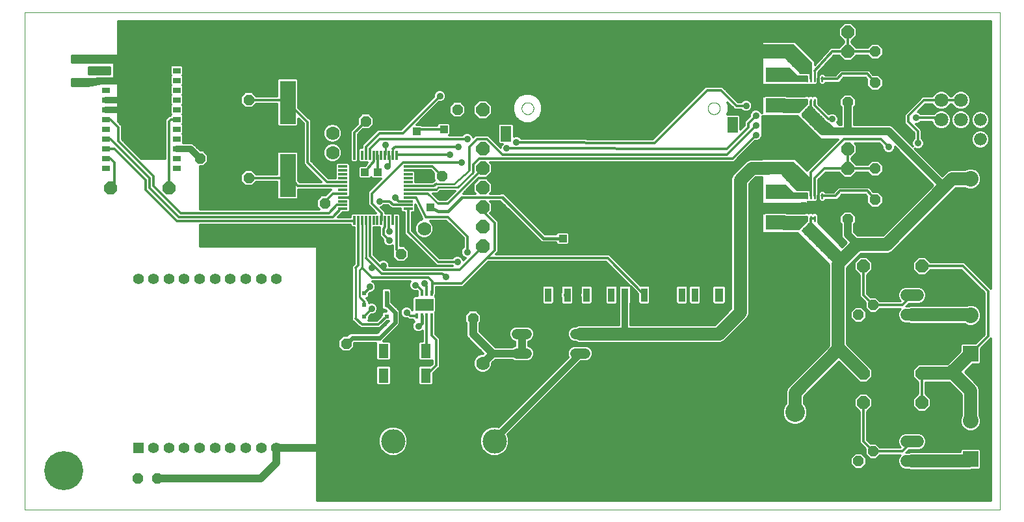
<source format=gtl>
G75*
%MOIN*%
%OFA0B0*%
%FSLAX25Y25*%
%IPPOS*%
%LPD*%
%AMOC8*
5,1,8,0,0,1.08239X$1,22.5*
%
%ADD10C,0.00000*%
%ADD11OC8,0.05600*%
%ADD12C,0.10000*%
%ADD13OC8,0.10000*%
%ADD14OC8,0.07000*%
%ADD15C,0.07000*%
%ADD16C,0.05200*%
%ADD17R,0.08000X0.08000*%
%ADD18C,0.08000*%
%ADD19OC8,0.06600*%
%ADD20R,0.04724X0.01181*%
%ADD21R,0.01181X0.04724*%
%ADD22R,0.08268X0.22047*%
%ADD23R,0.01969X0.02362*%
%ADD24R,0.02362X0.01969*%
%ADD25C,0.05600*%
%ADD26R,0.05600X0.05600*%
%ADD27R,0.15600X0.15600*%
%ADD28C,0.12500*%
%ADD29R,0.04724X0.04724*%
%ADD30R,0.03937X0.03150*%
%ADD31C,0.01102*%
%ADD32R,0.02756X0.00984*%
%ADD33R,0.08465X0.06693*%
%ADD34R,0.09843X0.07480*%
%ADD35R,0.01378X0.02756*%
%ADD36R,0.09252X0.06220*%
%ADD37R,0.05118X0.07480*%
%ADD38R,0.03543X0.07087*%
%ADD39R,0.05512X0.07874*%
%ADD40R,0.04331X0.07087*%
%ADD41C,0.07087*%
%ADD42C,0.06000*%
%ADD43OC8,0.05200*%
%ADD44C,0.06600*%
%ADD45R,0.04134X0.03937*%
%ADD46R,0.08661X0.04134*%
%ADD47C,0.01600*%
%ADD48C,0.03962*%
%ADD49C,0.01200*%
%ADD50C,0.01000*%
%ADD51C,0.03200*%
%ADD52C,0.04000*%
%ADD53C,0.20000*%
%ADD54C,0.06600*%
%ADD55C,0.02400*%
%ADD56C,0.03569*%
%ADD57C,0.01100*%
%ADD58C,0.00900*%
%ADD59R,0.03962X0.03962*%
D10*
X0001000Y0026500D02*
X0001000Y0281500D01*
X0501000Y0281500D01*
X0501000Y0026500D01*
X0001000Y0026500D01*
X0255941Y0232232D02*
X0255943Y0232342D01*
X0255949Y0232452D01*
X0255959Y0232562D01*
X0255973Y0232671D01*
X0255991Y0232780D01*
X0256012Y0232888D01*
X0256038Y0232995D01*
X0256067Y0233101D01*
X0256101Y0233206D01*
X0256138Y0233310D01*
X0256179Y0233412D01*
X0256223Y0233513D01*
X0256271Y0233612D01*
X0256323Y0233710D01*
X0256378Y0233805D01*
X0256436Y0233898D01*
X0256498Y0233989D01*
X0256563Y0234078D01*
X0256631Y0234165D01*
X0256703Y0234249D01*
X0256777Y0234330D01*
X0256854Y0234409D01*
X0256934Y0234485D01*
X0257017Y0234557D01*
X0257102Y0234627D01*
X0257190Y0234694D01*
X0257280Y0234757D01*
X0257372Y0234817D01*
X0257466Y0234874D01*
X0257563Y0234928D01*
X0257661Y0234977D01*
X0257761Y0235024D01*
X0257863Y0235066D01*
X0257966Y0235105D01*
X0258070Y0235140D01*
X0258176Y0235172D01*
X0258282Y0235199D01*
X0258390Y0235223D01*
X0258498Y0235243D01*
X0258607Y0235259D01*
X0258717Y0235271D01*
X0258827Y0235279D01*
X0258937Y0235283D01*
X0259047Y0235283D01*
X0259157Y0235279D01*
X0259267Y0235271D01*
X0259377Y0235259D01*
X0259486Y0235243D01*
X0259594Y0235223D01*
X0259702Y0235199D01*
X0259808Y0235172D01*
X0259914Y0235140D01*
X0260018Y0235105D01*
X0260121Y0235066D01*
X0260223Y0235024D01*
X0260323Y0234977D01*
X0260421Y0234928D01*
X0260517Y0234874D01*
X0260612Y0234817D01*
X0260704Y0234757D01*
X0260794Y0234694D01*
X0260882Y0234627D01*
X0260967Y0234557D01*
X0261050Y0234485D01*
X0261130Y0234409D01*
X0261207Y0234330D01*
X0261281Y0234249D01*
X0261353Y0234165D01*
X0261421Y0234078D01*
X0261486Y0233989D01*
X0261548Y0233898D01*
X0261606Y0233805D01*
X0261661Y0233710D01*
X0261713Y0233612D01*
X0261761Y0233513D01*
X0261805Y0233412D01*
X0261846Y0233310D01*
X0261883Y0233206D01*
X0261917Y0233101D01*
X0261946Y0232995D01*
X0261972Y0232888D01*
X0261993Y0232780D01*
X0262011Y0232671D01*
X0262025Y0232562D01*
X0262035Y0232452D01*
X0262041Y0232342D01*
X0262043Y0232232D01*
X0262041Y0232122D01*
X0262035Y0232012D01*
X0262025Y0231902D01*
X0262011Y0231793D01*
X0261993Y0231684D01*
X0261972Y0231576D01*
X0261946Y0231469D01*
X0261917Y0231363D01*
X0261883Y0231258D01*
X0261846Y0231154D01*
X0261805Y0231052D01*
X0261761Y0230951D01*
X0261713Y0230852D01*
X0261661Y0230754D01*
X0261606Y0230659D01*
X0261548Y0230566D01*
X0261486Y0230475D01*
X0261421Y0230386D01*
X0261353Y0230299D01*
X0261281Y0230215D01*
X0261207Y0230134D01*
X0261130Y0230055D01*
X0261050Y0229979D01*
X0260967Y0229907D01*
X0260882Y0229837D01*
X0260794Y0229770D01*
X0260704Y0229707D01*
X0260612Y0229647D01*
X0260518Y0229590D01*
X0260421Y0229536D01*
X0260323Y0229487D01*
X0260223Y0229440D01*
X0260121Y0229398D01*
X0260018Y0229359D01*
X0259914Y0229324D01*
X0259808Y0229292D01*
X0259702Y0229265D01*
X0259594Y0229241D01*
X0259486Y0229221D01*
X0259377Y0229205D01*
X0259267Y0229193D01*
X0259157Y0229185D01*
X0259047Y0229181D01*
X0258937Y0229181D01*
X0258827Y0229185D01*
X0258717Y0229193D01*
X0258607Y0229205D01*
X0258498Y0229221D01*
X0258390Y0229241D01*
X0258282Y0229265D01*
X0258176Y0229292D01*
X0258070Y0229324D01*
X0257966Y0229359D01*
X0257863Y0229398D01*
X0257761Y0229440D01*
X0257661Y0229487D01*
X0257563Y0229536D01*
X0257466Y0229590D01*
X0257372Y0229647D01*
X0257280Y0229707D01*
X0257190Y0229770D01*
X0257102Y0229837D01*
X0257017Y0229907D01*
X0256934Y0229979D01*
X0256854Y0230055D01*
X0256777Y0230134D01*
X0256703Y0230215D01*
X0256631Y0230299D01*
X0256563Y0230386D01*
X0256498Y0230475D01*
X0256436Y0230566D01*
X0256378Y0230659D01*
X0256323Y0230754D01*
X0256271Y0230852D01*
X0256223Y0230951D01*
X0256179Y0231052D01*
X0256138Y0231154D01*
X0256101Y0231258D01*
X0256067Y0231363D01*
X0256038Y0231469D01*
X0256012Y0231576D01*
X0255991Y0231684D01*
X0255973Y0231793D01*
X0255959Y0231902D01*
X0255949Y0232012D01*
X0255943Y0232122D01*
X0255941Y0232232D01*
X0351453Y0232232D02*
X0351455Y0232342D01*
X0351461Y0232452D01*
X0351471Y0232562D01*
X0351485Y0232671D01*
X0351503Y0232780D01*
X0351524Y0232888D01*
X0351550Y0232995D01*
X0351579Y0233101D01*
X0351613Y0233206D01*
X0351650Y0233310D01*
X0351691Y0233412D01*
X0351735Y0233513D01*
X0351783Y0233612D01*
X0351835Y0233710D01*
X0351890Y0233805D01*
X0351948Y0233898D01*
X0352010Y0233989D01*
X0352075Y0234078D01*
X0352143Y0234165D01*
X0352215Y0234249D01*
X0352289Y0234330D01*
X0352366Y0234409D01*
X0352446Y0234485D01*
X0352529Y0234557D01*
X0352614Y0234627D01*
X0352702Y0234694D01*
X0352792Y0234757D01*
X0352884Y0234817D01*
X0352978Y0234874D01*
X0353075Y0234928D01*
X0353173Y0234977D01*
X0353273Y0235024D01*
X0353375Y0235066D01*
X0353478Y0235105D01*
X0353582Y0235140D01*
X0353688Y0235172D01*
X0353794Y0235199D01*
X0353902Y0235223D01*
X0354010Y0235243D01*
X0354119Y0235259D01*
X0354229Y0235271D01*
X0354339Y0235279D01*
X0354449Y0235283D01*
X0354559Y0235283D01*
X0354669Y0235279D01*
X0354779Y0235271D01*
X0354889Y0235259D01*
X0354998Y0235243D01*
X0355106Y0235223D01*
X0355214Y0235199D01*
X0355320Y0235172D01*
X0355426Y0235140D01*
X0355530Y0235105D01*
X0355633Y0235066D01*
X0355735Y0235024D01*
X0355835Y0234977D01*
X0355933Y0234928D01*
X0356029Y0234874D01*
X0356124Y0234817D01*
X0356216Y0234757D01*
X0356306Y0234694D01*
X0356394Y0234627D01*
X0356479Y0234557D01*
X0356562Y0234485D01*
X0356642Y0234409D01*
X0356719Y0234330D01*
X0356793Y0234249D01*
X0356865Y0234165D01*
X0356933Y0234078D01*
X0356998Y0233989D01*
X0357060Y0233898D01*
X0357118Y0233805D01*
X0357173Y0233710D01*
X0357225Y0233612D01*
X0357273Y0233513D01*
X0357317Y0233412D01*
X0357358Y0233310D01*
X0357395Y0233206D01*
X0357429Y0233101D01*
X0357458Y0232995D01*
X0357484Y0232888D01*
X0357505Y0232780D01*
X0357523Y0232671D01*
X0357537Y0232562D01*
X0357547Y0232452D01*
X0357553Y0232342D01*
X0357555Y0232232D01*
X0357553Y0232122D01*
X0357547Y0232012D01*
X0357537Y0231902D01*
X0357523Y0231793D01*
X0357505Y0231684D01*
X0357484Y0231576D01*
X0357458Y0231469D01*
X0357429Y0231363D01*
X0357395Y0231258D01*
X0357358Y0231154D01*
X0357317Y0231052D01*
X0357273Y0230951D01*
X0357225Y0230852D01*
X0357173Y0230754D01*
X0357118Y0230659D01*
X0357060Y0230566D01*
X0356998Y0230475D01*
X0356933Y0230386D01*
X0356865Y0230299D01*
X0356793Y0230215D01*
X0356719Y0230134D01*
X0356642Y0230055D01*
X0356562Y0229979D01*
X0356479Y0229907D01*
X0356394Y0229837D01*
X0356306Y0229770D01*
X0356216Y0229707D01*
X0356124Y0229647D01*
X0356030Y0229590D01*
X0355933Y0229536D01*
X0355835Y0229487D01*
X0355735Y0229440D01*
X0355633Y0229398D01*
X0355530Y0229359D01*
X0355426Y0229324D01*
X0355320Y0229292D01*
X0355214Y0229265D01*
X0355106Y0229241D01*
X0354998Y0229221D01*
X0354889Y0229205D01*
X0354779Y0229193D01*
X0354669Y0229185D01*
X0354559Y0229181D01*
X0354449Y0229181D01*
X0354339Y0229185D01*
X0354229Y0229193D01*
X0354119Y0229205D01*
X0354010Y0229221D01*
X0353902Y0229241D01*
X0353794Y0229265D01*
X0353688Y0229292D01*
X0353582Y0229324D01*
X0353478Y0229359D01*
X0353375Y0229398D01*
X0353273Y0229440D01*
X0353173Y0229487D01*
X0353075Y0229536D01*
X0352978Y0229590D01*
X0352884Y0229647D01*
X0352792Y0229707D01*
X0352702Y0229770D01*
X0352614Y0229837D01*
X0352529Y0229907D01*
X0352446Y0229979D01*
X0352366Y0230055D01*
X0352289Y0230134D01*
X0352215Y0230215D01*
X0352143Y0230299D01*
X0352075Y0230386D01*
X0352010Y0230475D01*
X0351948Y0230566D01*
X0351890Y0230659D01*
X0351835Y0230754D01*
X0351783Y0230852D01*
X0351735Y0230951D01*
X0351691Y0231052D01*
X0351650Y0231154D01*
X0351613Y0231258D01*
X0351579Y0231363D01*
X0351550Y0231469D01*
X0351524Y0231576D01*
X0351503Y0231684D01*
X0351485Y0231793D01*
X0351471Y0231902D01*
X0351461Y0232012D01*
X0351455Y0232122D01*
X0351453Y0232232D01*
D11*
X0382000Y0211500D03*
X0382000Y0201500D03*
X0423000Y0185500D03*
X0437000Y0185500D03*
X0437000Y0175500D03*
X0423000Y0175500D03*
X0437000Y0201500D03*
X0437000Y0211500D03*
X0437000Y0235500D03*
X0423000Y0235500D03*
X0423000Y0245500D03*
X0437000Y0245500D03*
X0437000Y0261500D03*
X0437000Y0271500D03*
X0382000Y0271500D03*
X0382000Y0261500D03*
X0223000Y0231500D03*
X0223000Y0221500D03*
X0186000Y0225500D03*
X0176000Y0225500D03*
X0215000Y0197500D03*
X0215000Y0187500D03*
X0194000Y0157500D03*
X0184000Y0157500D03*
X0155000Y0183500D03*
X0145000Y0183500D03*
X0116000Y0196500D03*
X0116000Y0206500D03*
X0091000Y0206500D03*
X0091000Y0216500D03*
X0116000Y0226500D03*
X0116000Y0236500D03*
X0231000Y0134500D03*
X0231000Y0124500D03*
X0166000Y0111500D03*
X0166000Y0101500D03*
X0069000Y0042500D03*
X0059000Y0042500D03*
D12*
X0396000Y0076500D03*
D13*
X0396000Y0056500D03*
D14*
X0226000Y0101500D03*
X0236000Y0161500D03*
X0236000Y0171500D03*
X0236000Y0181500D03*
X0236000Y0191500D03*
X0236000Y0201500D03*
X0236000Y0211500D03*
X0236000Y0221500D03*
X0236000Y0231500D03*
X0216000Y0170500D03*
D15*
X0206000Y0170500D03*
X0159000Y0209500D03*
X0159000Y0219500D03*
X0236000Y0101500D03*
D16*
X0253400Y0106500D02*
X0258600Y0106500D01*
X0258600Y0116500D02*
X0253400Y0116500D01*
X0283400Y0116500D02*
X0288600Y0116500D01*
X0288600Y0106500D02*
X0283400Y0106500D01*
D17*
X0486000Y0106500D03*
X0486000Y0052500D03*
X0486000Y0176500D03*
D18*
X0486000Y0196185D03*
X0486000Y0126185D03*
X0486000Y0072185D03*
D19*
X0461000Y0081500D03*
X0461000Y0096500D03*
X0431000Y0096500D03*
X0431000Y0081500D03*
X0431000Y0151500D03*
X0461000Y0151500D03*
X0423000Y0201500D03*
X0423000Y0211500D03*
X0393000Y0211500D03*
X0393000Y0201500D03*
X0393000Y0261500D03*
X0393000Y0271500D03*
X0423000Y0271500D03*
X0423000Y0261500D03*
X0075000Y0191500D03*
X0045000Y0191500D03*
D20*
X0164268Y0190516D03*
X0164268Y0192484D03*
X0164268Y0194453D03*
X0164268Y0196421D03*
X0164268Y0198390D03*
X0164268Y0200358D03*
X0164268Y0202327D03*
X0164268Y0188547D03*
X0164268Y0186579D03*
X0164268Y0184610D03*
X0164268Y0182642D03*
X0164268Y0180673D03*
X0197732Y0180673D03*
X0197732Y0182642D03*
X0197732Y0184610D03*
X0197732Y0186579D03*
X0197732Y0188547D03*
X0197732Y0190516D03*
X0197732Y0192484D03*
X0197732Y0194453D03*
X0197732Y0196421D03*
X0197732Y0198390D03*
X0197732Y0200358D03*
X0197732Y0202327D03*
D21*
X0191827Y0208232D03*
X0189858Y0208232D03*
X0187890Y0208232D03*
X0185921Y0208232D03*
X0183953Y0208232D03*
X0181984Y0208232D03*
X0180016Y0208232D03*
X0178047Y0208232D03*
X0176079Y0208232D03*
X0174110Y0208232D03*
X0172142Y0208232D03*
X0170173Y0208232D03*
X0170173Y0174768D03*
X0172142Y0174768D03*
X0174110Y0174768D03*
X0176079Y0174768D03*
X0178047Y0174768D03*
X0180016Y0174768D03*
X0181984Y0174768D03*
X0183953Y0174768D03*
X0185921Y0174768D03*
X0187890Y0174768D03*
X0189858Y0174768D03*
X0191827Y0174768D03*
D22*
X0136000Y0197799D03*
X0136000Y0235201D03*
D23*
X0175291Y0137406D03*
X0175291Y0131500D03*
X0175291Y0125594D03*
X0186709Y0125594D03*
X0186709Y0131500D03*
X0186709Y0137406D03*
D24*
X0181000Y0125594D03*
D25*
X0130213Y0144807D03*
X0122339Y0144807D03*
X0114465Y0144807D03*
X0106591Y0144807D03*
X0098717Y0144807D03*
X0090843Y0144807D03*
X0082969Y0144807D03*
X0075094Y0144807D03*
X0067220Y0144807D03*
X0059346Y0144807D03*
X0067220Y0058193D03*
X0075094Y0058193D03*
X0082969Y0058193D03*
X0090843Y0058193D03*
X0098717Y0058193D03*
X0106591Y0058193D03*
X0114465Y0058193D03*
X0122339Y0058193D03*
X0130213Y0058193D03*
D26*
X0059346Y0058193D03*
D27*
X0216000Y0061500D03*
D28*
X0190000Y0061500D03*
X0242000Y0061500D03*
D29*
X0068874Y0218626D03*
X0068874Y0226500D03*
X0061000Y0226500D03*
X0053126Y0226500D03*
X0053126Y0218626D03*
X0061000Y0218626D03*
X0061000Y0234374D03*
X0053126Y0234374D03*
X0068874Y0234374D03*
D30*
X0079110Y0236500D03*
X0079110Y0241500D03*
X0079110Y0246500D03*
X0079110Y0251500D03*
X0042890Y0251500D03*
X0042890Y0246500D03*
X0042890Y0241500D03*
X0042890Y0236500D03*
X0042890Y0231500D03*
X0042890Y0226500D03*
X0042890Y0221500D03*
X0042890Y0216500D03*
X0042890Y0211500D03*
X0042890Y0206500D03*
X0042890Y0201500D03*
X0079110Y0201500D03*
X0079110Y0206500D03*
X0079110Y0211500D03*
X0079110Y0216500D03*
X0079110Y0221500D03*
X0079110Y0226500D03*
X0079110Y0231500D03*
D31*
X0402063Y0234571D02*
X0402063Y0236815D01*
X0404031Y0236815D02*
X0404031Y0234571D01*
X0406000Y0234571D02*
X0406000Y0236815D01*
X0407969Y0236815D02*
X0407969Y0234571D01*
X0409937Y0234571D02*
X0409937Y0236815D01*
X0409937Y0246185D02*
X0409937Y0248429D01*
X0407969Y0248429D02*
X0407969Y0246185D01*
X0406000Y0246185D02*
X0406000Y0248429D01*
X0404031Y0248429D02*
X0404031Y0246185D01*
X0402063Y0246185D02*
X0402063Y0248429D01*
X0402063Y0188429D02*
X0402063Y0186185D01*
X0404031Y0186185D02*
X0404031Y0188429D01*
X0406000Y0188429D02*
X0406000Y0186185D01*
X0407969Y0186185D02*
X0407969Y0188429D01*
X0409937Y0188429D02*
X0409937Y0186185D01*
X0409937Y0176815D02*
X0409937Y0174571D01*
X0407969Y0174571D02*
X0407969Y0176815D01*
X0406000Y0176815D02*
X0406000Y0174571D01*
X0404031Y0174571D02*
X0404031Y0176815D01*
X0402063Y0176815D02*
X0402063Y0174571D01*
D32*
X0400390Y0179138D03*
X0400390Y0180713D03*
X0400390Y0182287D03*
X0400390Y0183862D03*
X0411610Y0183862D03*
X0411610Y0182287D03*
X0411610Y0180713D03*
X0411610Y0179138D03*
X0411610Y0239138D03*
X0411610Y0240713D03*
X0411610Y0242287D03*
X0411610Y0243862D03*
X0400390Y0243862D03*
X0400390Y0242287D03*
X0400390Y0240713D03*
X0400390Y0239138D03*
D33*
X0406000Y0241500D03*
X0406000Y0181500D03*
D34*
X0386000Y0189374D03*
X0386000Y0173626D03*
X0386000Y0233626D03*
X0386000Y0249374D03*
D35*
X0209839Y0137307D03*
X0207280Y0137307D03*
X0204720Y0137307D03*
X0202161Y0137307D03*
X0202161Y0125693D03*
X0204720Y0125693D03*
X0207280Y0125693D03*
X0209839Y0125693D03*
D36*
X0206000Y0131500D03*
D37*
X0206827Y0107799D03*
X0206827Y0095201D03*
X0185173Y0095201D03*
X0185173Y0107799D03*
D38*
X0269504Y0136563D03*
X0279346Y0136563D03*
X0289189Y0136563D03*
X0296079Y0136563D03*
X0301984Y0136563D03*
X0308874Y0136563D03*
X0318717Y0136563D03*
X0328559Y0136563D03*
X0338087Y0136563D03*
X0344780Y0136563D03*
D39*
X0247929Y0219240D03*
X0364071Y0223768D03*
D40*
X0357181Y0136563D03*
D41*
X0471000Y0216500D03*
X0481000Y0216500D03*
X0481000Y0226500D03*
X0471000Y0226500D03*
X0471000Y0236500D03*
X0481000Y0236500D03*
D42*
X0459000Y0136500D02*
X0453000Y0136500D01*
X0453000Y0126500D02*
X0459000Y0126500D01*
X0459000Y0116500D02*
X0453000Y0116500D01*
X0453000Y0061500D02*
X0459000Y0061500D01*
X0459000Y0051500D02*
X0453000Y0051500D01*
X0453000Y0041500D02*
X0459000Y0041500D01*
D43*
X0436000Y0046500D03*
X0428500Y0051500D03*
X0436000Y0056500D03*
X0436000Y0121500D03*
X0428500Y0126500D03*
X0436000Y0131500D03*
D44*
X0491000Y0216500D03*
X0491000Y0226500D03*
X0491000Y0236500D03*
D45*
X0035906Y0251500D03*
D46*
X0029606Y0257406D03*
X0029606Y0245594D03*
D47*
X0025500Y0245496D02*
X0040482Y0245496D01*
X0040500Y0245500D02*
X0033500Y0244000D01*
X0025500Y0244000D01*
X0025500Y0247000D01*
X0034000Y0247000D01*
X0041000Y0247500D01*
X0044500Y0247500D01*
X0044500Y0245500D01*
X0040500Y0245500D01*
X0044000Y0245500D02*
X0044000Y0247500D01*
X0047000Y0247500D01*
X0047000Y0256000D01*
X0025500Y0256000D01*
X0025500Y0259000D01*
X0049500Y0259000D01*
X0049500Y0245500D01*
X0044000Y0245500D01*
X0044000Y0247095D02*
X0049500Y0247095D01*
X0049500Y0248693D02*
X0047000Y0248693D01*
X0047000Y0250292D02*
X0049500Y0250292D01*
X0049500Y0251890D02*
X0047000Y0251890D01*
X0047000Y0253489D02*
X0049500Y0253489D01*
X0049500Y0255087D02*
X0047000Y0255087D01*
X0049500Y0256686D02*
X0025500Y0256686D01*
X0025500Y0258284D02*
X0049500Y0258284D01*
X0044500Y0253000D02*
X0034000Y0253000D01*
X0034000Y0250000D01*
X0044500Y0250000D01*
X0044500Y0253000D01*
X0044500Y0251890D02*
X0034000Y0251890D01*
X0034000Y0250292D02*
X0044500Y0250292D01*
X0044500Y0247095D02*
X0035324Y0247095D01*
X0209000Y0181500D02*
X0213000Y0179500D01*
X0218000Y0179500D01*
X0225000Y0186500D01*
X0246000Y0186500D02*
X0267000Y0165500D01*
X0277000Y0165500D01*
X0204720Y0125693D02*
X0204720Y0122220D01*
X0203000Y0120500D01*
D48*
X0195000Y0135000D03*
X0166000Y0138000D03*
X0161000Y0134000D03*
X0156000Y0130000D03*
X0154000Y0149000D03*
X0159000Y0154000D03*
X0164000Y0158000D03*
X0145000Y0171000D03*
X0138000Y0171000D03*
X0131000Y0171000D03*
X0124000Y0171000D03*
X0170000Y0186500D03*
X0188000Y0180000D03*
X0205000Y0198500D03*
X0291000Y0227000D03*
X0301000Y0227000D03*
X0311000Y0227000D03*
X0321000Y0227000D03*
X0316000Y0201000D03*
X0306000Y0201000D03*
X0296000Y0201000D03*
X0326000Y0201000D03*
X0336000Y0201000D03*
X0346000Y0201000D03*
X0346000Y0181000D03*
X0336000Y0181000D03*
X0326000Y0181000D03*
X0316000Y0181000D03*
X0306000Y0181000D03*
X0296000Y0181000D03*
X0386000Y0152000D03*
X0406000Y0181500D03*
X0345000Y0127000D03*
X0326000Y0127000D03*
X0326000Y0106000D03*
X0346000Y0106000D03*
X0166000Y0042000D03*
X0406000Y0241500D03*
X0466000Y0252000D03*
X0466000Y0262000D03*
X0326000Y0261000D03*
X0306000Y0261000D03*
X0286000Y0261000D03*
X0221000Y0256000D03*
X0161000Y0256000D03*
X0048000Y0257500D03*
X0048000Y0247000D03*
D49*
X0049000Y0247026D02*
X0075742Y0247026D01*
X0075742Y0245828D02*
X0049000Y0245828D01*
X0049000Y0244629D02*
X0075742Y0244629D01*
X0075742Y0244345D02*
X0076087Y0244000D01*
X0075742Y0243655D01*
X0075742Y0239345D01*
X0076087Y0239000D01*
X0075742Y0238655D01*
X0075742Y0234345D01*
X0076087Y0234000D01*
X0075742Y0233655D01*
X0075742Y0229345D01*
X0076087Y0229000D01*
X0075742Y0228655D01*
X0075742Y0228500D01*
X0075172Y0228500D01*
X0074172Y0227500D01*
X0073000Y0226328D01*
X0073000Y0206500D01*
X0060828Y0206500D01*
X0051000Y0216328D01*
X0051000Y0223328D01*
X0049000Y0225328D01*
X0049000Y0276900D01*
X0379000Y0276900D01*
X0379000Y0264440D01*
X0377800Y0263240D01*
X0377800Y0259760D01*
X0379000Y0258560D01*
X0379000Y0229820D01*
X0378799Y0230304D01*
X0377904Y0231199D01*
X0376733Y0231684D01*
X0375467Y0231684D01*
X0374296Y0231199D01*
X0373401Y0230304D01*
X0372916Y0229133D01*
X0372916Y0228188D01*
X0371186Y0226500D01*
X0371172Y0226500D01*
X0370595Y0225923D01*
X0370010Y0225353D01*
X0370010Y0225339D01*
X0370000Y0225328D01*
X0370000Y0224512D01*
X0369990Y0223696D01*
X0370000Y0223686D01*
X0370000Y0223328D01*
X0368227Y0221555D01*
X0368227Y0228285D01*
X0367407Y0229105D01*
X0361490Y0229105D01*
X0362155Y0230710D01*
X0362155Y0233754D01*
X0361616Y0235055D01*
X0365172Y0231500D01*
X0368497Y0231500D01*
X0369196Y0230801D01*
X0370367Y0230316D01*
X0371633Y0230316D01*
X0372804Y0230801D01*
X0373699Y0231696D01*
X0374184Y0232867D01*
X0374184Y0234133D01*
X0373699Y0235304D01*
X0372804Y0236199D01*
X0371633Y0236684D01*
X0370367Y0236684D01*
X0369196Y0236199D01*
X0368497Y0235500D01*
X0366828Y0235500D01*
X0360000Y0242328D01*
X0358828Y0243500D01*
X0350172Y0243500D01*
X0349000Y0242328D01*
X0323176Y0216505D01*
X0255817Y0216886D01*
X0255104Y0217599D01*
X0253933Y0218084D01*
X0252667Y0218084D01*
X0252085Y0217843D01*
X0252085Y0223757D01*
X0251265Y0224577D01*
X0244593Y0224577D01*
X0243773Y0223757D01*
X0243773Y0214723D01*
X0244593Y0213903D01*
X0246000Y0213903D01*
X0245601Y0213504D01*
X0245116Y0212333D01*
X0245116Y0212213D01*
X0238828Y0218500D01*
X0232172Y0218500D01*
X0231073Y0217402D01*
X0230699Y0218304D01*
X0229804Y0219199D01*
X0228633Y0219684D01*
X0227367Y0219684D01*
X0226196Y0219199D01*
X0225497Y0218500D01*
X0218942Y0218500D01*
X0219381Y0218939D01*
X0219381Y0224061D01*
X0218561Y0224881D01*
X0213439Y0224881D01*
X0212619Y0224061D01*
X0212619Y0223500D01*
X0204942Y0223500D01*
X0204561Y0223881D01*
X0202209Y0223881D01*
X0213644Y0235316D01*
X0214633Y0235316D01*
X0215804Y0235801D01*
X0216699Y0236696D01*
X0217184Y0237867D01*
X0217184Y0239133D01*
X0216699Y0240304D01*
X0215804Y0241199D01*
X0214633Y0241684D01*
X0213367Y0241684D01*
X0212196Y0241199D01*
X0211301Y0240304D01*
X0210816Y0239133D01*
X0210816Y0238144D01*
X0194172Y0221500D01*
X0182172Y0221500D01*
X0181000Y0220328D01*
X0174079Y0213407D01*
X0174079Y0211994D01*
X0172940Y0211994D01*
X0172173Y0211228D01*
X0172173Y0218845D01*
X0174628Y0221300D01*
X0177740Y0221300D01*
X0180200Y0223760D01*
X0180200Y0227240D01*
X0177740Y0229700D01*
X0174260Y0229700D01*
X0171800Y0227240D01*
X0171800Y0224128D01*
X0168173Y0220502D01*
X0168173Y0207404D01*
X0168183Y0207394D01*
X0168183Y0205290D01*
X0169003Y0204470D01*
X0171344Y0204470D01*
X0172142Y0205268D01*
X0172940Y0204470D01*
X0176902Y0204470D01*
X0175679Y0202881D01*
X0173039Y0202881D01*
X0172219Y0202061D01*
X0172219Y0196939D01*
X0173039Y0196119D01*
X0178161Y0196119D01*
X0178800Y0196758D01*
X0179439Y0196119D01*
X0183752Y0196119D01*
X0177584Y0189913D01*
X0177000Y0189328D01*
X0177000Y0189325D01*
X0176997Y0189322D01*
X0177000Y0188498D01*
X0177000Y0182672D01*
X0181142Y0178530D01*
X0169003Y0178530D01*
X0168183Y0177710D01*
X0168183Y0176500D01*
X0161828Y0176500D01*
X0164002Y0178673D01*
X0165096Y0178673D01*
X0165106Y0178683D01*
X0167210Y0178683D01*
X0168030Y0179503D01*
X0168030Y0185781D01*
X0167232Y0186579D01*
X0168030Y0187377D01*
X0168030Y0203497D01*
X0167210Y0204317D01*
X0161326Y0204317D01*
X0160506Y0203497D01*
X0160506Y0196453D01*
X0156876Y0196453D01*
X0148000Y0205328D01*
X0148000Y0226029D01*
X0141534Y0232495D01*
X0141534Y0246804D01*
X0140714Y0247624D01*
X0131286Y0247624D01*
X0130466Y0246804D01*
X0130466Y0238500D01*
X0119940Y0238500D01*
X0117740Y0240700D01*
X0114260Y0240700D01*
X0111800Y0238240D01*
X0111800Y0234760D01*
X0114260Y0232300D01*
X0117740Y0232300D01*
X0119940Y0234500D01*
X0130466Y0234500D01*
X0130466Y0223597D01*
X0131286Y0222777D01*
X0140714Y0222777D01*
X0141534Y0223597D01*
X0141534Y0226839D01*
X0144000Y0224372D01*
X0144000Y0203672D01*
X0145172Y0202500D01*
X0153187Y0194484D01*
X0142143Y0194484D01*
X0141534Y0195094D01*
X0141534Y0209403D01*
X0140714Y0210223D01*
X0131286Y0210223D01*
X0130466Y0209403D01*
X0130466Y0198500D01*
X0119940Y0198500D01*
X0117740Y0200700D01*
X0114260Y0200700D01*
X0111800Y0198240D01*
X0111800Y0194760D01*
X0114260Y0192300D01*
X0117740Y0192300D01*
X0119940Y0194500D01*
X0130466Y0194500D01*
X0130466Y0186196D01*
X0131286Y0185376D01*
X0140714Y0185376D01*
X0141534Y0186196D01*
X0141534Y0190484D01*
X0158156Y0190484D01*
X0155372Y0187700D01*
X0153260Y0187700D01*
X0150800Y0185240D01*
X0150800Y0181760D01*
X0152060Y0180500D01*
X0091000Y0180500D01*
X0091000Y0202300D01*
X0092740Y0202300D01*
X0095200Y0204760D01*
X0095200Y0208240D01*
X0092740Y0210700D01*
X0091043Y0210700D01*
X0087699Y0214043D01*
X0086597Y0214500D01*
X0082479Y0214500D01*
X0082479Y0218655D01*
X0082133Y0219000D01*
X0082479Y0219345D01*
X0082479Y0223655D01*
X0082133Y0224000D01*
X0082479Y0224345D01*
X0082479Y0228655D01*
X0082133Y0229000D01*
X0082479Y0229345D01*
X0082479Y0233655D01*
X0082133Y0234000D01*
X0082479Y0234345D01*
X0082479Y0238655D01*
X0082133Y0239000D01*
X0082479Y0239345D01*
X0082479Y0243655D01*
X0082133Y0244000D01*
X0082479Y0244345D01*
X0082479Y0248655D01*
X0082133Y0249000D01*
X0082479Y0249345D01*
X0082479Y0253655D01*
X0081659Y0254475D01*
X0076562Y0254475D01*
X0075742Y0253655D01*
X0075742Y0249345D01*
X0076087Y0249000D01*
X0075742Y0248655D01*
X0075742Y0244345D01*
X0075742Y0243431D02*
X0049000Y0243431D01*
X0049000Y0242232D02*
X0075742Y0242232D01*
X0075742Y0241034D02*
X0049000Y0241034D01*
X0049000Y0239835D02*
X0075742Y0239835D01*
X0075742Y0238637D02*
X0049000Y0238637D01*
X0049000Y0237438D02*
X0075742Y0237438D01*
X0075742Y0236239D02*
X0049000Y0236239D01*
X0049000Y0235041D02*
X0075742Y0235041D01*
X0075930Y0233842D02*
X0049000Y0233842D01*
X0049000Y0232644D02*
X0075742Y0232644D01*
X0075742Y0231445D02*
X0049000Y0231445D01*
X0049000Y0230247D02*
X0075742Y0230247D01*
X0076039Y0229048D02*
X0049000Y0229048D01*
X0049000Y0227850D02*
X0074521Y0227850D01*
X0073323Y0226651D02*
X0049000Y0226651D01*
X0049000Y0225453D02*
X0073000Y0225453D01*
X0073000Y0224254D02*
X0050074Y0224254D01*
X0051000Y0223056D02*
X0073000Y0223056D01*
X0073000Y0221857D02*
X0051000Y0221857D01*
X0051000Y0220659D02*
X0073000Y0220659D01*
X0073000Y0219460D02*
X0051000Y0219460D01*
X0051000Y0218262D02*
X0073000Y0218262D01*
X0073000Y0217063D02*
X0051000Y0217063D01*
X0051464Y0215865D02*
X0073000Y0215865D01*
X0073000Y0214666D02*
X0052662Y0214666D01*
X0053861Y0213468D02*
X0073000Y0213468D01*
X0073000Y0212269D02*
X0055059Y0212269D01*
X0056258Y0211071D02*
X0073000Y0211071D01*
X0073000Y0209872D02*
X0057456Y0209872D01*
X0058655Y0208674D02*
X0073000Y0208674D01*
X0073000Y0207475D02*
X0059853Y0207475D01*
X0065000Y0196500D02*
X0045000Y0216500D01*
X0042890Y0216500D01*
X0049000Y0215500D02*
X0049000Y0222500D01*
X0045000Y0226500D01*
X0042890Y0226500D01*
X0049000Y0215500D02*
X0067000Y0197500D01*
X0067000Y0192500D01*
X0081000Y0178500D01*
X0157000Y0178500D01*
X0161142Y0182642D01*
X0164268Y0182642D01*
X0164268Y0180673D02*
X0163173Y0180673D01*
X0159000Y0176500D01*
X0080000Y0176500D01*
X0065000Y0191500D01*
X0065000Y0196500D01*
X0063000Y0195500D02*
X0047000Y0211500D01*
X0042890Y0211500D01*
X0042890Y0206500D02*
X0045000Y0206500D01*
X0047000Y0204500D01*
X0047000Y0193500D01*
X0045000Y0191500D01*
X0063000Y0190500D02*
X0063000Y0195500D01*
X0063000Y0190500D02*
X0079000Y0174500D01*
X0169906Y0174500D01*
X0170173Y0174768D01*
X0172142Y0174768D02*
X0172142Y0151642D01*
X0170800Y0150500D01*
X0168845Y0151145D02*
X0151000Y0151145D01*
X0151000Y0149947D02*
X0168749Y0149947D01*
X0168740Y0149835D02*
X0168900Y0149647D01*
X0168900Y0125398D01*
X0168774Y0125264D01*
X0168828Y0123608D01*
X0172609Y0120063D01*
X0173172Y0119500D01*
X0173209Y0119500D01*
X0173236Y0119474D01*
X0174032Y0119500D01*
X0183443Y0119500D01*
X0186956Y0123013D01*
X0187836Y0123013D01*
X0181923Y0117100D01*
X0168483Y0117100D01*
X0167527Y0116704D01*
X0166796Y0115973D01*
X0166796Y0115973D01*
X0166523Y0115700D01*
X0164260Y0115700D01*
X0161800Y0113240D01*
X0161800Y0109760D01*
X0164260Y0107300D01*
X0167740Y0107300D01*
X0170200Y0109760D01*
X0170200Y0111900D01*
X0181214Y0111900D01*
X0181214Y0103479D01*
X0182034Y0102659D01*
X0188312Y0102659D01*
X0189132Y0103479D01*
X0189132Y0112119D01*
X0188312Y0112939D01*
X0185116Y0112939D01*
X0185204Y0113027D01*
X0193204Y0121027D01*
X0193600Y0121983D01*
X0193600Y0128017D01*
X0193204Y0128973D01*
X0192473Y0129704D01*
X0189309Y0132868D01*
X0189309Y0137923D01*
X0189093Y0138444D01*
X0189093Y0139167D01*
X0188273Y0139987D01*
X0187271Y0139987D01*
X0187226Y0140005D01*
X0186191Y0140005D01*
X0186146Y0139987D01*
X0185145Y0139987D01*
X0184324Y0139167D01*
X0184324Y0138444D01*
X0184109Y0137923D01*
X0184109Y0130983D01*
X0184324Y0130462D01*
X0184324Y0129739D01*
X0185145Y0128919D01*
X0185904Y0128919D01*
X0186647Y0128176D01*
X0185145Y0128176D01*
X0184324Y0127355D01*
X0184324Y0126039D01*
X0181786Y0123500D01*
X0177342Y0123500D01*
X0177676Y0123833D01*
X0177676Y0125150D01*
X0178841Y0126316D01*
X0179633Y0126316D01*
X0180804Y0126801D01*
X0181699Y0127696D01*
X0182184Y0128867D01*
X0182184Y0130133D01*
X0181699Y0131304D01*
X0180804Y0132199D01*
X0179633Y0132684D01*
X0178367Y0132684D01*
X0177676Y0132398D01*
X0177676Y0133261D01*
X0177291Y0133645D01*
X0177291Y0134037D01*
X0176504Y0134824D01*
X0176855Y0134824D01*
X0177676Y0135645D01*
X0177676Y0136961D01*
X0178230Y0137516D01*
X0178633Y0137516D01*
X0179804Y0138001D01*
X0180699Y0138896D01*
X0181184Y0140067D01*
X0181184Y0141333D01*
X0180699Y0142504D01*
X0179804Y0143399D01*
X0179561Y0143500D01*
X0198997Y0143500D01*
X0198801Y0143304D01*
X0198316Y0142133D01*
X0198316Y0140867D01*
X0198801Y0139696D01*
X0199696Y0138801D01*
X0200867Y0138316D01*
X0202133Y0138316D01*
X0202432Y0138439D01*
X0202631Y0138240D01*
X0202631Y0136010D01*
X0200794Y0136010D01*
X0199974Y0135190D01*
X0199974Y0128641D01*
X0199699Y0129304D01*
X0198804Y0130199D01*
X0197633Y0130684D01*
X0196367Y0130684D01*
X0195196Y0130199D01*
X0194301Y0129304D01*
X0193816Y0128133D01*
X0193816Y0126867D01*
X0194301Y0125696D01*
X0195196Y0124801D01*
X0196367Y0124316D01*
X0197356Y0124316D01*
X0197979Y0123693D01*
X0200115Y0123693D01*
X0200893Y0122915D01*
X0200912Y0122915D01*
X0200301Y0122304D01*
X0199816Y0121133D01*
X0199816Y0119867D01*
X0200301Y0118696D01*
X0201196Y0117801D01*
X0202367Y0117316D01*
X0203633Y0117316D01*
X0204804Y0117801D01*
X0205280Y0118276D01*
X0205280Y0112939D01*
X0203688Y0112939D01*
X0202868Y0112119D01*
X0202868Y0103479D01*
X0203688Y0102659D01*
X0209966Y0102659D01*
X0210000Y0102693D01*
X0210000Y0101202D01*
X0209138Y0100341D01*
X0203688Y0100341D01*
X0202868Y0099521D01*
X0202868Y0090881D01*
X0203688Y0090061D01*
X0209966Y0090061D01*
X0210786Y0090881D01*
X0210786Y0096331D01*
X0214000Y0099546D01*
X0214000Y0114328D01*
X0212828Y0115500D01*
X0211839Y0116490D01*
X0211839Y0123646D01*
X0211928Y0123735D01*
X0211928Y0127651D01*
X0211897Y0127681D01*
X0212026Y0127810D01*
X0212026Y0135190D01*
X0211897Y0135319D01*
X0211928Y0135349D01*
X0211928Y0136568D01*
X0212000Y0136640D01*
X0212000Y0140500D01*
X0225828Y0140500D01*
X0227000Y0141672D01*
X0238828Y0153500D01*
X0299172Y0153500D01*
X0311165Y0141506D01*
X0306522Y0141506D01*
X0305702Y0140686D01*
X0305702Y0132440D01*
X0305874Y0132268D01*
X0305874Y0121200D01*
X0285065Y0121200D01*
X0283375Y0120500D01*
X0282604Y0120500D01*
X0281134Y0119891D01*
X0280009Y0118766D01*
X0279400Y0117296D01*
X0279400Y0115704D01*
X0280009Y0114234D01*
X0281134Y0113109D01*
X0282604Y0112500D01*
X0283375Y0112500D01*
X0285065Y0111800D01*
X0357935Y0111800D01*
X0359662Y0112516D01*
X0360984Y0113838D01*
X0371984Y0124838D01*
X0372700Y0126565D01*
X0372700Y0193553D01*
X0375947Y0196800D01*
X0379000Y0196800D01*
X0379000Y0031100D01*
X0151000Y0031100D01*
X0151000Y0161500D01*
X0091000Y0161500D01*
X0091000Y0172500D01*
X0168183Y0172500D01*
X0168183Y0171826D01*
X0169003Y0171006D01*
X0170142Y0171006D01*
X0170142Y0152566D01*
X0168873Y0151486D01*
X0168740Y0149835D01*
X0168900Y0148748D02*
X0151000Y0148748D01*
X0151000Y0147550D02*
X0168900Y0147550D01*
X0168900Y0146351D02*
X0151000Y0146351D01*
X0151000Y0145153D02*
X0168900Y0145153D01*
X0168900Y0143954D02*
X0151000Y0143954D01*
X0151000Y0142756D02*
X0168900Y0142756D01*
X0168900Y0141557D02*
X0151000Y0141557D01*
X0151000Y0140359D02*
X0168900Y0140359D01*
X0168900Y0139160D02*
X0151000Y0139160D01*
X0151000Y0137962D02*
X0168900Y0137962D01*
X0168900Y0136763D02*
X0151000Y0136763D01*
X0151000Y0135565D02*
X0168900Y0135565D01*
X0168900Y0134366D02*
X0151000Y0134366D01*
X0151000Y0133168D02*
X0168900Y0133168D01*
X0168900Y0131969D02*
X0151000Y0131969D01*
X0151000Y0130770D02*
X0168900Y0130770D01*
X0168900Y0129572D02*
X0151000Y0129572D01*
X0151000Y0128373D02*
X0168900Y0128373D01*
X0168900Y0127175D02*
X0151000Y0127175D01*
X0151000Y0125976D02*
X0168900Y0125976D01*
X0168790Y0124778D02*
X0151000Y0124778D01*
X0151000Y0123579D02*
X0168858Y0123579D01*
X0170136Y0122381D02*
X0151000Y0122381D01*
X0151000Y0121182D02*
X0171415Y0121182D01*
X0172688Y0119984D02*
X0151000Y0119984D01*
X0151000Y0118785D02*
X0183608Y0118785D01*
X0183926Y0119984D02*
X0184807Y0119984D01*
X0185125Y0121182D02*
X0186005Y0121182D01*
X0186323Y0122381D02*
X0187204Y0122381D01*
X0186709Y0125594D02*
X0182614Y0121500D01*
X0174000Y0121500D01*
X0170800Y0124500D01*
X0175291Y0125594D02*
X0179000Y0129303D01*
X0179000Y0129500D01*
X0181920Y0130770D02*
X0184197Y0130770D01*
X0184109Y0131969D02*
X0181034Y0131969D01*
X0182184Y0129572D02*
X0184491Y0129572D01*
X0186450Y0128373D02*
X0181980Y0128373D01*
X0181178Y0127175D02*
X0184324Y0127175D01*
X0184262Y0125976D02*
X0178502Y0125976D01*
X0177676Y0124778D02*
X0183064Y0124778D01*
X0181865Y0123579D02*
X0177422Y0123579D01*
X0182410Y0117587D02*
X0151000Y0117587D01*
X0151000Y0116388D02*
X0167211Y0116388D01*
X0163750Y0115190D02*
X0151000Y0115190D01*
X0151000Y0113991D02*
X0162552Y0113991D01*
X0161800Y0112793D02*
X0151000Y0112793D01*
X0151000Y0111594D02*
X0161800Y0111594D01*
X0161800Y0110396D02*
X0151000Y0110396D01*
X0151000Y0109197D02*
X0162363Y0109197D01*
X0163562Y0107999D02*
X0151000Y0107999D01*
X0151000Y0106800D02*
X0181214Y0106800D01*
X0181214Y0105602D02*
X0151000Y0105602D01*
X0151000Y0104403D02*
X0181214Y0104403D01*
X0181489Y0103205D02*
X0151000Y0103205D01*
X0151000Y0102006D02*
X0210000Y0102006D01*
X0209605Y0100808D02*
X0151000Y0100808D01*
X0151000Y0099609D02*
X0181303Y0099609D01*
X0181214Y0099521D02*
X0182034Y0100341D01*
X0188312Y0100341D01*
X0189132Y0099521D01*
X0189132Y0090881D01*
X0188312Y0090061D01*
X0182034Y0090061D01*
X0181214Y0090881D01*
X0181214Y0099521D01*
X0181214Y0098411D02*
X0151000Y0098411D01*
X0151000Y0097212D02*
X0181214Y0097212D01*
X0181214Y0096014D02*
X0151000Y0096014D01*
X0151000Y0094815D02*
X0181214Y0094815D01*
X0181214Y0093617D02*
X0151000Y0093617D01*
X0151000Y0092418D02*
X0181214Y0092418D01*
X0181214Y0091220D02*
X0151000Y0091220D01*
X0151000Y0090021D02*
X0265278Y0090021D01*
X0264080Y0088823D02*
X0151000Y0088823D01*
X0151000Y0087624D02*
X0262881Y0087624D01*
X0261683Y0086426D02*
X0151000Y0086426D01*
X0151000Y0085227D02*
X0260484Y0085227D01*
X0259286Y0084029D02*
X0151000Y0084029D01*
X0151000Y0082830D02*
X0258087Y0082830D01*
X0256889Y0081632D02*
X0151000Y0081632D01*
X0151000Y0080433D02*
X0255690Y0080433D01*
X0254492Y0079234D02*
X0151000Y0079234D01*
X0151000Y0078036D02*
X0253293Y0078036D01*
X0252095Y0076837D02*
X0151000Y0076837D01*
X0151000Y0075639D02*
X0250896Y0075639D01*
X0249698Y0074440D02*
X0151000Y0074440D01*
X0151000Y0073242D02*
X0248499Y0073242D01*
X0247301Y0072043D02*
X0151000Y0072043D01*
X0151000Y0070845D02*
X0246102Y0070845D01*
X0244904Y0069646D02*
X0151000Y0069646D01*
X0151000Y0068448D02*
X0186783Y0068448D01*
X0185667Y0067985D02*
X0183515Y0065833D01*
X0182350Y0063022D01*
X0182350Y0059978D01*
X0183515Y0057167D01*
X0185667Y0055015D01*
X0188478Y0053850D01*
X0191522Y0053850D01*
X0194333Y0055015D01*
X0196485Y0057167D01*
X0197650Y0059978D01*
X0197650Y0063022D01*
X0196485Y0065833D01*
X0194333Y0067985D01*
X0191522Y0069150D01*
X0188478Y0069150D01*
X0185667Y0067985D01*
X0184931Y0067249D02*
X0151000Y0067249D01*
X0151000Y0066051D02*
X0183732Y0066051D01*
X0183108Y0064852D02*
X0151000Y0064852D01*
X0151000Y0063654D02*
X0182612Y0063654D01*
X0182350Y0062455D02*
X0151000Y0062455D01*
X0151000Y0061257D02*
X0182350Y0061257D01*
X0182350Y0060058D02*
X0151000Y0060058D01*
X0151000Y0058860D02*
X0182813Y0058860D01*
X0183310Y0057661D02*
X0151000Y0057661D01*
X0151000Y0056463D02*
X0184218Y0056463D01*
X0185417Y0055264D02*
X0151000Y0055264D01*
X0151000Y0054066D02*
X0187957Y0054066D01*
X0192043Y0054066D02*
X0239957Y0054066D01*
X0240478Y0053850D02*
X0243522Y0053850D01*
X0246333Y0055015D01*
X0248485Y0057167D01*
X0249650Y0059978D01*
X0249650Y0063022D01*
X0248805Y0065062D01*
X0286243Y0102500D01*
X0289396Y0102500D01*
X0290866Y0103109D01*
X0291991Y0104234D01*
X0292600Y0105704D01*
X0292600Y0107296D01*
X0291991Y0108766D01*
X0290866Y0109891D01*
X0289396Y0110500D01*
X0282604Y0110500D01*
X0281134Y0109891D01*
X0280009Y0108766D01*
X0279400Y0107296D01*
X0279400Y0105704D01*
X0279857Y0104600D01*
X0244148Y0068891D01*
X0243522Y0069150D01*
X0240478Y0069150D01*
X0237667Y0067985D01*
X0235515Y0065833D01*
X0234350Y0063022D01*
X0234350Y0059978D01*
X0235515Y0057167D01*
X0237667Y0055015D01*
X0240478Y0053850D01*
X0237417Y0055264D02*
X0194583Y0055264D01*
X0195782Y0056463D02*
X0236218Y0056463D01*
X0235310Y0057661D02*
X0196690Y0057661D01*
X0197187Y0058860D02*
X0234813Y0058860D01*
X0234350Y0060058D02*
X0197650Y0060058D01*
X0197650Y0061257D02*
X0234350Y0061257D01*
X0234350Y0062455D02*
X0197650Y0062455D01*
X0197388Y0063654D02*
X0234612Y0063654D01*
X0235108Y0064852D02*
X0196892Y0064852D01*
X0196268Y0066051D02*
X0235732Y0066051D01*
X0236931Y0067249D02*
X0195069Y0067249D01*
X0193217Y0068448D02*
X0238783Y0068448D01*
X0248892Y0064852D02*
X0379000Y0064852D01*
X0379000Y0063654D02*
X0249388Y0063654D01*
X0249650Y0062455D02*
X0379000Y0062455D01*
X0379000Y0061257D02*
X0249650Y0061257D01*
X0249650Y0060058D02*
X0379000Y0060058D01*
X0379000Y0058860D02*
X0249187Y0058860D01*
X0248690Y0057661D02*
X0379000Y0057661D01*
X0379000Y0056463D02*
X0247782Y0056463D01*
X0246583Y0055264D02*
X0379000Y0055264D01*
X0379000Y0054066D02*
X0244043Y0054066D01*
X0249794Y0066051D02*
X0379000Y0066051D01*
X0379000Y0067249D02*
X0250992Y0067249D01*
X0252191Y0068448D02*
X0379000Y0068448D01*
X0379000Y0069646D02*
X0253389Y0069646D01*
X0254588Y0070845D02*
X0379000Y0070845D01*
X0379000Y0072043D02*
X0255786Y0072043D01*
X0256985Y0073242D02*
X0379000Y0073242D01*
X0379000Y0074440D02*
X0258183Y0074440D01*
X0259382Y0075639D02*
X0379000Y0075639D01*
X0379000Y0076837D02*
X0260580Y0076837D01*
X0261779Y0078036D02*
X0379000Y0078036D01*
X0379000Y0079234D02*
X0262977Y0079234D01*
X0264176Y0080433D02*
X0379000Y0080433D01*
X0379000Y0081632D02*
X0265374Y0081632D01*
X0266573Y0082830D02*
X0379000Y0082830D01*
X0379000Y0084029D02*
X0267771Y0084029D01*
X0268970Y0085227D02*
X0379000Y0085227D01*
X0379000Y0086426D02*
X0270168Y0086426D01*
X0271367Y0087624D02*
X0379000Y0087624D01*
X0379000Y0088823D02*
X0272565Y0088823D01*
X0273764Y0090021D02*
X0379000Y0090021D01*
X0379000Y0091220D02*
X0274962Y0091220D01*
X0276161Y0092418D02*
X0379000Y0092418D01*
X0379000Y0093617D02*
X0277359Y0093617D01*
X0278558Y0094815D02*
X0379000Y0094815D01*
X0379000Y0096014D02*
X0279756Y0096014D01*
X0280955Y0097212D02*
X0379000Y0097212D01*
X0379000Y0098411D02*
X0282153Y0098411D01*
X0283352Y0099609D02*
X0379000Y0099609D01*
X0379000Y0100808D02*
X0284550Y0100808D01*
X0285749Y0102006D02*
X0379000Y0102006D01*
X0379000Y0103205D02*
X0290962Y0103205D01*
X0292061Y0104403D02*
X0379000Y0104403D01*
X0379000Y0105602D02*
X0292557Y0105602D01*
X0292600Y0106800D02*
X0379000Y0106800D01*
X0379000Y0107999D02*
X0292309Y0107999D01*
X0291560Y0109197D02*
X0379000Y0109197D01*
X0379000Y0110396D02*
X0289647Y0110396D01*
X0282353Y0110396D02*
X0259647Y0110396D01*
X0259400Y0110498D02*
X0259400Y0112502D01*
X0260866Y0113109D01*
X0261991Y0114234D01*
X0262600Y0115704D01*
X0262600Y0117296D01*
X0261991Y0118766D01*
X0260866Y0119891D01*
X0259396Y0120500D01*
X0252604Y0120500D01*
X0251134Y0119891D01*
X0250009Y0118766D01*
X0249400Y0117296D01*
X0249400Y0115704D01*
X0250009Y0114234D01*
X0251134Y0113109D01*
X0252600Y0112502D01*
X0252600Y0110498D01*
X0251156Y0109900D01*
X0242408Y0109900D01*
X0234400Y0117908D01*
X0234400Y0121960D01*
X0235200Y0122760D01*
X0235200Y0126240D01*
X0232740Y0128700D01*
X0229260Y0128700D01*
X0226800Y0126240D01*
X0226800Y0122760D01*
X0227600Y0121960D01*
X0227600Y0115824D01*
X0228118Y0114574D01*
X0236192Y0106500D01*
X0236092Y0106400D01*
X0235025Y0106400D01*
X0233224Y0105654D01*
X0231846Y0104276D01*
X0231100Y0102475D01*
X0231100Y0100525D01*
X0231846Y0098724D01*
X0233224Y0097346D01*
X0235025Y0096600D01*
X0236975Y0096600D01*
X0238776Y0097346D01*
X0240154Y0098724D01*
X0240900Y0100525D01*
X0240900Y0101592D01*
X0242408Y0103100D01*
X0251156Y0103100D01*
X0252604Y0102500D01*
X0259396Y0102500D01*
X0260866Y0103109D01*
X0261991Y0104234D01*
X0262600Y0105704D01*
X0262600Y0107296D01*
X0261991Y0108766D01*
X0260866Y0109891D01*
X0259400Y0110498D01*
X0259400Y0111594D02*
X0379000Y0111594D01*
X0379000Y0112793D02*
X0359940Y0112793D01*
X0361138Y0113991D02*
X0379000Y0113991D01*
X0379000Y0115190D02*
X0362337Y0115190D01*
X0363535Y0116388D02*
X0379000Y0116388D01*
X0379000Y0117587D02*
X0364734Y0117587D01*
X0365932Y0118785D02*
X0379000Y0118785D01*
X0379000Y0119984D02*
X0367131Y0119984D01*
X0368329Y0121182D02*
X0379000Y0121182D01*
X0379000Y0122381D02*
X0369528Y0122381D01*
X0370726Y0123579D02*
X0379000Y0123579D01*
X0379000Y0124778D02*
X0371925Y0124778D01*
X0372456Y0125976D02*
X0379000Y0125976D01*
X0379000Y0127175D02*
X0372700Y0127175D01*
X0372700Y0128373D02*
X0379000Y0128373D01*
X0379000Y0129572D02*
X0372700Y0129572D01*
X0372700Y0130770D02*
X0379000Y0130770D01*
X0379000Y0131969D02*
X0372700Y0131969D01*
X0372700Y0133168D02*
X0379000Y0133168D01*
X0379000Y0134366D02*
X0372700Y0134366D01*
X0372700Y0135565D02*
X0379000Y0135565D01*
X0379000Y0136763D02*
X0372700Y0136763D01*
X0372700Y0137962D02*
X0379000Y0137962D01*
X0379000Y0139160D02*
X0372700Y0139160D01*
X0372700Y0140359D02*
X0379000Y0140359D01*
X0379000Y0141557D02*
X0372700Y0141557D01*
X0372700Y0142756D02*
X0379000Y0142756D01*
X0379000Y0143954D02*
X0372700Y0143954D01*
X0372700Y0145153D02*
X0379000Y0145153D01*
X0379000Y0146351D02*
X0372700Y0146351D01*
X0372700Y0147550D02*
X0379000Y0147550D01*
X0379000Y0148748D02*
X0372700Y0148748D01*
X0372700Y0149947D02*
X0379000Y0149947D01*
X0379000Y0151145D02*
X0372700Y0151145D01*
X0372700Y0152344D02*
X0379000Y0152344D01*
X0379000Y0153542D02*
X0372700Y0153542D01*
X0372700Y0154741D02*
X0379000Y0154741D01*
X0379000Y0155939D02*
X0372700Y0155939D01*
X0372700Y0157138D02*
X0379000Y0157138D01*
X0379000Y0158336D02*
X0372700Y0158336D01*
X0372700Y0159535D02*
X0379000Y0159535D01*
X0379000Y0160733D02*
X0372700Y0160733D01*
X0372700Y0161932D02*
X0379000Y0161932D01*
X0379000Y0163130D02*
X0372700Y0163130D01*
X0372700Y0164329D02*
X0379000Y0164329D01*
X0379000Y0165527D02*
X0372700Y0165527D01*
X0372700Y0166726D02*
X0379000Y0166726D01*
X0379000Y0167924D02*
X0372700Y0167924D01*
X0372700Y0169123D02*
X0379000Y0169123D01*
X0379000Y0170321D02*
X0372700Y0170321D01*
X0372700Y0171520D02*
X0379000Y0171520D01*
X0379000Y0172718D02*
X0372700Y0172718D01*
X0372700Y0173917D02*
X0379000Y0173917D01*
X0379000Y0175115D02*
X0372700Y0175115D01*
X0372700Y0176314D02*
X0379000Y0176314D01*
X0379000Y0177512D02*
X0372700Y0177512D01*
X0372700Y0178711D02*
X0379000Y0178711D01*
X0379000Y0179909D02*
X0372700Y0179909D01*
X0372700Y0181108D02*
X0379000Y0181108D01*
X0379000Y0182306D02*
X0372700Y0182306D01*
X0372700Y0183505D02*
X0379000Y0183505D01*
X0379000Y0184703D02*
X0372700Y0184703D01*
X0372700Y0185902D02*
X0379000Y0185902D01*
X0379000Y0187101D02*
X0372700Y0187101D01*
X0372700Y0188299D02*
X0379000Y0188299D01*
X0379000Y0189498D02*
X0372700Y0189498D01*
X0372700Y0190696D02*
X0379000Y0190696D01*
X0379000Y0191895D02*
X0372700Y0191895D01*
X0372700Y0193093D02*
X0379000Y0193093D01*
X0379000Y0194292D02*
X0373438Y0194292D01*
X0374637Y0195490D02*
X0379000Y0195490D01*
X0379000Y0196689D02*
X0375835Y0196689D01*
X0379000Y0199000D02*
X0379000Y0204100D01*
X0395000Y0204100D01*
X0404000Y0195500D01*
X0404000Y0190500D01*
X0397000Y0190500D01*
X0389000Y0199000D01*
X0379000Y0199000D01*
X0379000Y0199086D02*
X0400248Y0199086D01*
X0401502Y0197887D02*
X0390047Y0197887D01*
X0391175Y0196689D02*
X0402756Y0196689D01*
X0404000Y0195490D02*
X0392303Y0195490D01*
X0393431Y0194292D02*
X0404000Y0194292D01*
X0404000Y0193093D02*
X0394559Y0193093D01*
X0395687Y0191895D02*
X0404000Y0191895D01*
X0404000Y0190696D02*
X0396815Y0190696D01*
X0395000Y0188500D02*
X0391000Y0192500D01*
X0390000Y0192500D01*
X0390000Y0186500D01*
X0402000Y0186500D01*
X0402000Y0188500D01*
X0395000Y0188500D01*
X0394002Y0189498D02*
X0390000Y0189498D01*
X0390000Y0190696D02*
X0392804Y0190696D01*
X0391605Y0191895D02*
X0390000Y0191895D01*
X0390000Y0188299D02*
X0402000Y0188299D01*
X0402000Y0187101D02*
X0390000Y0187101D01*
X0390000Y0176500D02*
X0390000Y0170500D01*
X0398000Y0170500D01*
X0402000Y0174500D01*
X0402000Y0176500D01*
X0390000Y0176500D01*
X0390000Y0176314D02*
X0402000Y0176314D01*
X0402000Y0175115D02*
X0390000Y0175115D01*
X0390000Y0173917D02*
X0401417Y0173917D01*
X0400218Y0172718D02*
X0390000Y0172718D01*
X0390000Y0171520D02*
X0399020Y0171520D01*
X0400821Y0170321D02*
X0407179Y0170321D01*
X0408377Y0169123D02*
X0400377Y0169123D01*
X0400000Y0169500D02*
X0418000Y0151500D01*
X0422000Y0155500D01*
X0404000Y0173500D01*
X0400000Y0169500D01*
X0401576Y0167924D02*
X0409576Y0167924D01*
X0410774Y0166726D02*
X0402774Y0166726D01*
X0403973Y0165527D02*
X0411973Y0165527D01*
X0413171Y0164329D02*
X0405171Y0164329D01*
X0406370Y0163130D02*
X0414370Y0163130D01*
X0415568Y0161932D02*
X0407568Y0161932D01*
X0408767Y0160733D02*
X0416767Y0160733D01*
X0417965Y0159535D02*
X0409965Y0159535D01*
X0411164Y0158336D02*
X0419164Y0158336D01*
X0420362Y0157138D02*
X0412362Y0157138D01*
X0413561Y0155939D02*
X0421561Y0155939D01*
X0421241Y0154741D02*
X0414759Y0154741D01*
X0415958Y0153542D02*
X0420042Y0153542D01*
X0419500Y0154000D02*
X0404031Y0169469D01*
X0404031Y0175693D01*
X0406000Y0175693D01*
X0404782Y0172718D02*
X0403218Y0172718D01*
X0402020Y0171520D02*
X0405980Y0171520D01*
X0406000Y0181500D02*
X0407969Y0183469D01*
X0407969Y0187307D01*
X0409937Y0187307D02*
X0416807Y0187307D01*
X0419100Y0190000D01*
X0433100Y0190000D01*
X0437000Y0185500D01*
X0437000Y0201500D02*
X0423000Y0201500D01*
X0411000Y0201500D01*
X0406000Y0196500D01*
X0406000Y0187307D01*
X0404031Y0187307D02*
X0404031Y0190469D01*
X0404031Y0199531D01*
X0421000Y0216500D01*
X0440000Y0216500D01*
X0444000Y0212500D01*
X0459000Y0214500D02*
X0459000Y0220500D01*
X0454000Y0225500D01*
X0454000Y0228500D01*
X0462000Y0236500D01*
X0471000Y0236500D01*
X0481000Y0236500D01*
X0471000Y0226500D02*
X0470000Y0227500D01*
X0458000Y0227500D01*
X0437000Y0245500D02*
X0433000Y0250000D01*
X0420000Y0250000D01*
X0417807Y0247307D01*
X0409937Y0247307D01*
X0407969Y0247307D02*
X0407969Y0243469D01*
X0406000Y0241500D01*
X0402000Y0236500D02*
X0402000Y0234500D01*
X0398000Y0230500D01*
X0390000Y0230500D01*
X0390000Y0236500D01*
X0402000Y0236500D01*
X0402000Y0236239D02*
X0390000Y0236239D01*
X0390000Y0235041D02*
X0402000Y0235041D01*
X0401342Y0233842D02*
X0390000Y0233842D01*
X0390000Y0232644D02*
X0400144Y0232644D01*
X0398945Y0231445D02*
X0390000Y0231445D01*
X0400000Y0229500D02*
X0400000Y0228500D01*
X0409000Y0219500D01*
X0417000Y0220500D01*
X0413543Y0223957D01*
X0413196Y0224101D01*
X0412368Y0224929D01*
X0412073Y0224944D01*
X0410961Y0226172D01*
X0410965Y0226248D01*
X0405313Y0231900D01*
X0405172Y0231900D01*
X0404000Y0233072D01*
X0404000Y0233500D01*
X0400000Y0229500D01*
X0400000Y0229048D02*
X0408165Y0229048D01*
X0409363Y0227850D02*
X0400650Y0227850D01*
X0401849Y0226651D02*
X0410562Y0226651D01*
X0411612Y0225453D02*
X0403047Y0225453D01*
X0404031Y0225469D02*
X0408000Y0221500D01*
X0409000Y0221500D01*
X0419000Y0221500D01*
X0416841Y0220659D02*
X0407841Y0220659D01*
X0406643Y0221857D02*
X0415643Y0221857D01*
X0414444Y0223056D02*
X0405444Y0223056D01*
X0404246Y0224254D02*
X0413042Y0224254D01*
X0413000Y0226900D02*
X0415000Y0226800D01*
X0406966Y0230247D02*
X0400747Y0230247D01*
X0401945Y0231445D02*
X0405768Y0231445D01*
X0404428Y0232644D02*
X0403144Y0232644D01*
X0406000Y0233900D02*
X0406000Y0235693D01*
X0404031Y0235693D02*
X0404031Y0225469D01*
X0423000Y0211500D02*
X0423000Y0201500D01*
X0404031Y0190469D02*
X0393000Y0201500D01*
X0395231Y0203880D02*
X0379000Y0203880D01*
X0379000Y0202681D02*
X0396485Y0202681D01*
X0397739Y0201483D02*
X0379000Y0201483D01*
X0379000Y0200284D02*
X0398993Y0200284D01*
X0379000Y0206200D02*
X0373065Y0206200D01*
X0371338Y0205484D01*
X0365338Y0199484D01*
X0364016Y0198162D01*
X0363300Y0196435D01*
X0363300Y0129447D01*
X0355053Y0121200D01*
X0311874Y0121200D01*
X0311874Y0132268D01*
X0312046Y0132440D01*
X0312046Y0140626D01*
X0315545Y0137127D01*
X0315545Y0132440D01*
X0316365Y0131620D01*
X0321068Y0131620D01*
X0321888Y0132440D01*
X0321888Y0140686D01*
X0321068Y0141506D01*
X0316822Y0141506D01*
X0300828Y0157500D01*
X0242828Y0157500D01*
X0244000Y0158672D01*
X0244000Y0174328D01*
X0242828Y0175500D01*
X0239879Y0178449D01*
X0240900Y0179470D01*
X0240900Y0183530D01*
X0239930Y0184500D01*
X0244889Y0184500D01*
X0266089Y0163300D01*
X0273619Y0163300D01*
X0273619Y0162939D01*
X0274439Y0162119D01*
X0279561Y0162119D01*
X0280381Y0162939D01*
X0280381Y0168061D01*
X0279561Y0168881D01*
X0274439Y0168881D01*
X0273619Y0168061D01*
X0273619Y0167700D01*
X0267911Y0167700D01*
X0246911Y0188700D01*
X0245089Y0188700D01*
X0244889Y0188500D01*
X0239930Y0188500D01*
X0240900Y0189470D01*
X0240900Y0193530D01*
X0238030Y0196400D01*
X0233970Y0196400D01*
X0231100Y0193530D01*
X0231100Y0189470D01*
X0232070Y0188500D01*
X0226111Y0188500D01*
X0226033Y0188578D01*
X0233969Y0196602D01*
X0233970Y0196600D01*
X0238030Y0196600D01*
X0240900Y0199470D01*
X0240900Y0203530D01*
X0239930Y0204500D01*
X0364828Y0204500D01*
X0375644Y0215316D01*
X0376633Y0215316D01*
X0377804Y0215801D01*
X0378699Y0216696D01*
X0379000Y0217422D01*
X0379000Y0206200D01*
X0379000Y0206277D02*
X0366605Y0206277D01*
X0367804Y0207475D02*
X0379000Y0207475D01*
X0379000Y0208674D02*
X0369002Y0208674D01*
X0370201Y0209872D02*
X0379000Y0209872D01*
X0379000Y0211071D02*
X0371399Y0211071D01*
X0372598Y0212269D02*
X0379000Y0212269D01*
X0379000Y0213468D02*
X0373796Y0213468D01*
X0374995Y0214666D02*
X0379000Y0214666D01*
X0379000Y0215865D02*
X0377868Y0215865D01*
X0378852Y0217063D02*
X0379000Y0217063D01*
X0376000Y0218500D02*
X0364000Y0206500D01*
X0234000Y0206500D01*
X0231000Y0203500D01*
X0231000Y0199500D01*
X0229000Y0200500D02*
X0229000Y0212500D01*
X0233000Y0216500D01*
X0238000Y0216500D01*
X0246000Y0208500D01*
X0361000Y0208500D01*
X0376000Y0223500D01*
X0372000Y0224500D02*
X0376100Y0228500D01*
X0374890Y0231445D02*
X0373449Y0231445D01*
X0373377Y0230247D02*
X0361963Y0230247D01*
X0362155Y0231445D02*
X0368551Y0231445D01*
X0367463Y0229048D02*
X0372916Y0229048D01*
X0372570Y0227850D02*
X0368227Y0227850D01*
X0368227Y0226651D02*
X0371341Y0226651D01*
X0370113Y0225453D02*
X0368227Y0225453D01*
X0368227Y0224254D02*
X0369997Y0224254D01*
X0369727Y0223056D02*
X0368227Y0223056D01*
X0368227Y0221857D02*
X0368529Y0221857D01*
X0372000Y0222500D02*
X0372000Y0224500D01*
X0372000Y0222500D02*
X0361000Y0211500D01*
X0248300Y0211700D01*
X0245116Y0212269D02*
X0245059Y0212269D01*
X0245586Y0213468D02*
X0243861Y0213468D01*
X0243830Y0214666D02*
X0242662Y0214666D01*
X0243773Y0215865D02*
X0241464Y0215865D01*
X0240265Y0217063D02*
X0243773Y0217063D01*
X0243773Y0218262D02*
X0239067Y0218262D01*
X0243773Y0219460D02*
X0229174Y0219460D01*
X0230717Y0218262D02*
X0231933Y0218262D01*
X0228000Y0216500D02*
X0183000Y0216500D01*
X0178047Y0211547D01*
X0178047Y0208232D01*
X0176079Y0208232D02*
X0176079Y0212579D01*
X0183000Y0219500D01*
X0195000Y0219500D01*
X0214000Y0238500D01*
X0216243Y0236239D02*
X0233810Y0236239D01*
X0233970Y0236400D02*
X0231100Y0233530D01*
X0231100Y0229470D01*
X0233970Y0226600D01*
X0238030Y0226600D01*
X0240900Y0229470D01*
X0240900Y0233530D01*
X0238030Y0236400D01*
X0233970Y0236400D01*
X0232611Y0235041D02*
X0225399Y0235041D01*
X0224740Y0235700D02*
X0221260Y0235700D01*
X0218800Y0233240D01*
X0218800Y0229760D01*
X0221260Y0227300D01*
X0224740Y0227300D01*
X0227200Y0229760D01*
X0227200Y0233240D01*
X0224740Y0235700D01*
X0226597Y0233842D02*
X0231413Y0233842D01*
X0231100Y0232644D02*
X0227200Y0232644D01*
X0227200Y0231445D02*
X0231100Y0231445D01*
X0231100Y0230247D02*
X0227200Y0230247D01*
X0226488Y0229048D02*
X0231522Y0229048D01*
X0232720Y0227850D02*
X0225290Y0227850D01*
X0220710Y0227850D02*
X0206178Y0227850D01*
X0204980Y0226651D02*
X0233919Y0226651D01*
X0238081Y0226651D02*
X0253753Y0226651D01*
X0254658Y0225746D02*
X0257470Y0224581D01*
X0260514Y0224581D01*
X0263326Y0225746D01*
X0265478Y0227898D01*
X0266643Y0230710D01*
X0266643Y0233754D01*
X0265478Y0236566D01*
X0263326Y0238719D01*
X0260514Y0239883D01*
X0257470Y0239883D01*
X0254658Y0238719D01*
X0252506Y0236566D01*
X0251341Y0233754D01*
X0251341Y0230710D01*
X0252506Y0227898D01*
X0254658Y0225746D01*
X0255366Y0225453D02*
X0203781Y0225453D01*
X0202583Y0224254D02*
X0212812Y0224254D01*
X0216000Y0221500D02*
X0203000Y0221500D01*
X0202000Y0220500D01*
X0195727Y0223056D02*
X0179496Y0223056D01*
X0180200Y0224254D02*
X0196926Y0224254D01*
X0198124Y0225453D02*
X0180200Y0225453D01*
X0180200Y0226651D02*
X0199323Y0226651D01*
X0200521Y0227850D02*
X0179590Y0227850D01*
X0178391Y0229048D02*
X0201720Y0229048D01*
X0202919Y0230247D02*
X0143782Y0230247D01*
X0142584Y0231445D02*
X0204117Y0231445D01*
X0205316Y0232644D02*
X0141534Y0232644D01*
X0141534Y0233842D02*
X0206514Y0233842D01*
X0207713Y0235041D02*
X0141534Y0235041D01*
X0141534Y0236239D02*
X0208911Y0236239D01*
X0210110Y0237438D02*
X0141534Y0237438D01*
X0141534Y0238637D02*
X0210816Y0238637D01*
X0211106Y0239835D02*
X0141534Y0239835D01*
X0141534Y0241034D02*
X0212030Y0241034D01*
X0215970Y0241034D02*
X0347705Y0241034D01*
X0348904Y0242232D02*
X0141534Y0242232D01*
X0141534Y0243431D02*
X0350102Y0243431D01*
X0349000Y0242328D02*
X0349000Y0242328D01*
X0351000Y0241500D02*
X0324000Y0214500D01*
X0253300Y0214900D01*
X0255640Y0217063D02*
X0323735Y0217063D01*
X0324933Y0218262D02*
X0252085Y0218262D01*
X0252085Y0219460D02*
X0326132Y0219460D01*
X0327330Y0220659D02*
X0252085Y0220659D01*
X0252085Y0221857D02*
X0328529Y0221857D01*
X0329727Y0223056D02*
X0252085Y0223056D01*
X0251588Y0224254D02*
X0330926Y0224254D01*
X0332124Y0225453D02*
X0262619Y0225453D01*
X0264232Y0226651D02*
X0333323Y0226651D01*
X0334521Y0227850D02*
X0265430Y0227850D01*
X0265955Y0229048D02*
X0335720Y0229048D01*
X0336919Y0230247D02*
X0266451Y0230247D01*
X0266643Y0231445D02*
X0338117Y0231445D01*
X0339316Y0232644D02*
X0266643Y0232644D01*
X0266607Y0233842D02*
X0340514Y0233842D01*
X0341713Y0235041D02*
X0266110Y0235041D01*
X0265614Y0236239D02*
X0342911Y0236239D01*
X0344110Y0237438D02*
X0264607Y0237438D01*
X0263408Y0238637D02*
X0345308Y0238637D01*
X0346507Y0239835D02*
X0260631Y0239835D01*
X0257353Y0239835D02*
X0216894Y0239835D01*
X0217184Y0238637D02*
X0254576Y0238637D01*
X0253377Y0237438D02*
X0217007Y0237438D01*
X0220601Y0235041D02*
X0213369Y0235041D01*
X0212171Y0233842D02*
X0219403Y0233842D01*
X0218800Y0232644D02*
X0210972Y0232644D01*
X0209774Y0231445D02*
X0218800Y0231445D01*
X0218800Y0230247D02*
X0208575Y0230247D01*
X0207377Y0229048D02*
X0219512Y0229048D01*
X0219188Y0224254D02*
X0244271Y0224254D01*
X0243773Y0223056D02*
X0219381Y0223056D01*
X0219381Y0221857D02*
X0243773Y0221857D01*
X0243773Y0220659D02*
X0219381Y0220659D01*
X0219381Y0219460D02*
X0226826Y0219460D01*
X0223500Y0212500D02*
X0191000Y0212500D01*
X0189900Y0211400D01*
X0192094Y0208500D02*
X0219000Y0208500D01*
X0225000Y0204500D02*
X0195000Y0204600D01*
X0179000Y0188500D01*
X0179000Y0183500D01*
X0184000Y0178500D01*
X0184000Y0174815D01*
X0183953Y0174768D01*
X0185921Y0174768D02*
X0185921Y0171421D01*
X0185000Y0170500D01*
X0185000Y0167500D01*
X0188000Y0164500D01*
X0185121Y0163130D02*
X0180047Y0163130D01*
X0180047Y0161932D02*
X0186065Y0161932D01*
X0186196Y0161801D02*
X0187367Y0161316D01*
X0188633Y0161316D01*
X0189804Y0161801D01*
X0189827Y0161824D01*
X0189827Y0159266D01*
X0189800Y0159240D01*
X0189800Y0155760D01*
X0192260Y0153300D01*
X0195740Y0153300D01*
X0198200Y0155760D01*
X0198200Y0159240D01*
X0195740Y0161700D01*
X0193827Y0161700D01*
X0193827Y0175596D01*
X0193817Y0175606D01*
X0193817Y0177710D01*
X0192997Y0178530D01*
X0190656Y0178530D01*
X0189858Y0177732D01*
X0189060Y0178530D01*
X0186000Y0178530D01*
X0186000Y0179328D01*
X0184828Y0180500D01*
X0183902Y0181427D01*
X0184804Y0181801D01*
X0185503Y0182500D01*
X0187455Y0182500D01*
X0189313Y0180642D01*
X0193970Y0180642D01*
X0193970Y0179503D01*
X0194790Y0178683D01*
X0195732Y0178683D01*
X0195732Y0167939D01*
X0211000Y0152672D01*
X0212172Y0151500D01*
X0220497Y0151500D01*
X0188184Y0151500D01*
X0188184Y0152133D01*
X0187699Y0153304D01*
X0186804Y0154199D01*
X0185633Y0154684D01*
X0184367Y0154684D01*
X0183196Y0154199D01*
X0183163Y0154166D01*
X0180047Y0157281D01*
X0180047Y0171006D01*
X0183000Y0171006D01*
X0183000Y0166672D01*
X0184816Y0164856D01*
X0184816Y0163867D01*
X0185301Y0162696D01*
X0186196Y0161801D01*
X0184816Y0164329D02*
X0180047Y0164329D01*
X0180047Y0165527D02*
X0184144Y0165527D01*
X0183000Y0166726D02*
X0180047Y0166726D01*
X0180047Y0167924D02*
X0183000Y0167924D01*
X0183000Y0169123D02*
X0180047Y0169123D01*
X0180047Y0170321D02*
X0183000Y0170321D01*
X0187890Y0169610D02*
X0188200Y0169000D01*
X0187890Y0169610D02*
X0187890Y0174768D01*
X0189858Y0174768D02*
X0189858Y0178142D01*
X0188000Y0180000D01*
X0188847Y0181108D02*
X0184220Y0181108D01*
X0185310Y0182306D02*
X0187649Y0182306D01*
X0188283Y0184500D02*
X0190142Y0182642D01*
X0197732Y0182642D01*
X0197732Y0184610D02*
X0192890Y0184610D01*
X0191000Y0186500D01*
X0188283Y0184500D02*
X0183000Y0184500D01*
X0185419Y0179909D02*
X0193970Y0179909D01*
X0194762Y0178711D02*
X0186000Y0178711D01*
X0180961Y0178711D02*
X0167238Y0178711D01*
X0168030Y0179909D02*
X0179762Y0179909D01*
X0178564Y0181108D02*
X0168030Y0181108D01*
X0168030Y0182306D02*
X0177365Y0182306D01*
X0177000Y0183505D02*
X0168030Y0183505D01*
X0168030Y0184703D02*
X0177000Y0184703D01*
X0177000Y0185902D02*
X0167909Y0185902D01*
X0167754Y0187101D02*
X0177000Y0187101D01*
X0177000Y0188299D02*
X0168030Y0188299D01*
X0168030Y0189498D02*
X0177169Y0189498D01*
X0178363Y0190696D02*
X0168030Y0190696D01*
X0168030Y0191895D02*
X0179554Y0191895D01*
X0180745Y0193093D02*
X0168030Y0193093D01*
X0168030Y0194292D02*
X0181936Y0194292D01*
X0183127Y0195490D02*
X0168030Y0195490D01*
X0168030Y0196689D02*
X0172469Y0196689D01*
X0172219Y0197887D02*
X0168030Y0197887D01*
X0168030Y0199086D02*
X0172219Y0199086D01*
X0172219Y0200284D02*
X0168030Y0200284D01*
X0168030Y0201483D02*
X0172219Y0201483D01*
X0172839Y0202681D02*
X0168030Y0202681D01*
X0167647Y0203880D02*
X0176447Y0203880D01*
X0180000Y0205217D02*
X0180016Y0208232D01*
X0181984Y0208232D02*
X0182000Y0208217D01*
X0182000Y0199500D01*
X0178869Y0196689D02*
X0178731Y0196689D01*
X0175600Y0199500D02*
X0180000Y0205217D01*
X0172332Y0205078D02*
X0171952Y0205078D01*
X0172142Y0208232D02*
X0172142Y0212642D01*
X0186000Y0225500D01*
X0178297Y0221857D02*
X0194529Y0221857D01*
X0181330Y0220659D02*
X0173987Y0220659D01*
X0172789Y0219460D02*
X0180132Y0219460D01*
X0178933Y0218262D02*
X0172173Y0218262D01*
X0172173Y0217063D02*
X0177735Y0217063D01*
X0176536Y0215865D02*
X0172173Y0215865D01*
X0172173Y0214666D02*
X0175338Y0214666D01*
X0174139Y0213468D02*
X0172173Y0213468D01*
X0172173Y0212269D02*
X0174079Y0212269D01*
X0170173Y0208232D02*
X0170173Y0219673D01*
X0176000Y0225500D01*
X0171800Y0225453D02*
X0148000Y0225453D01*
X0148000Y0224254D02*
X0157674Y0224254D01*
X0158025Y0224400D02*
X0156224Y0223654D01*
X0154846Y0222276D01*
X0154100Y0220475D01*
X0154100Y0218525D01*
X0154846Y0216724D01*
X0156224Y0215346D01*
X0158025Y0214600D01*
X0159975Y0214600D01*
X0161776Y0215346D01*
X0163154Y0216724D01*
X0163900Y0218525D01*
X0163900Y0220475D01*
X0163154Y0222276D01*
X0161776Y0223654D01*
X0159975Y0224400D01*
X0158025Y0224400D01*
X0160326Y0224254D02*
X0171800Y0224254D01*
X0170727Y0223056D02*
X0162374Y0223056D01*
X0163327Y0221857D02*
X0169529Y0221857D01*
X0168330Y0220659D02*
X0163824Y0220659D01*
X0163900Y0219460D02*
X0168173Y0219460D01*
X0168173Y0218262D02*
X0163791Y0218262D01*
X0163294Y0217063D02*
X0168173Y0217063D01*
X0168173Y0215865D02*
X0162294Y0215865D01*
X0161776Y0213654D02*
X0159975Y0214400D01*
X0158025Y0214400D01*
X0156224Y0213654D01*
X0154846Y0212276D01*
X0154100Y0210475D01*
X0154100Y0208525D01*
X0154846Y0206724D01*
X0156224Y0205346D01*
X0158025Y0204600D01*
X0159975Y0204600D01*
X0161776Y0205346D01*
X0163154Y0206724D01*
X0163900Y0208525D01*
X0163900Y0210475D01*
X0163154Y0212276D01*
X0161776Y0213654D01*
X0161962Y0213468D02*
X0168173Y0213468D01*
X0168173Y0214666D02*
X0160135Y0214666D01*
X0157865Y0214666D02*
X0148000Y0214666D01*
X0148000Y0213468D02*
X0156038Y0213468D01*
X0154843Y0212269D02*
X0148000Y0212269D01*
X0148000Y0211071D02*
X0154347Y0211071D01*
X0154100Y0209872D02*
X0148000Y0209872D01*
X0148000Y0208674D02*
X0154100Y0208674D01*
X0154535Y0207475D02*
X0148000Y0207475D01*
X0148000Y0206277D02*
X0155294Y0206277D01*
X0156871Y0205078D02*
X0148250Y0205078D01*
X0149449Y0203880D02*
X0160888Y0203880D01*
X0161129Y0205078D02*
X0168395Y0205078D01*
X0168183Y0206277D02*
X0162706Y0206277D01*
X0163465Y0207475D02*
X0168173Y0207475D01*
X0168173Y0208674D02*
X0163900Y0208674D01*
X0163900Y0209872D02*
X0168173Y0209872D01*
X0168173Y0211071D02*
X0163653Y0211071D01*
X0163157Y0212269D02*
X0168173Y0212269D01*
X0155706Y0215865D02*
X0148000Y0215865D01*
X0148000Y0217063D02*
X0154706Y0217063D01*
X0154209Y0218262D02*
X0148000Y0218262D01*
X0148000Y0219460D02*
X0154100Y0219460D01*
X0154176Y0220659D02*
X0148000Y0220659D01*
X0148000Y0221857D02*
X0154673Y0221857D01*
X0155626Y0223056D02*
X0148000Y0223056D01*
X0146000Y0225201D02*
X0136000Y0235201D01*
X0134701Y0236500D01*
X0116000Y0236500D01*
X0111800Y0236239D02*
X0082479Y0236239D01*
X0082479Y0235041D02*
X0111800Y0235041D01*
X0112718Y0233842D02*
X0082291Y0233842D01*
X0082479Y0232644D02*
X0113916Y0232644D01*
X0118084Y0232644D02*
X0130466Y0232644D01*
X0130466Y0233842D02*
X0119282Y0233842D01*
X0119803Y0238637D02*
X0130466Y0238637D01*
X0130466Y0239835D02*
X0118605Y0239835D01*
X0113395Y0239835D02*
X0082479Y0239835D01*
X0082479Y0238637D02*
X0112197Y0238637D01*
X0111800Y0237438D02*
X0082479Y0237438D01*
X0082479Y0241034D02*
X0130466Y0241034D01*
X0130466Y0242232D02*
X0082479Y0242232D01*
X0082479Y0243431D02*
X0130466Y0243431D01*
X0130466Y0244629D02*
X0082479Y0244629D01*
X0082479Y0245828D02*
X0130466Y0245828D01*
X0130688Y0247026D02*
X0082479Y0247026D01*
X0082479Y0248225D02*
X0379000Y0248225D01*
X0379000Y0249423D02*
X0082479Y0249423D01*
X0082479Y0250622D02*
X0379000Y0250622D01*
X0379000Y0251820D02*
X0082479Y0251820D01*
X0082479Y0253019D02*
X0379000Y0253019D01*
X0379000Y0254217D02*
X0081916Y0254217D01*
X0076304Y0254217D02*
X0049000Y0254217D01*
X0049000Y0253019D02*
X0075742Y0253019D01*
X0075742Y0251820D02*
X0049000Y0251820D01*
X0049000Y0250622D02*
X0075742Y0250622D01*
X0075742Y0249423D02*
X0049000Y0249423D01*
X0049000Y0248225D02*
X0075742Y0248225D01*
X0082479Y0231445D02*
X0130466Y0231445D01*
X0130466Y0230247D02*
X0082479Y0230247D01*
X0082182Y0229048D02*
X0130466Y0229048D01*
X0130466Y0227850D02*
X0082479Y0227850D01*
X0082479Y0226651D02*
X0130466Y0226651D01*
X0130466Y0225453D02*
X0082479Y0225453D01*
X0082388Y0224254D02*
X0130466Y0224254D01*
X0131008Y0223056D02*
X0082479Y0223056D01*
X0082479Y0221857D02*
X0144000Y0221857D01*
X0144000Y0220659D02*
X0082479Y0220659D01*
X0082479Y0219460D02*
X0144000Y0219460D01*
X0144000Y0218262D02*
X0082479Y0218262D01*
X0082479Y0217063D02*
X0144000Y0217063D01*
X0144000Y0215865D02*
X0082479Y0215865D01*
X0082479Y0214666D02*
X0144000Y0214666D01*
X0144000Y0213468D02*
X0088275Y0213468D01*
X0089473Y0212269D02*
X0144000Y0212269D01*
X0144000Y0211071D02*
X0090672Y0211071D01*
X0093567Y0209872D02*
X0130936Y0209872D01*
X0130466Y0208674D02*
X0094766Y0208674D01*
X0095200Y0207475D02*
X0130466Y0207475D01*
X0130466Y0206277D02*
X0095200Y0206277D01*
X0095200Y0205078D02*
X0130466Y0205078D01*
X0130466Y0203880D02*
X0094319Y0203880D01*
X0093121Y0202681D02*
X0130466Y0202681D01*
X0130466Y0201483D02*
X0091000Y0201483D01*
X0091000Y0200284D02*
X0113844Y0200284D01*
X0112646Y0199086D02*
X0091000Y0199086D01*
X0091000Y0197887D02*
X0111800Y0197887D01*
X0111800Y0196689D02*
X0091000Y0196689D01*
X0091000Y0195490D02*
X0111800Y0195490D01*
X0112269Y0194292D02*
X0091000Y0194292D01*
X0091000Y0193093D02*
X0113467Y0193093D01*
X0116000Y0196500D02*
X0134701Y0196500D01*
X0136000Y0197799D01*
X0141315Y0192484D01*
X0164268Y0192484D01*
X0164268Y0194453D02*
X0156047Y0194453D01*
X0146000Y0204500D01*
X0146000Y0225201D01*
X0147378Y0226651D02*
X0171800Y0226651D01*
X0172410Y0227850D02*
X0146179Y0227850D01*
X0144981Y0229048D02*
X0173609Y0229048D01*
X0144000Y0224254D02*
X0141534Y0224254D01*
X0141534Y0225453D02*
X0142919Y0225453D01*
X0141721Y0226651D02*
X0141534Y0226651D01*
X0140992Y0223056D02*
X0144000Y0223056D01*
X0144000Y0209872D02*
X0141064Y0209872D01*
X0141534Y0208674D02*
X0144000Y0208674D01*
X0144000Y0207475D02*
X0141534Y0207475D01*
X0141534Y0206277D02*
X0144000Y0206277D01*
X0144000Y0205078D02*
X0141534Y0205078D01*
X0141534Y0203880D02*
X0144000Y0203880D01*
X0144990Y0202681D02*
X0141534Y0202681D01*
X0141534Y0201483D02*
X0146189Y0201483D01*
X0147387Y0200284D02*
X0141534Y0200284D01*
X0141534Y0199086D02*
X0148586Y0199086D01*
X0149784Y0197887D02*
X0141534Y0197887D01*
X0141534Y0196689D02*
X0150983Y0196689D01*
X0152181Y0195490D02*
X0141534Y0195490D01*
X0141534Y0189498D02*
X0157169Y0189498D01*
X0155971Y0188299D02*
X0141534Y0188299D01*
X0141534Y0187101D02*
X0152661Y0187101D01*
X0151462Y0185902D02*
X0141240Y0185902D01*
X0150800Y0184703D02*
X0091000Y0184703D01*
X0091000Y0183505D02*
X0150800Y0183505D01*
X0150800Y0182306D02*
X0091000Y0182306D01*
X0091000Y0181108D02*
X0151452Y0181108D01*
X0155000Y0183500D02*
X0155000Y0184500D01*
X0159047Y0188547D01*
X0164268Y0188547D01*
X0164268Y0186579D02*
X0169921Y0186579D01*
X0170000Y0186500D01*
X0168183Y0177512D02*
X0162841Y0177512D01*
X0168488Y0171520D02*
X0091000Y0171520D01*
X0091000Y0170321D02*
X0170142Y0170321D01*
X0170142Y0169123D02*
X0091000Y0169123D01*
X0091000Y0167924D02*
X0170142Y0167924D01*
X0170142Y0166726D02*
X0091000Y0166726D01*
X0091000Y0165527D02*
X0170142Y0165527D01*
X0170142Y0164329D02*
X0091000Y0164329D01*
X0091000Y0163130D02*
X0170142Y0163130D01*
X0170142Y0161932D02*
X0091000Y0161932D01*
X0091000Y0185902D02*
X0130760Y0185902D01*
X0130466Y0187101D02*
X0091000Y0187101D01*
X0091000Y0188299D02*
X0130466Y0188299D01*
X0130466Y0189498D02*
X0091000Y0189498D01*
X0091000Y0190696D02*
X0130466Y0190696D01*
X0130466Y0191895D02*
X0091000Y0191895D01*
X0075000Y0191500D02*
X0075000Y0225500D01*
X0076000Y0226500D01*
X0079110Y0226500D01*
X0118156Y0200284D02*
X0130466Y0200284D01*
X0130466Y0199086D02*
X0119354Y0199086D01*
X0119731Y0194292D02*
X0130466Y0194292D01*
X0130466Y0193093D02*
X0118533Y0193093D01*
X0150647Y0202681D02*
X0160506Y0202681D01*
X0160506Y0201483D02*
X0151846Y0201483D01*
X0153044Y0200284D02*
X0160506Y0200284D01*
X0160506Y0199086D02*
X0154243Y0199086D01*
X0155441Y0197887D02*
X0160506Y0197887D01*
X0160506Y0196689D02*
X0156640Y0196689D01*
X0178047Y0174768D02*
X0178047Y0156453D01*
X0184000Y0150500D01*
X0185000Y0151500D01*
X0184000Y0150500D02*
X0185000Y0149500D01*
X0224000Y0149500D01*
X0236000Y0161500D01*
X0242000Y0159500D02*
X0238000Y0155500D01*
X0300000Y0155500D01*
X0318937Y0136563D01*
X0319000Y0136500D01*
X0318937Y0136563D02*
X0318717Y0136563D01*
X0321888Y0136763D02*
X0334816Y0136763D01*
X0334816Y0137133D02*
X0334816Y0135867D01*
X0334915Y0135627D01*
X0334915Y0132440D01*
X0335735Y0131620D01*
X0340438Y0131620D01*
X0341258Y0132440D01*
X0341258Y0140686D01*
X0340438Y0141506D01*
X0335735Y0141506D01*
X0334915Y0140686D01*
X0334915Y0137373D01*
X0334816Y0137133D01*
X0334915Y0137962D02*
X0321888Y0137962D01*
X0321888Y0139160D02*
X0334915Y0139160D01*
X0334915Y0140359D02*
X0321888Y0140359D01*
X0316771Y0141557D02*
X0363300Y0141557D01*
X0363300Y0140359D02*
X0360746Y0140359D01*
X0360746Y0140686D02*
X0359926Y0141506D01*
X0354436Y0141506D01*
X0353616Y0140686D01*
X0353616Y0132440D01*
X0354436Y0131620D01*
X0359926Y0131620D01*
X0360746Y0132440D01*
X0360746Y0140686D01*
X0360746Y0139160D02*
X0363300Y0139160D01*
X0363300Y0137962D02*
X0360746Y0137962D01*
X0360746Y0136763D02*
X0363300Y0136763D01*
X0363300Y0135565D02*
X0360746Y0135565D01*
X0360746Y0134366D02*
X0363300Y0134366D01*
X0363300Y0133168D02*
X0360746Y0133168D01*
X0360276Y0131969D02*
X0363300Y0131969D01*
X0363300Y0130770D02*
X0311874Y0130770D01*
X0311874Y0129572D02*
X0363300Y0129572D01*
X0362227Y0128373D02*
X0311874Y0128373D01*
X0311874Y0127175D02*
X0361028Y0127175D01*
X0359830Y0125976D02*
X0311874Y0125976D01*
X0311874Y0124778D02*
X0358631Y0124778D01*
X0357433Y0123579D02*
X0311874Y0123579D01*
X0311874Y0122381D02*
X0356234Y0122381D01*
X0354087Y0131969D02*
X0347480Y0131969D01*
X0347131Y0131620D02*
X0347951Y0132440D01*
X0347951Y0140686D01*
X0347131Y0141506D01*
X0342428Y0141506D01*
X0341608Y0140686D01*
X0341608Y0132440D01*
X0342428Y0131620D01*
X0347131Y0131620D01*
X0347951Y0133168D02*
X0353616Y0133168D01*
X0353616Y0134366D02*
X0347951Y0134366D01*
X0347951Y0135565D02*
X0353616Y0135565D01*
X0353616Y0136763D02*
X0347951Y0136763D01*
X0347951Y0137962D02*
X0353616Y0137962D01*
X0353616Y0139160D02*
X0347951Y0139160D01*
X0347951Y0140359D02*
X0353616Y0140359D01*
X0363300Y0142756D02*
X0315573Y0142756D01*
X0314374Y0143954D02*
X0363300Y0143954D01*
X0363300Y0145153D02*
X0313176Y0145153D01*
X0311977Y0146351D02*
X0363300Y0146351D01*
X0363300Y0147550D02*
X0310779Y0147550D01*
X0309580Y0148748D02*
X0363300Y0148748D01*
X0363300Y0149947D02*
X0308382Y0149947D01*
X0307183Y0151145D02*
X0363300Y0151145D01*
X0363300Y0152344D02*
X0305985Y0152344D01*
X0304786Y0153542D02*
X0363300Y0153542D01*
X0363300Y0154741D02*
X0303588Y0154741D01*
X0302389Y0155939D02*
X0363300Y0155939D01*
X0363300Y0157138D02*
X0301191Y0157138D01*
X0300328Y0152344D02*
X0237672Y0152344D01*
X0236474Y0151145D02*
X0301526Y0151145D01*
X0302725Y0149947D02*
X0235275Y0149947D01*
X0234077Y0148748D02*
X0303923Y0148748D01*
X0305122Y0147550D02*
X0232878Y0147550D01*
X0231680Y0146351D02*
X0306320Y0146351D01*
X0307519Y0145153D02*
X0230481Y0145153D01*
X0229283Y0143954D02*
X0308717Y0143954D01*
X0309916Y0142756D02*
X0228084Y0142756D01*
X0226886Y0141557D02*
X0311114Y0141557D01*
X0312046Y0140359D02*
X0312313Y0140359D01*
X0312046Y0139160D02*
X0313512Y0139160D01*
X0314710Y0137962D02*
X0312046Y0137962D01*
X0312046Y0136763D02*
X0315545Y0136763D01*
X0315545Y0135565D02*
X0312046Y0135565D01*
X0312046Y0134366D02*
X0315545Y0134366D01*
X0315545Y0133168D02*
X0312046Y0133168D01*
X0311874Y0131969D02*
X0316016Y0131969D01*
X0321417Y0131969D02*
X0335386Y0131969D01*
X0334915Y0133168D02*
X0321888Y0133168D01*
X0321888Y0134366D02*
X0334915Y0134366D01*
X0334915Y0135565D02*
X0321888Y0135565D01*
X0338000Y0136500D02*
X0338063Y0136563D01*
X0338087Y0136563D01*
X0341258Y0136763D02*
X0341608Y0136763D01*
X0341608Y0135565D02*
X0341258Y0135565D01*
X0341258Y0134366D02*
X0341608Y0134366D01*
X0341608Y0133168D02*
X0341258Y0133168D01*
X0340787Y0131969D02*
X0342079Y0131969D01*
X0341608Y0137962D02*
X0341258Y0137962D01*
X0341258Y0139160D02*
X0341608Y0139160D01*
X0341608Y0140359D02*
X0341258Y0140359D01*
X0363300Y0158336D02*
X0243665Y0158336D01*
X0244000Y0159535D02*
X0363300Y0159535D01*
X0363300Y0160733D02*
X0244000Y0160733D01*
X0244000Y0161932D02*
X0363300Y0161932D01*
X0363300Y0163130D02*
X0280381Y0163130D01*
X0280381Y0164329D02*
X0363300Y0164329D01*
X0363300Y0165527D02*
X0280381Y0165527D01*
X0280381Y0166726D02*
X0363300Y0166726D01*
X0363300Y0167924D02*
X0280381Y0167924D01*
X0273619Y0167924D02*
X0267687Y0167924D01*
X0266488Y0169123D02*
X0363300Y0169123D01*
X0363300Y0170321D02*
X0265290Y0170321D01*
X0264091Y0171520D02*
X0363300Y0171520D01*
X0363300Y0172718D02*
X0262893Y0172718D01*
X0261694Y0173917D02*
X0363300Y0173917D01*
X0363300Y0175115D02*
X0260496Y0175115D01*
X0259297Y0176314D02*
X0363300Y0176314D01*
X0363300Y0177512D02*
X0258099Y0177512D01*
X0256900Y0178711D02*
X0363300Y0178711D01*
X0363300Y0179909D02*
X0255702Y0179909D01*
X0254503Y0181108D02*
X0363300Y0181108D01*
X0363300Y0182306D02*
X0253305Y0182306D01*
X0252106Y0183505D02*
X0363300Y0183505D01*
X0363300Y0184703D02*
X0250908Y0184703D01*
X0249709Y0185902D02*
X0363300Y0185902D01*
X0363300Y0187101D02*
X0248511Y0187101D01*
X0247312Y0188299D02*
X0363300Y0188299D01*
X0363300Y0189498D02*
X0240900Y0189498D01*
X0240900Y0190696D02*
X0363300Y0190696D01*
X0363300Y0191895D02*
X0240900Y0191895D01*
X0240900Y0193093D02*
X0363300Y0193093D01*
X0363300Y0194292D02*
X0240138Y0194292D01*
X0238940Y0195490D02*
X0363300Y0195490D01*
X0363405Y0196689D02*
X0238118Y0196689D01*
X0239317Y0197887D02*
X0363902Y0197887D01*
X0364939Y0199086D02*
X0240515Y0199086D01*
X0240900Y0200284D02*
X0366137Y0200284D01*
X0367336Y0201483D02*
X0240900Y0201483D01*
X0240900Y0202681D02*
X0368534Y0202681D01*
X0369733Y0203880D02*
X0240550Y0203880D01*
X0236000Y0201500D02*
X0218000Y0183300D01*
X0213000Y0183300D01*
X0213713Y0185300D02*
X0217165Y0185300D01*
X0221665Y0189850D01*
X0214016Y0189850D01*
X0214016Y0189687D01*
X0212844Y0188516D01*
X0210619Y0188516D01*
X0213713Y0185300D01*
X0213133Y0185902D02*
X0217760Y0185902D01*
X0218946Y0187101D02*
X0211981Y0187101D01*
X0210828Y0188299D02*
X0220131Y0188299D01*
X0221317Y0189498D02*
X0213826Y0189498D01*
X0212016Y0190516D02*
X0197732Y0190516D01*
X0197732Y0192484D02*
X0210984Y0192484D01*
X0212000Y0193300D01*
X0210281Y0194484D02*
X0201494Y0194484D01*
X0201494Y0199560D01*
X0200728Y0200327D01*
X0209345Y0200327D01*
X0210800Y0198872D01*
X0210800Y0195760D01*
X0211276Y0195284D01*
X0210281Y0194484D01*
X0211070Y0195490D02*
X0201494Y0195490D01*
X0201494Y0196689D02*
X0210800Y0196689D01*
X0210800Y0197887D02*
X0201494Y0197887D01*
X0201494Y0199086D02*
X0210586Y0199086D01*
X0209387Y0200284D02*
X0200771Y0200284D01*
X0203142Y0200358D02*
X0205000Y0198500D01*
X0203142Y0200358D02*
X0197732Y0200358D01*
X0197732Y0202327D02*
X0210173Y0202327D01*
X0215000Y0197500D01*
X0207953Y0188547D02*
X0197732Y0188547D01*
X0197732Y0186579D02*
X0201921Y0186579D01*
X0206800Y0176400D01*
X0218000Y0176500D01*
X0228000Y0166500D01*
X0228000Y0158500D01*
X0225730Y0160733D02*
X0208595Y0160733D01*
X0209794Y0159535D02*
X0224982Y0159535D01*
X0224816Y0159133D02*
X0224816Y0157867D01*
X0225301Y0156696D01*
X0226196Y0155801D01*
X0227098Y0155427D01*
X0226073Y0154402D01*
X0225699Y0155304D01*
X0224804Y0156199D01*
X0223633Y0156684D01*
X0222367Y0156684D01*
X0221196Y0156199D01*
X0220497Y0155500D01*
X0213828Y0155500D01*
X0199732Y0169596D01*
X0199732Y0178683D01*
X0200674Y0178683D01*
X0201494Y0179503D01*
X0201494Y0182842D01*
X0204804Y0175937D01*
X0204807Y0175554D01*
X0204982Y0175382D01*
X0203224Y0174654D01*
X0201846Y0173276D01*
X0201100Y0171475D01*
X0201100Y0169525D01*
X0201846Y0167724D01*
X0203224Y0166346D01*
X0205025Y0165600D01*
X0206975Y0165600D01*
X0208776Y0166346D01*
X0210154Y0167724D01*
X0210900Y0169525D01*
X0210900Y0171475D01*
X0210154Y0173276D01*
X0209010Y0174420D01*
X0217179Y0174493D01*
X0226000Y0165672D01*
X0226000Y0161003D01*
X0225301Y0160304D01*
X0224816Y0159133D01*
X0224816Y0158336D02*
X0210992Y0158336D01*
X0212191Y0157138D02*
X0225118Y0157138D01*
X0225064Y0155939D02*
X0226058Y0155939D01*
X0225933Y0154741D02*
X0226412Y0154741D01*
X0223000Y0153500D02*
X0213000Y0153500D01*
X0197732Y0168768D01*
X0197732Y0180673D01*
X0200703Y0178711D02*
X0203474Y0178711D01*
X0202900Y0179909D02*
X0201494Y0179909D01*
X0201494Y0181108D02*
X0202326Y0181108D01*
X0201751Y0182306D02*
X0201494Y0182306D01*
X0199732Y0177512D02*
X0204049Y0177512D01*
X0204623Y0176314D02*
X0199732Y0176314D01*
X0199732Y0175115D02*
X0204338Y0175115D01*
X0202487Y0173917D02*
X0199732Y0173917D01*
X0199732Y0172718D02*
X0201615Y0172718D01*
X0201119Y0171520D02*
X0199732Y0171520D01*
X0199732Y0170321D02*
X0201100Y0170321D01*
X0201267Y0169123D02*
X0200206Y0169123D01*
X0201404Y0167924D02*
X0201763Y0167924D01*
X0202603Y0166726D02*
X0202845Y0166726D01*
X0203801Y0165527D02*
X0226000Y0165527D01*
X0226000Y0164329D02*
X0205000Y0164329D01*
X0206198Y0163130D02*
X0226000Y0163130D01*
X0226000Y0161932D02*
X0207397Y0161932D01*
X0204137Y0159535D02*
X0197905Y0159535D01*
X0198200Y0158336D02*
X0205335Y0158336D01*
X0206534Y0157138D02*
X0198200Y0157138D01*
X0198200Y0155939D02*
X0207732Y0155939D01*
X0208931Y0154741D02*
X0197180Y0154741D01*
X0195982Y0153542D02*
X0210129Y0153542D01*
X0211328Y0152344D02*
X0188097Y0152344D01*
X0187461Y0153542D02*
X0192018Y0153542D01*
X0190820Y0154741D02*
X0182588Y0154741D01*
X0181389Y0155939D02*
X0189800Y0155939D01*
X0189800Y0157138D02*
X0180191Y0157138D01*
X0180047Y0158336D02*
X0189800Y0158336D01*
X0189827Y0159535D02*
X0180047Y0159535D01*
X0180047Y0160733D02*
X0189827Y0160733D01*
X0191827Y0159673D02*
X0194000Y0157500D01*
X0191827Y0159673D02*
X0191827Y0174768D01*
X0193827Y0175115D02*
X0195732Y0175115D01*
X0195732Y0173917D02*
X0193827Y0173917D01*
X0193827Y0172718D02*
X0195732Y0172718D01*
X0195732Y0171520D02*
X0193827Y0171520D01*
X0193827Y0170321D02*
X0195732Y0170321D01*
X0195732Y0169123D02*
X0193827Y0169123D01*
X0193827Y0167924D02*
X0195747Y0167924D01*
X0196946Y0166726D02*
X0193827Y0166726D01*
X0193827Y0165527D02*
X0198144Y0165527D01*
X0199343Y0164329D02*
X0193827Y0164329D01*
X0193827Y0163130D02*
X0200541Y0163130D01*
X0201740Y0161932D02*
X0193827Y0161932D01*
X0196706Y0160733D02*
X0202938Y0160733D01*
X0209155Y0166726D02*
X0224946Y0166726D01*
X0223747Y0167924D02*
X0210237Y0167924D01*
X0210733Y0169123D02*
X0222549Y0169123D01*
X0221350Y0170321D02*
X0210900Y0170321D01*
X0210881Y0171520D02*
X0220152Y0171520D01*
X0218953Y0172718D02*
X0210385Y0172718D01*
X0209513Y0173917D02*
X0217755Y0173917D01*
X0236000Y0179500D02*
X0242000Y0173500D01*
X0242000Y0159500D01*
X0244000Y0163130D02*
X0273619Y0163130D01*
X0265060Y0164329D02*
X0244000Y0164329D01*
X0244000Y0165527D02*
X0263861Y0165527D01*
X0262663Y0166726D02*
X0244000Y0166726D01*
X0244000Y0167924D02*
X0261464Y0167924D01*
X0260266Y0169123D02*
X0244000Y0169123D01*
X0244000Y0170321D02*
X0259067Y0170321D01*
X0257869Y0171520D02*
X0244000Y0171520D01*
X0244000Y0172718D02*
X0256670Y0172718D01*
X0255472Y0173917D02*
X0244000Y0173917D01*
X0243213Y0175115D02*
X0254273Y0175115D01*
X0253075Y0176314D02*
X0242014Y0176314D01*
X0240816Y0177512D02*
X0251876Y0177512D01*
X0250678Y0178711D02*
X0240141Y0178711D01*
X0240900Y0179909D02*
X0249479Y0179909D01*
X0248281Y0181108D02*
X0240900Y0181108D01*
X0240900Y0182306D02*
X0247082Y0182306D01*
X0245884Y0183505D02*
X0240900Y0183505D01*
X0236000Y0181500D02*
X0236000Y0179500D01*
X0246000Y0186500D02*
X0225000Y0186500D01*
X0226942Y0189498D02*
X0231100Y0189498D01*
X0231100Y0190696D02*
X0228128Y0190696D01*
X0229313Y0191895D02*
X0231100Y0191895D01*
X0231100Y0193093D02*
X0230498Y0193093D01*
X0231684Y0194292D02*
X0231862Y0194292D01*
X0232869Y0195490D02*
X0233060Y0195490D01*
X0195732Y0177512D02*
X0193817Y0177512D01*
X0193817Y0176314D02*
X0195732Y0176314D01*
X0170142Y0160733D02*
X0151000Y0160733D01*
X0151000Y0159535D02*
X0170142Y0159535D01*
X0170142Y0158336D02*
X0151000Y0158336D01*
X0151000Y0157138D02*
X0170142Y0157138D01*
X0170142Y0155939D02*
X0151000Y0155939D01*
X0151000Y0154741D02*
X0170142Y0154741D01*
X0170142Y0153542D02*
X0151000Y0153542D01*
X0151000Y0152344D02*
X0169881Y0152344D01*
X0174110Y0150390D02*
X0179000Y0145500D01*
X0208000Y0145500D01*
X0210000Y0143500D01*
X0210000Y0142500D01*
X0225000Y0142500D01*
X0238000Y0155500D01*
X0220936Y0155939D02*
X0213389Y0155939D01*
X0220497Y0151500D02*
X0220497Y0151500D01*
X0217000Y0145700D02*
X0215000Y0147500D01*
X0184000Y0147500D01*
X0180000Y0151500D01*
X0179000Y0150500D01*
X0180000Y0151500D02*
X0176079Y0155421D01*
X0180448Y0142756D02*
X0198573Y0142756D01*
X0198316Y0141557D02*
X0181092Y0141557D01*
X0181184Y0140359D02*
X0198526Y0140359D01*
X0199337Y0139160D02*
X0189093Y0139160D01*
X0189293Y0137962D02*
X0202631Y0137962D01*
X0202631Y0136763D02*
X0189309Y0136763D01*
X0189309Y0135565D02*
X0200348Y0135565D01*
X0199974Y0134366D02*
X0189309Y0134366D01*
X0189309Y0133168D02*
X0199974Y0133168D01*
X0199974Y0131969D02*
X0190208Y0131969D01*
X0191406Y0130770D02*
X0199974Y0130770D01*
X0199974Y0129572D02*
X0199431Y0129572D01*
X0197000Y0127500D02*
X0198807Y0125693D01*
X0202161Y0125693D01*
X0200228Y0123579D02*
X0193600Y0123579D01*
X0193600Y0122381D02*
X0200378Y0122381D01*
X0199836Y0121182D02*
X0193268Y0121182D01*
X0192161Y0119984D02*
X0199816Y0119984D01*
X0200264Y0118785D02*
X0190962Y0118785D01*
X0189764Y0117587D02*
X0201712Y0117587D01*
X0204288Y0117587D02*
X0205280Y0117587D01*
X0205280Y0116388D02*
X0188565Y0116388D01*
X0187367Y0115190D02*
X0205280Y0115190D01*
X0205280Y0113991D02*
X0186168Y0113991D01*
X0188459Y0112793D02*
X0203541Y0112793D01*
X0202868Y0111594D02*
X0189132Y0111594D01*
X0189132Y0110396D02*
X0202868Y0110396D01*
X0202868Y0109197D02*
X0189132Y0109197D01*
X0189132Y0107999D02*
X0202868Y0107999D01*
X0202868Y0106800D02*
X0189132Y0106800D01*
X0189132Y0105602D02*
X0202868Y0105602D01*
X0202868Y0104403D02*
X0189132Y0104403D01*
X0188858Y0103205D02*
X0203142Y0103205D01*
X0206827Y0107799D02*
X0207280Y0108252D01*
X0207280Y0125693D01*
X0209839Y0125693D02*
X0209839Y0115661D01*
X0212000Y0113500D01*
X0212000Y0100374D01*
X0206827Y0095201D01*
X0210786Y0094815D02*
X0270073Y0094815D01*
X0271271Y0096014D02*
X0210786Y0096014D01*
X0211667Y0097212D02*
X0233547Y0097212D01*
X0232160Y0098411D02*
X0212865Y0098411D01*
X0214000Y0099609D02*
X0231479Y0099609D01*
X0231100Y0100808D02*
X0214000Y0100808D01*
X0214000Y0102006D02*
X0231100Y0102006D01*
X0231402Y0103205D02*
X0214000Y0103205D01*
X0214000Y0104403D02*
X0231974Y0104403D01*
X0233172Y0105602D02*
X0214000Y0105602D01*
X0214000Y0106800D02*
X0235891Y0106800D01*
X0234693Y0107999D02*
X0214000Y0107999D01*
X0214000Y0109197D02*
X0233494Y0109197D01*
X0232296Y0110396D02*
X0214000Y0110396D01*
X0214000Y0111594D02*
X0231097Y0111594D01*
X0229899Y0112793D02*
X0214000Y0112793D01*
X0214000Y0113991D02*
X0228700Y0113991D01*
X0227863Y0115190D02*
X0213139Y0115190D01*
X0211940Y0116388D02*
X0227600Y0116388D01*
X0227600Y0117587D02*
X0211839Y0117587D01*
X0211839Y0118785D02*
X0227600Y0118785D01*
X0227600Y0119984D02*
X0211839Y0119984D01*
X0211839Y0121182D02*
X0227600Y0121182D01*
X0227179Y0122381D02*
X0211839Y0122381D01*
X0211839Y0123579D02*
X0226800Y0123579D01*
X0226800Y0124778D02*
X0211928Y0124778D01*
X0211928Y0125976D02*
X0226800Y0125976D01*
X0227735Y0127175D02*
X0211928Y0127175D01*
X0212026Y0128373D02*
X0228934Y0128373D01*
X0233066Y0128373D02*
X0305874Y0128373D01*
X0305874Y0127175D02*
X0234265Y0127175D01*
X0235200Y0125976D02*
X0305874Y0125976D01*
X0305874Y0124778D02*
X0235200Y0124778D01*
X0235200Y0123579D02*
X0305874Y0123579D01*
X0305874Y0122381D02*
X0234821Y0122381D01*
X0234400Y0121182D02*
X0285023Y0121182D01*
X0281358Y0119984D02*
X0260642Y0119984D01*
X0261971Y0118785D02*
X0280029Y0118785D01*
X0279521Y0117587D02*
X0262479Y0117587D01*
X0262600Y0116388D02*
X0279400Y0116388D01*
X0279613Y0115190D02*
X0262387Y0115190D01*
X0261748Y0113991D02*
X0280252Y0113991D01*
X0281897Y0112793D02*
X0260103Y0112793D01*
X0261560Y0109197D02*
X0280440Y0109197D01*
X0279691Y0107999D02*
X0262309Y0107999D01*
X0262600Y0106800D02*
X0279400Y0106800D01*
X0279442Y0105602D02*
X0262557Y0105602D01*
X0262061Y0104403D02*
X0279661Y0104403D01*
X0278462Y0103205D02*
X0260962Y0103205D01*
X0252353Y0110396D02*
X0241913Y0110396D01*
X0240714Y0111594D02*
X0252600Y0111594D01*
X0251897Y0112793D02*
X0239515Y0112793D01*
X0238317Y0113991D02*
X0250252Y0113991D01*
X0249613Y0115190D02*
X0237118Y0115190D01*
X0235920Y0116388D02*
X0249400Y0116388D01*
X0249521Y0117587D02*
X0234721Y0117587D01*
X0234400Y0118785D02*
X0250029Y0118785D01*
X0251358Y0119984D02*
X0234400Y0119984D01*
X0212026Y0129572D02*
X0305874Y0129572D01*
X0305874Y0130770D02*
X0212026Y0130770D01*
X0212026Y0131969D02*
X0266803Y0131969D01*
X0267152Y0131620D02*
X0271855Y0131620D01*
X0272676Y0132440D01*
X0272676Y0140686D01*
X0271855Y0141506D01*
X0267152Y0141506D01*
X0266332Y0140686D01*
X0266332Y0132440D01*
X0267152Y0131620D01*
X0266332Y0133168D02*
X0212026Y0133168D01*
X0212026Y0134366D02*
X0266332Y0134366D01*
X0266332Y0135565D02*
X0211928Y0135565D01*
X0212000Y0136763D02*
X0266332Y0136763D01*
X0266332Y0137962D02*
X0212000Y0137962D01*
X0212000Y0139160D02*
X0266332Y0139160D01*
X0266332Y0140359D02*
X0212000Y0140359D01*
X0210000Y0142500D02*
X0210000Y0137469D01*
X0209839Y0137307D01*
X0207280Y0137307D02*
X0207280Y0141220D01*
X0206200Y0142300D01*
X0204820Y0138880D02*
X0202100Y0141600D01*
X0201500Y0141500D01*
X0204820Y0138880D02*
X0204720Y0137307D01*
X0194569Y0129572D02*
X0192605Y0129572D01*
X0193452Y0128373D02*
X0193915Y0128373D01*
X0193816Y0127175D02*
X0193600Y0127175D01*
X0193600Y0125976D02*
X0194184Y0125976D01*
X0193600Y0124778D02*
X0195251Y0124778D01*
X0184109Y0133168D02*
X0177676Y0133168D01*
X0176962Y0134366D02*
X0184109Y0134366D01*
X0184109Y0135565D02*
X0177596Y0135565D01*
X0177676Y0136763D02*
X0184109Y0136763D01*
X0184125Y0137962D02*
X0179710Y0137962D01*
X0180809Y0139160D02*
X0184324Y0139160D01*
X0178000Y0140114D02*
X0175291Y0137406D01*
X0178000Y0140114D02*
X0178000Y0140700D01*
X0175291Y0133209D02*
X0175291Y0131500D01*
X0170200Y0111594D02*
X0181214Y0111594D01*
X0181214Y0110396D02*
X0170200Y0110396D01*
X0169637Y0109197D02*
X0181214Y0109197D01*
X0181214Y0107999D02*
X0168438Y0107999D01*
X0189044Y0099609D02*
X0202956Y0099609D01*
X0202868Y0098411D02*
X0189132Y0098411D01*
X0189132Y0097212D02*
X0202868Y0097212D01*
X0202868Y0096014D02*
X0189132Y0096014D01*
X0189132Y0094815D02*
X0202868Y0094815D01*
X0202868Y0093617D02*
X0189132Y0093617D01*
X0189132Y0092418D02*
X0202868Y0092418D01*
X0202868Y0091220D02*
X0189132Y0091220D01*
X0210786Y0091220D02*
X0266477Y0091220D01*
X0267675Y0092418D02*
X0210786Y0092418D01*
X0210786Y0093617D02*
X0268874Y0093617D01*
X0272470Y0097212D02*
X0238453Y0097212D01*
X0239840Y0098411D02*
X0273668Y0098411D01*
X0274867Y0099609D02*
X0240521Y0099609D01*
X0240900Y0100808D02*
X0276065Y0100808D01*
X0277264Y0102006D02*
X0241315Y0102006D01*
X0272205Y0131969D02*
X0276646Y0131969D01*
X0276995Y0131620D02*
X0281698Y0131620D01*
X0282518Y0132440D01*
X0282518Y0140686D01*
X0281698Y0141506D01*
X0276995Y0141506D01*
X0276175Y0140686D01*
X0276175Y0138000D01*
X0275816Y0137133D01*
X0275816Y0135867D01*
X0276175Y0135000D01*
X0276175Y0132440D01*
X0276995Y0131620D01*
X0276175Y0133168D02*
X0272676Y0133168D01*
X0272676Y0134366D02*
X0276175Y0134366D01*
X0275941Y0135565D02*
X0272676Y0135565D01*
X0272676Y0136763D02*
X0275816Y0136763D01*
X0276159Y0137962D02*
X0272676Y0137962D01*
X0272676Y0139160D02*
X0276175Y0139160D01*
X0276175Y0140359D02*
X0272676Y0140359D01*
X0279000Y0136500D02*
X0279283Y0136500D01*
X0279346Y0136563D01*
X0282518Y0136763D02*
X0285816Y0136763D01*
X0285816Y0137133D02*
X0285816Y0135867D01*
X0286017Y0135380D01*
X0286017Y0132440D01*
X0286837Y0131620D01*
X0291541Y0131620D01*
X0292361Y0132440D01*
X0292361Y0140686D01*
X0291541Y0141506D01*
X0286837Y0141506D01*
X0286017Y0140686D01*
X0286017Y0137620D01*
X0285816Y0137133D01*
X0286017Y0137962D02*
X0282518Y0137962D01*
X0282518Y0139160D02*
X0286017Y0139160D01*
X0286017Y0140359D02*
X0282518Y0140359D01*
X0289000Y0136500D02*
X0289063Y0136563D01*
X0289189Y0136563D01*
X0292361Y0136763D02*
X0298813Y0136763D01*
X0298813Y0135565D02*
X0292361Y0135565D01*
X0292361Y0134366D02*
X0298813Y0134366D01*
X0298813Y0133168D02*
X0292361Y0133168D01*
X0291890Y0131969D02*
X0299283Y0131969D01*
X0299633Y0131620D02*
X0304336Y0131620D01*
X0305156Y0132440D01*
X0305156Y0140686D01*
X0304336Y0141506D01*
X0299633Y0141506D01*
X0298813Y0140686D01*
X0298813Y0132440D01*
X0299633Y0131620D01*
X0304685Y0131969D02*
X0305874Y0131969D01*
X0305702Y0133168D02*
X0305156Y0133168D01*
X0305156Y0134366D02*
X0305702Y0134366D01*
X0305702Y0135565D02*
X0305156Y0135565D01*
X0305156Y0136763D02*
X0305702Y0136763D01*
X0305702Y0137962D02*
X0305156Y0137962D01*
X0305156Y0139160D02*
X0305702Y0139160D01*
X0305702Y0140359D02*
X0305156Y0140359D01*
X0298813Y0140359D02*
X0292361Y0140359D01*
X0292361Y0139160D02*
X0298813Y0139160D01*
X0298813Y0137962D02*
X0292361Y0137962D01*
X0285941Y0135565D02*
X0282518Y0135565D01*
X0282518Y0134366D02*
X0286017Y0134366D01*
X0286017Y0133168D02*
X0282518Y0133168D01*
X0282047Y0131969D02*
X0286488Y0131969D01*
X0365407Y0205078D02*
X0370931Y0205078D01*
X0378823Y0230247D02*
X0379000Y0230247D01*
X0379000Y0231445D02*
X0377310Y0231445D01*
X0379000Y0232644D02*
X0374092Y0232644D01*
X0374184Y0233842D02*
X0379000Y0233842D01*
X0379000Y0235041D02*
X0373808Y0235041D01*
X0372707Y0236239D02*
X0379000Y0236239D01*
X0379000Y0237438D02*
X0364890Y0237438D01*
X0363692Y0238637D02*
X0379000Y0238637D01*
X0379000Y0239835D02*
X0362493Y0239835D01*
X0361295Y0241034D02*
X0379000Y0241034D01*
X0379000Y0242232D02*
X0360096Y0242232D01*
X0358898Y0243431D02*
X0379000Y0243431D01*
X0379000Y0244629D02*
X0141534Y0244629D01*
X0141534Y0245828D02*
X0379000Y0245828D01*
X0379000Y0247026D02*
X0141312Y0247026D01*
X0191827Y0208232D02*
X0192094Y0208500D01*
X0239280Y0227850D02*
X0252554Y0227850D01*
X0252029Y0229048D02*
X0240478Y0229048D01*
X0240900Y0230247D02*
X0251533Y0230247D01*
X0251341Y0231445D02*
X0240900Y0231445D01*
X0240900Y0232644D02*
X0251341Y0232644D01*
X0251378Y0233842D02*
X0240587Y0233842D01*
X0239389Y0235041D02*
X0251874Y0235041D01*
X0252370Y0236239D02*
X0238190Y0236239D01*
X0351000Y0241500D02*
X0358000Y0241500D01*
X0366000Y0233500D01*
X0371000Y0233500D01*
X0369293Y0236239D02*
X0366089Y0236239D01*
X0362829Y0233842D02*
X0362119Y0233842D01*
X0362155Y0232644D02*
X0364028Y0232644D01*
X0361631Y0235041D02*
X0361622Y0235041D01*
X0390000Y0246500D02*
X0390000Y0252500D01*
X0393000Y0252500D01*
X0397000Y0248500D01*
X0402000Y0248500D01*
X0402000Y0246500D01*
X0390000Y0246500D01*
X0390000Y0247026D02*
X0402000Y0247026D01*
X0402000Y0248225D02*
X0390000Y0248225D01*
X0390000Y0249423D02*
X0396077Y0249423D01*
X0394878Y0250622D02*
X0390000Y0250622D01*
X0390000Y0251820D02*
X0393680Y0251820D01*
X0395283Y0254217D02*
X0404000Y0254217D01*
X0404000Y0253019D02*
X0396481Y0253019D01*
X0397680Y0251820D02*
X0403980Y0251820D01*
X0404031Y0251469D02*
X0394000Y0261500D01*
X0393000Y0261500D01*
X0395695Y0263805D02*
X0379000Y0263805D01*
X0378366Y0263805D02*
X0049000Y0263805D01*
X0049000Y0262607D02*
X0377800Y0262607D01*
X0377800Y0261408D02*
X0049000Y0261408D01*
X0049000Y0260210D02*
X0377800Y0260210D01*
X0379000Y0260210D02*
X0399290Y0260210D01*
X0398092Y0261408D02*
X0379000Y0261408D01*
X0379000Y0262607D02*
X0396893Y0262607D01*
X0395000Y0264500D02*
X0404000Y0255500D01*
X0404000Y0252267D01*
X0403959Y0252222D01*
X0404000Y0251448D01*
X0404000Y0250500D01*
X0399000Y0250500D01*
X0391000Y0258500D01*
X0379000Y0258500D01*
X0379000Y0264500D01*
X0395000Y0264500D01*
X0391687Y0257813D02*
X0401687Y0257813D01*
X0400489Y0259011D02*
X0379000Y0259011D01*
X0378549Y0259011D02*
X0049000Y0259011D01*
X0049000Y0257813D02*
X0379000Y0257813D01*
X0379000Y0256614D02*
X0049000Y0256614D01*
X0049000Y0255416D02*
X0379000Y0255416D01*
X0379000Y0265004D02*
X0049000Y0265004D01*
X0049000Y0266202D02*
X0379000Y0266202D01*
X0379000Y0267401D02*
X0049000Y0267401D01*
X0049000Y0268599D02*
X0379000Y0268599D01*
X0379000Y0269798D02*
X0049000Y0269798D01*
X0049000Y0270996D02*
X0379000Y0270996D01*
X0379000Y0272195D02*
X0049000Y0272195D01*
X0049000Y0273393D02*
X0379000Y0273393D01*
X0379000Y0274592D02*
X0049000Y0274592D01*
X0049000Y0275790D02*
X0379000Y0275790D01*
X0392886Y0256614D02*
X0402886Y0256614D01*
X0404000Y0255416D02*
X0394084Y0255416D01*
X0398878Y0250622D02*
X0404000Y0250622D01*
X0404031Y0251469D02*
X0404031Y0247307D01*
X0406000Y0251500D02*
X0415000Y0261500D01*
X0423000Y0261500D01*
X0437000Y0261500D01*
X0423000Y0261500D02*
X0423000Y0271500D01*
X0418844Y0152344D02*
X0417156Y0152344D01*
X0431000Y0151500D02*
X0431000Y0136500D01*
X0436000Y0131500D01*
X0451000Y0131500D01*
X0456000Y0136500D01*
X0461000Y0151500D02*
X0482000Y0151500D01*
X0495000Y0138500D01*
X0495000Y0115500D01*
X0486000Y0106500D01*
X0461000Y0096500D02*
X0461000Y0081500D01*
X0456000Y0061500D02*
X0451000Y0056500D01*
X0436000Y0056500D01*
X0431000Y0061500D01*
X0431000Y0081500D01*
X0379000Y0052867D02*
X0151000Y0052867D01*
X0151000Y0051669D02*
X0379000Y0051669D01*
X0379000Y0050470D02*
X0151000Y0050470D01*
X0151000Y0049272D02*
X0379000Y0049272D01*
X0379000Y0048073D02*
X0151000Y0048073D01*
X0151000Y0046875D02*
X0379000Y0046875D01*
X0379000Y0045676D02*
X0151000Y0045676D01*
X0151000Y0044478D02*
X0379000Y0044478D01*
X0379000Y0043279D02*
X0151000Y0043279D01*
X0151000Y0042081D02*
X0379000Y0042081D01*
X0379000Y0040882D02*
X0151000Y0040882D01*
X0151000Y0039684D02*
X0379000Y0039684D01*
X0379000Y0038485D02*
X0151000Y0038485D01*
X0151000Y0037287D02*
X0379000Y0037287D01*
X0379000Y0036088D02*
X0151000Y0036088D01*
X0151000Y0034890D02*
X0379000Y0034890D01*
X0379000Y0033691D02*
X0151000Y0033691D01*
X0151000Y0032493D02*
X0379000Y0032493D01*
X0379000Y0031294D02*
X0151000Y0031294D01*
D50*
X0170800Y0124500D02*
X0170800Y0150500D01*
X0172800Y0149380D02*
X0174110Y0150390D01*
X0174110Y0174768D01*
X0176079Y0174768D02*
X0176079Y0155421D01*
X0172800Y0149380D02*
X0172800Y0135600D01*
X0175291Y0133209D01*
X0213000Y0183300D02*
X0207953Y0188547D01*
X0223000Y0191700D02*
X0231000Y0199500D01*
X0189900Y0208374D02*
X0189858Y0208232D01*
X0189900Y0208374D02*
X0189900Y0211400D01*
X0187890Y0208232D02*
X0188000Y0208122D01*
X0188000Y0203500D01*
X0187000Y0202500D01*
X0185921Y0208232D02*
X0186000Y0208311D01*
X0186000Y0213300D01*
X0379000Y0213222D02*
X0415035Y0213222D01*
X0416033Y0214220D02*
X0379000Y0214220D01*
X0379000Y0215219D02*
X0417032Y0215219D01*
X0418030Y0216217D02*
X0379000Y0216217D01*
X0379000Y0217216D02*
X0408284Y0217216D01*
X0409000Y0216500D02*
X0418313Y0216500D01*
X0402156Y0200343D01*
X0396000Y0206500D01*
X0379000Y0206500D01*
X0379000Y0217683D01*
X0379084Y0217886D01*
X0379084Y0219113D01*
X0379000Y0219317D01*
X0379000Y0222683D01*
X0379084Y0222886D01*
X0379084Y0224113D01*
X0379000Y0224317D01*
X0379000Y0227442D01*
X0379184Y0227886D01*
X0379184Y0228500D01*
X0397000Y0228500D01*
X0409000Y0216500D01*
X0407286Y0218214D02*
X0379084Y0218214D01*
X0379043Y0219213D02*
X0406287Y0219213D01*
X0405289Y0220211D02*
X0379000Y0220211D01*
X0379000Y0221210D02*
X0404290Y0221210D01*
X0403292Y0222208D02*
X0379000Y0222208D01*
X0379084Y0223207D02*
X0402293Y0223207D01*
X0401295Y0224205D02*
X0379046Y0224205D01*
X0379000Y0225204D02*
X0400296Y0225204D01*
X0399298Y0226202D02*
X0379000Y0226202D01*
X0379000Y0227201D02*
X0398299Y0227201D01*
X0397301Y0228199D02*
X0379184Y0228199D01*
X0379000Y0238500D02*
X0379000Y0244500D01*
X0380374Y0244500D01*
X0380540Y0244334D01*
X0391460Y0244334D01*
X0391626Y0244500D01*
X0401130Y0244500D01*
X0401296Y0244334D01*
X0402830Y0244334D01*
X0402996Y0244500D01*
X0403099Y0244500D01*
X0403265Y0244334D01*
X0404798Y0244334D01*
X0404964Y0244500D01*
X0405000Y0244500D01*
X0405034Y0244534D01*
X0405233Y0244334D01*
X0406767Y0244334D01*
X0407851Y0245418D01*
X0407851Y0249196D01*
X0407850Y0249197D01*
X0407850Y0250715D01*
X0415846Y0259600D01*
X0418400Y0259600D01*
X0418400Y0259595D01*
X0421095Y0256900D01*
X0424905Y0256900D01*
X0427600Y0259595D01*
X0427600Y0259600D01*
X0433102Y0259600D01*
X0435302Y0257400D01*
X0438698Y0257400D01*
X0441100Y0259802D01*
X0441100Y0263198D01*
X0438698Y0265600D01*
X0435302Y0265600D01*
X0433102Y0263400D01*
X0427600Y0263400D01*
X0427600Y0263405D01*
X0424905Y0266100D01*
X0424900Y0266100D01*
X0424900Y0266900D01*
X0424905Y0266900D01*
X0427600Y0269595D01*
X0427600Y0273405D01*
X0424905Y0276100D01*
X0421095Y0276100D01*
X0418400Y0273405D01*
X0418400Y0269595D01*
X0421095Y0266900D01*
X0421100Y0266900D01*
X0421100Y0266100D01*
X0421095Y0266100D01*
X0418400Y0263405D01*
X0418400Y0263400D01*
X0415729Y0263400D01*
X0415686Y0263439D01*
X0414950Y0263400D01*
X0414213Y0263400D01*
X0414172Y0263359D01*
X0414114Y0263356D01*
X0413621Y0262808D01*
X0413100Y0262287D01*
X0413100Y0262229D01*
X0406000Y0254340D01*
X0406000Y0256500D01*
X0396000Y0266500D01*
X0379000Y0266500D01*
X0379000Y0277000D01*
X0496500Y0277000D01*
X0496500Y0139687D01*
X0495787Y0140400D01*
X0482787Y0153400D01*
X0465600Y0153400D01*
X0465600Y0153405D01*
X0462905Y0156100D01*
X0459095Y0156100D01*
X0456400Y0153405D01*
X0456400Y0149595D01*
X0459095Y0146900D01*
X0462905Y0146900D01*
X0465600Y0149595D01*
X0465600Y0149600D01*
X0481213Y0149600D01*
X0493100Y0137713D01*
X0493100Y0116287D01*
X0488613Y0111800D01*
X0481462Y0111800D01*
X0480700Y0111038D01*
X0480700Y0107705D01*
X0474095Y0101100D01*
X0459095Y0101100D01*
X0458394Y0100400D01*
X0457100Y0099106D01*
X0456400Y0098405D01*
X0456400Y0094595D01*
X0457100Y0093894D01*
X0458394Y0092600D01*
X0458394Y0092600D01*
X0459095Y0091900D01*
X0459100Y0091900D01*
X0459100Y0086100D01*
X0459095Y0086100D01*
X0456400Y0083405D01*
X0456400Y0079595D01*
X0459095Y0076900D01*
X0462905Y0076900D01*
X0465600Y0079595D01*
X0465600Y0083405D01*
X0462905Y0086100D01*
X0462900Y0086100D01*
X0462900Y0091900D01*
X0475095Y0091900D01*
X0481400Y0085595D01*
X0481400Y0074929D01*
X0480700Y0073239D01*
X0480700Y0071131D01*
X0481507Y0069183D01*
X0482998Y0067692D01*
X0484946Y0066885D01*
X0487054Y0066885D01*
X0489002Y0067692D01*
X0490493Y0069183D01*
X0491300Y0071131D01*
X0491300Y0073239D01*
X0490600Y0074929D01*
X0490600Y0088415D01*
X0489900Y0090106D01*
X0488606Y0091400D01*
X0483005Y0097000D01*
X0487205Y0101200D01*
X0490538Y0101200D01*
X0491300Y0101962D01*
X0491300Y0109113D01*
X0496500Y0114313D01*
X0496500Y0031000D01*
X0379000Y0031000D01*
X0379000Y0168500D01*
X0397000Y0168500D01*
X0413400Y0152100D01*
X0413400Y0110405D01*
X0392100Y0089106D01*
X0391400Y0087415D01*
X0391400Y0080810D01*
X0390659Y0080069D01*
X0389700Y0077753D01*
X0389700Y0075247D01*
X0390659Y0072931D01*
X0392431Y0071159D01*
X0394747Y0070200D01*
X0397253Y0070200D01*
X0399569Y0071159D01*
X0401341Y0072931D01*
X0402300Y0075247D01*
X0402300Y0077753D01*
X0401341Y0080069D01*
X0400600Y0080810D01*
X0400600Y0084595D01*
X0418500Y0102495D01*
X0426400Y0094595D01*
X0426400Y0094595D01*
X0429095Y0091900D01*
X0432905Y0091900D01*
X0435600Y0094595D01*
X0435600Y0098405D01*
X0432905Y0101100D01*
X0422600Y0111405D01*
X0422600Y0150595D01*
X0423400Y0151394D01*
X0429905Y0157900D01*
X0443915Y0157900D01*
X0445606Y0158600D01*
X0446900Y0159894D01*
X0476400Y0189394D01*
X0478590Y0191585D01*
X0483256Y0191585D01*
X0484946Y0190885D01*
X0487054Y0190885D01*
X0489002Y0191692D01*
X0490493Y0193183D01*
X0491300Y0195131D01*
X0491300Y0197239D01*
X0490493Y0199187D01*
X0489002Y0200678D01*
X0487054Y0201485D01*
X0484946Y0201485D01*
X0483256Y0200785D01*
X0475770Y0200785D01*
X0474079Y0200085D01*
X0471581Y0197586D01*
X0457302Y0211865D01*
X0458386Y0211416D01*
X0459613Y0211416D01*
X0460747Y0211885D01*
X0461615Y0212753D01*
X0462084Y0213886D01*
X0462084Y0215113D01*
X0461615Y0216247D01*
X0460900Y0216962D01*
X0460900Y0221287D01*
X0457771Y0224416D01*
X0458613Y0224416D01*
X0459747Y0224885D01*
X0460462Y0225600D01*
X0466157Y0225600D01*
X0466157Y0225537D01*
X0466894Y0223756D01*
X0468256Y0222394D01*
X0470037Y0221657D01*
X0471963Y0221657D01*
X0473744Y0222394D01*
X0475106Y0223756D01*
X0475843Y0225537D01*
X0475843Y0227463D01*
X0475106Y0229244D01*
X0473744Y0230606D01*
X0471963Y0231343D01*
X0470037Y0231343D01*
X0468256Y0230606D01*
X0467051Y0229400D01*
X0460462Y0229400D01*
X0459747Y0230115D01*
X0458725Y0230538D01*
X0462787Y0234600D01*
X0466545Y0234600D01*
X0466894Y0233756D01*
X0468256Y0232394D01*
X0470037Y0231657D01*
X0471963Y0231657D01*
X0473744Y0232394D01*
X0475106Y0233756D01*
X0475455Y0234600D01*
X0476545Y0234600D01*
X0476894Y0233756D01*
X0478256Y0232394D01*
X0480037Y0231657D01*
X0481963Y0231657D01*
X0483744Y0232394D01*
X0485106Y0233756D01*
X0485843Y0235537D01*
X0485843Y0237463D01*
X0485106Y0239244D01*
X0483744Y0240606D01*
X0481963Y0241343D01*
X0480037Y0241343D01*
X0478256Y0240606D01*
X0476894Y0239244D01*
X0476545Y0238400D01*
X0475455Y0238400D01*
X0475106Y0239244D01*
X0473744Y0240606D01*
X0471963Y0241343D01*
X0470037Y0241343D01*
X0468256Y0240606D01*
X0466894Y0239244D01*
X0466545Y0238400D01*
X0461213Y0238400D01*
X0460100Y0237287D01*
X0452100Y0229287D01*
X0452100Y0224713D01*
X0453213Y0223600D01*
X0457100Y0219713D01*
X0457100Y0216962D01*
X0456385Y0216247D01*
X0455916Y0215113D01*
X0455916Y0213886D01*
X0456365Y0212802D01*
X0446798Y0222369D01*
X0445869Y0223298D01*
X0444656Y0223800D01*
X0426300Y0223800D01*
X0426300Y0233002D01*
X0427100Y0233802D01*
X0427100Y0237198D01*
X0424698Y0239600D01*
X0421302Y0239600D01*
X0418900Y0237198D01*
X0418900Y0233802D01*
X0419700Y0233002D01*
X0419700Y0223800D01*
X0418700Y0223800D01*
X0417531Y0224969D01*
X0417615Y0225053D01*
X0418084Y0226186D01*
X0418084Y0227413D01*
X0417615Y0228547D01*
X0416747Y0229415D01*
X0415613Y0229884D01*
X0414386Y0229884D01*
X0413253Y0229415D01*
X0413169Y0229331D01*
X0407900Y0234600D01*
X0407900Y0236480D01*
X0407851Y0236529D01*
X0407851Y0237582D01*
X0406767Y0238666D01*
X0405233Y0238666D01*
X0405016Y0238449D01*
X0404798Y0238666D01*
X0403265Y0238666D01*
X0403099Y0238500D01*
X0402996Y0238500D01*
X0402830Y0238666D01*
X0401296Y0238666D01*
X0401130Y0238500D01*
X0391626Y0238500D01*
X0391460Y0238666D01*
X0380540Y0238666D01*
X0380374Y0238500D01*
X0379000Y0238500D01*
X0379000Y0239183D02*
X0420885Y0239183D01*
X0419886Y0238184D02*
X0407249Y0238184D01*
X0407851Y0237186D02*
X0418900Y0237186D01*
X0418900Y0236187D02*
X0407900Y0236187D01*
X0407900Y0235189D02*
X0418900Y0235189D01*
X0418900Y0234190D02*
X0408310Y0234190D01*
X0409308Y0233192D02*
X0419510Y0233192D01*
X0419700Y0232193D02*
X0410307Y0232193D01*
X0411305Y0231195D02*
X0419700Y0231195D01*
X0419700Y0230196D02*
X0412304Y0230196D01*
X0413000Y0226900D02*
X0406000Y0233900D01*
X0409170Y0244334D02*
X0410704Y0244334D01*
X0411777Y0245407D01*
X0417131Y0245407D01*
X0417218Y0245337D01*
X0417904Y0245407D01*
X0418594Y0245407D01*
X0418673Y0245486D01*
X0418783Y0245497D01*
X0419219Y0246032D01*
X0419707Y0246520D01*
X0419707Y0246631D01*
X0420903Y0248100D01*
X0432147Y0248100D01*
X0432926Y0247224D01*
X0432900Y0247198D01*
X0432900Y0243802D01*
X0435302Y0241400D01*
X0438698Y0241400D01*
X0441100Y0243802D01*
X0441100Y0247198D01*
X0438698Y0249600D01*
X0435898Y0249600D01*
X0434900Y0250722D01*
X0434900Y0250787D01*
X0434383Y0251304D01*
X0433897Y0251850D01*
X0433833Y0251854D01*
X0433787Y0251900D01*
X0433056Y0251900D01*
X0432326Y0251943D01*
X0432278Y0251900D01*
X0420676Y0251900D01*
X0420589Y0251970D01*
X0419903Y0251900D01*
X0419213Y0251900D01*
X0419134Y0251821D01*
X0419024Y0251810D01*
X0418588Y0251275D01*
X0418100Y0250787D01*
X0418100Y0250676D01*
X0416904Y0249207D01*
X0411777Y0249207D01*
X0410704Y0250280D01*
X0409170Y0250280D01*
X0408086Y0249196D01*
X0408086Y0248143D01*
X0408037Y0248094D01*
X0408037Y0246520D01*
X0408086Y0246471D01*
X0408086Y0245418D01*
X0409170Y0244334D01*
X0408330Y0245174D02*
X0407607Y0245174D01*
X0407851Y0246172D02*
X0408086Y0246172D01*
X0408037Y0247171D02*
X0407851Y0247171D01*
X0407851Y0248170D02*
X0408086Y0248170D01*
X0408086Y0249168D02*
X0407851Y0249168D01*
X0407850Y0250167D02*
X0409056Y0250167D01*
X0408255Y0251165D02*
X0418478Y0251165D01*
X0417685Y0250167D02*
X0410818Y0250167D01*
X0409153Y0252164D02*
X0496500Y0252164D01*
X0496500Y0253162D02*
X0410052Y0253162D01*
X0410951Y0254161D02*
X0496500Y0254161D01*
X0496500Y0255159D02*
X0411849Y0255159D01*
X0412748Y0256158D02*
X0496500Y0256158D01*
X0496500Y0257156D02*
X0425161Y0257156D01*
X0426160Y0258155D02*
X0434547Y0258155D01*
X0433549Y0259153D02*
X0427159Y0259153D01*
X0420838Y0257156D02*
X0413647Y0257156D01*
X0414545Y0258155D02*
X0419840Y0258155D01*
X0418841Y0259153D02*
X0415444Y0259153D01*
X0413028Y0262149D02*
X0400351Y0262149D01*
X0399353Y0263147D02*
X0413926Y0263147D01*
X0412129Y0261150D02*
X0401350Y0261150D01*
X0402348Y0260152D02*
X0411230Y0260152D01*
X0410332Y0259153D02*
X0403347Y0259153D01*
X0404345Y0258155D02*
X0409433Y0258155D01*
X0408534Y0257156D02*
X0405344Y0257156D01*
X0406000Y0256158D02*
X0407636Y0256158D01*
X0406737Y0255159D02*
X0406000Y0255159D01*
X0398354Y0264146D02*
X0419140Y0264146D01*
X0420139Y0265144D02*
X0397356Y0265144D01*
X0396357Y0266143D02*
X0421100Y0266143D01*
X0420853Y0267141D02*
X0379000Y0267141D01*
X0379000Y0268140D02*
X0419855Y0268140D01*
X0418856Y0269138D02*
X0379000Y0269138D01*
X0379000Y0270137D02*
X0418400Y0270137D01*
X0418400Y0271135D02*
X0379000Y0271135D01*
X0379000Y0272134D02*
X0418400Y0272134D01*
X0418400Y0273132D02*
X0379000Y0273132D01*
X0379000Y0274131D02*
X0419125Y0274131D01*
X0420124Y0275129D02*
X0379000Y0275129D01*
X0379000Y0276128D02*
X0496500Y0276128D01*
X0496500Y0275129D02*
X0425876Y0275129D01*
X0426875Y0274131D02*
X0496500Y0274131D01*
X0496500Y0273132D02*
X0427600Y0273132D01*
X0427600Y0272134D02*
X0496500Y0272134D01*
X0496500Y0271135D02*
X0427600Y0271135D01*
X0427600Y0270137D02*
X0496500Y0270137D01*
X0496500Y0269138D02*
X0427144Y0269138D01*
X0426145Y0268140D02*
X0496500Y0268140D01*
X0496500Y0267141D02*
X0425147Y0267141D01*
X0424900Y0266143D02*
X0496500Y0266143D01*
X0496500Y0265144D02*
X0439154Y0265144D01*
X0440153Y0264146D02*
X0496500Y0264146D01*
X0496500Y0263147D02*
X0441100Y0263147D01*
X0441100Y0262149D02*
X0496500Y0262149D01*
X0496500Y0261150D02*
X0441100Y0261150D01*
X0441100Y0260152D02*
X0496500Y0260152D01*
X0496500Y0259153D02*
X0440451Y0259153D01*
X0439453Y0258155D02*
X0496500Y0258155D01*
X0496500Y0251165D02*
X0434522Y0251165D01*
X0435394Y0250167D02*
X0496500Y0250167D01*
X0496500Y0249168D02*
X0439130Y0249168D01*
X0440129Y0248170D02*
X0496500Y0248170D01*
X0496500Y0247171D02*
X0441100Y0247171D01*
X0441100Y0246172D02*
X0496500Y0246172D01*
X0496500Y0245174D02*
X0441100Y0245174D01*
X0441100Y0244175D02*
X0496500Y0244175D01*
X0496500Y0243177D02*
X0440475Y0243177D01*
X0439477Y0242178D02*
X0496500Y0242178D01*
X0496500Y0241180D02*
X0482358Y0241180D01*
X0484168Y0240181D02*
X0496500Y0240181D01*
X0496500Y0239183D02*
X0485131Y0239183D01*
X0485545Y0238184D02*
X0496500Y0238184D01*
X0496500Y0237186D02*
X0485843Y0237186D01*
X0485843Y0236187D02*
X0496500Y0236187D01*
X0496500Y0235189D02*
X0485699Y0235189D01*
X0485286Y0234190D02*
X0496500Y0234190D01*
X0496500Y0233192D02*
X0484541Y0233192D01*
X0483259Y0232193D02*
X0496500Y0232193D01*
X0496500Y0231195D02*
X0482322Y0231195D01*
X0481963Y0231343D02*
X0480037Y0231343D01*
X0478256Y0230606D01*
X0476894Y0229244D01*
X0476157Y0227463D01*
X0476157Y0225537D01*
X0476894Y0223756D01*
X0478256Y0222394D01*
X0480037Y0221657D01*
X0481963Y0221657D01*
X0483744Y0222394D01*
X0485106Y0223756D01*
X0485843Y0225537D01*
X0485843Y0227463D01*
X0485106Y0229244D01*
X0483744Y0230606D01*
X0481963Y0231343D01*
X0479678Y0231195D02*
X0472322Y0231195D01*
X0473259Y0232193D02*
X0478741Y0232193D01*
X0477459Y0233192D02*
X0474541Y0233192D01*
X0475286Y0234190D02*
X0476714Y0234190D01*
X0476869Y0239183D02*
X0475131Y0239183D01*
X0474168Y0240181D02*
X0477832Y0240181D01*
X0479642Y0241180D02*
X0472358Y0241180D01*
X0469642Y0241180D02*
X0379000Y0241180D01*
X0379000Y0242178D02*
X0434523Y0242178D01*
X0433525Y0243177D02*
X0379000Y0243177D01*
X0379000Y0244175D02*
X0432900Y0244175D01*
X0432900Y0245174D02*
X0411544Y0245174D01*
X0419359Y0246172D02*
X0432900Y0246172D01*
X0432900Y0247171D02*
X0420147Y0247171D01*
X0425115Y0239183D02*
X0466869Y0239183D01*
X0467832Y0240181D02*
X0379000Y0240181D01*
X0416964Y0229198D02*
X0419700Y0229198D01*
X0419700Y0228199D02*
X0417759Y0228199D01*
X0418084Y0227201D02*
X0419700Y0227201D01*
X0419700Y0226202D02*
X0418084Y0226202D01*
X0417677Y0225204D02*
X0419700Y0225204D01*
X0419700Y0224205D02*
X0418295Y0224205D01*
X0426300Y0224205D02*
X0452608Y0224205D01*
X0452100Y0225204D02*
X0426300Y0225204D01*
X0426300Y0226202D02*
X0452100Y0226202D01*
X0452100Y0227201D02*
X0426300Y0227201D01*
X0426300Y0228199D02*
X0452100Y0228199D01*
X0452100Y0229198D02*
X0426300Y0229198D01*
X0426300Y0230196D02*
X0453009Y0230196D01*
X0454008Y0231195D02*
X0426300Y0231195D01*
X0426300Y0232193D02*
X0455006Y0232193D01*
X0456005Y0233192D02*
X0426490Y0233192D01*
X0427100Y0234190D02*
X0457003Y0234190D01*
X0458002Y0235189D02*
X0427100Y0235189D01*
X0427100Y0236187D02*
X0459000Y0236187D01*
X0459999Y0237186D02*
X0427100Y0237186D01*
X0426114Y0238184D02*
X0460997Y0238184D01*
X0462377Y0234190D02*
X0466714Y0234190D01*
X0467459Y0233192D02*
X0461379Y0233192D01*
X0460380Y0232193D02*
X0468741Y0232193D01*
X0469678Y0231195D02*
X0459382Y0231195D01*
X0459550Y0230196D02*
X0467847Y0230196D01*
X0466295Y0225204D02*
X0460066Y0225204D01*
X0458980Y0223207D02*
X0467444Y0223207D01*
X0466708Y0224205D02*
X0457982Y0224205D01*
X0459979Y0222208D02*
X0468705Y0222208D01*
X0473295Y0222208D02*
X0478705Y0222208D01*
X0477444Y0223207D02*
X0474556Y0223207D01*
X0475292Y0224205D02*
X0476708Y0224205D01*
X0476295Y0225204D02*
X0475705Y0225204D01*
X0475843Y0226202D02*
X0476157Y0226202D01*
X0476157Y0227201D02*
X0475843Y0227201D01*
X0475538Y0228199D02*
X0476462Y0228199D01*
X0476875Y0229198D02*
X0475125Y0229198D01*
X0474153Y0230196D02*
X0477847Y0230196D01*
X0484153Y0230196D02*
X0488191Y0230196D01*
X0488394Y0230400D02*
X0487100Y0229106D01*
X0486400Y0227415D01*
X0486400Y0225585D01*
X0487100Y0223894D01*
X0488394Y0222600D01*
X0490085Y0221900D01*
X0491915Y0221900D01*
X0493606Y0222600D01*
X0494900Y0223894D01*
X0495600Y0225585D01*
X0495600Y0227415D01*
X0494900Y0229106D01*
X0493606Y0230400D01*
X0491915Y0231100D01*
X0490085Y0231100D01*
X0488394Y0230400D01*
X0487192Y0229198D02*
X0485125Y0229198D01*
X0485538Y0228199D02*
X0486725Y0228199D01*
X0486400Y0227201D02*
X0485843Y0227201D01*
X0485843Y0226202D02*
X0486400Y0226202D01*
X0486558Y0225204D02*
X0485705Y0225204D01*
X0485292Y0224205D02*
X0486972Y0224205D01*
X0487788Y0223207D02*
X0484556Y0223207D01*
X0483295Y0222208D02*
X0489341Y0222208D01*
X0490085Y0221100D02*
X0488394Y0220400D01*
X0487100Y0219106D01*
X0486400Y0217415D01*
X0486400Y0215585D01*
X0487100Y0213894D01*
X0488394Y0212600D01*
X0490085Y0211900D01*
X0491915Y0211900D01*
X0493606Y0212600D01*
X0494900Y0213894D01*
X0495600Y0215585D01*
X0495600Y0217415D01*
X0494900Y0219106D01*
X0493606Y0220400D01*
X0491915Y0221100D01*
X0490085Y0221100D01*
X0488206Y0220211D02*
X0460900Y0220211D01*
X0460900Y0219213D02*
X0487207Y0219213D01*
X0486731Y0218214D02*
X0460900Y0218214D01*
X0460900Y0217216D02*
X0486400Y0217216D01*
X0486400Y0216217D02*
X0461627Y0216217D01*
X0462041Y0215219D02*
X0486552Y0215219D01*
X0486965Y0214220D02*
X0462084Y0214220D01*
X0461809Y0213222D02*
X0487773Y0213222D01*
X0489305Y0212223D02*
X0461085Y0212223D01*
X0458941Y0210226D02*
X0496500Y0210226D01*
X0496500Y0209228D02*
X0459939Y0209228D01*
X0460938Y0208229D02*
X0496500Y0208229D01*
X0496500Y0207231D02*
X0461936Y0207231D01*
X0462935Y0206232D02*
X0496500Y0206232D01*
X0496500Y0205234D02*
X0463933Y0205234D01*
X0464932Y0204235D02*
X0496500Y0204235D01*
X0496500Y0203237D02*
X0465930Y0203237D01*
X0466929Y0202238D02*
X0496500Y0202238D01*
X0496500Y0201239D02*
X0487647Y0201239D01*
X0489439Y0200241D02*
X0496500Y0200241D01*
X0496500Y0199242D02*
X0490438Y0199242D01*
X0490884Y0198244D02*
X0496500Y0198244D01*
X0496500Y0197245D02*
X0491297Y0197245D01*
X0491300Y0196247D02*
X0496500Y0196247D01*
X0496500Y0195248D02*
X0491300Y0195248D01*
X0490935Y0194250D02*
X0496500Y0194250D01*
X0496500Y0193251D02*
X0490522Y0193251D01*
X0489563Y0192253D02*
X0496500Y0192253D01*
X0496500Y0191254D02*
X0487946Y0191254D01*
X0484054Y0191254D02*
X0478260Y0191254D01*
X0477261Y0190256D02*
X0496500Y0190256D01*
X0496500Y0189257D02*
X0476263Y0189257D01*
X0476400Y0189394D02*
X0476400Y0189394D01*
X0475264Y0188259D02*
X0496500Y0188259D01*
X0496500Y0187260D02*
X0474266Y0187260D01*
X0473267Y0186262D02*
X0496500Y0186262D01*
X0496500Y0185263D02*
X0472269Y0185263D01*
X0471270Y0184265D02*
X0496500Y0184265D01*
X0496500Y0183266D02*
X0470272Y0183266D01*
X0469273Y0182268D02*
X0496500Y0182268D01*
X0496500Y0181269D02*
X0468275Y0181269D01*
X0467276Y0180271D02*
X0496500Y0180271D01*
X0496500Y0179272D02*
X0466278Y0179272D01*
X0465279Y0178274D02*
X0496500Y0178274D01*
X0496500Y0177275D02*
X0464281Y0177275D01*
X0463282Y0176277D02*
X0496500Y0176277D01*
X0496500Y0175278D02*
X0462284Y0175278D01*
X0461285Y0174280D02*
X0496500Y0174280D01*
X0496500Y0173281D02*
X0460287Y0173281D01*
X0459288Y0172283D02*
X0496500Y0172283D01*
X0496500Y0171284D02*
X0458290Y0171284D01*
X0457291Y0170286D02*
X0496500Y0170286D01*
X0496500Y0169287D02*
X0456292Y0169287D01*
X0455294Y0168289D02*
X0496500Y0168289D01*
X0496500Y0167290D02*
X0454295Y0167290D01*
X0453297Y0166292D02*
X0496500Y0166292D01*
X0496500Y0165293D02*
X0452298Y0165293D01*
X0451300Y0164295D02*
X0496500Y0164295D01*
X0496500Y0163296D02*
X0450301Y0163296D01*
X0449303Y0162298D02*
X0496500Y0162298D01*
X0496500Y0161299D02*
X0448304Y0161299D01*
X0447306Y0160301D02*
X0496500Y0160301D01*
X0496500Y0159302D02*
X0446307Y0159302D01*
X0446900Y0159894D02*
X0446900Y0159894D01*
X0444889Y0158303D02*
X0496500Y0158303D01*
X0496500Y0157305D02*
X0429310Y0157305D01*
X0429095Y0156100D02*
X0426400Y0153405D01*
X0426400Y0149595D01*
X0429095Y0146900D01*
X0429100Y0146900D01*
X0429100Y0135713D01*
X0432100Y0132713D01*
X0432100Y0129885D01*
X0434385Y0127600D01*
X0437615Y0127600D01*
X0439615Y0129600D01*
X0450019Y0129600D01*
X0449355Y0128936D01*
X0448700Y0127355D01*
X0448700Y0125645D01*
X0449355Y0124064D01*
X0450564Y0122855D01*
X0452145Y0122200D01*
X0454361Y0122200D01*
X0455085Y0121900D01*
X0482790Y0121900D01*
X0482998Y0121692D01*
X0484946Y0120885D01*
X0487054Y0120885D01*
X0489002Y0121692D01*
X0490493Y0123183D01*
X0491300Y0125131D01*
X0491300Y0127239D01*
X0490493Y0129187D01*
X0489002Y0130678D01*
X0487054Y0131485D01*
X0484946Y0131485D01*
X0484016Y0131100D01*
X0455085Y0131100D01*
X0454361Y0130800D01*
X0452987Y0130800D01*
X0454387Y0132200D01*
X0459855Y0132200D01*
X0461436Y0132855D01*
X0462645Y0134064D01*
X0463300Y0135645D01*
X0463300Y0137355D01*
X0462645Y0138936D01*
X0461436Y0140145D01*
X0459855Y0140800D01*
X0452145Y0140800D01*
X0450564Y0140145D01*
X0449355Y0138936D01*
X0448700Y0137355D01*
X0448700Y0135645D01*
X0449355Y0134064D01*
X0450019Y0133400D01*
X0439615Y0133400D01*
X0437615Y0135400D01*
X0434787Y0135400D01*
X0432900Y0137287D01*
X0432900Y0146900D01*
X0432905Y0146900D01*
X0435600Y0149595D01*
X0435600Y0153405D01*
X0432905Y0156100D01*
X0429095Y0156100D01*
X0428312Y0156306D02*
X0496500Y0156306D01*
X0496500Y0155308D02*
X0463697Y0155308D01*
X0464696Y0154309D02*
X0496500Y0154309D01*
X0496500Y0153311D02*
X0482876Y0153311D01*
X0483875Y0152312D02*
X0496500Y0152312D01*
X0496500Y0151314D02*
X0484873Y0151314D01*
X0485872Y0150315D02*
X0496500Y0150315D01*
X0496500Y0149317D02*
X0486870Y0149317D01*
X0487869Y0148318D02*
X0496500Y0148318D01*
X0496500Y0147320D02*
X0488867Y0147320D01*
X0489866Y0146321D02*
X0496500Y0146321D01*
X0496500Y0145323D02*
X0490864Y0145323D01*
X0491863Y0144324D02*
X0496500Y0144324D01*
X0496500Y0143326D02*
X0492861Y0143326D01*
X0493860Y0142327D02*
X0496500Y0142327D01*
X0496500Y0141329D02*
X0494858Y0141329D01*
X0495857Y0140330D02*
X0496500Y0140330D01*
X0492480Y0138333D02*
X0462895Y0138333D01*
X0463300Y0137335D02*
X0493100Y0137335D01*
X0493100Y0136336D02*
X0463300Y0136336D01*
X0463173Y0135338D02*
X0493100Y0135338D01*
X0493100Y0134339D02*
X0462759Y0134339D01*
X0461922Y0133341D02*
X0493100Y0133341D01*
X0493100Y0132342D02*
X0460199Y0132342D01*
X0453531Y0131344D02*
X0484605Y0131344D01*
X0487395Y0131344D02*
X0493100Y0131344D01*
X0493100Y0130345D02*
X0489335Y0130345D01*
X0490334Y0129347D02*
X0493100Y0129347D01*
X0493100Y0128348D02*
X0490841Y0128348D01*
X0491254Y0127350D02*
X0493100Y0127350D01*
X0493100Y0126351D02*
X0491300Y0126351D01*
X0491300Y0125353D02*
X0493100Y0125353D01*
X0493100Y0124354D02*
X0490978Y0124354D01*
X0490565Y0123356D02*
X0493100Y0123356D01*
X0493100Y0122357D02*
X0489667Y0122357D01*
X0488197Y0121359D02*
X0493100Y0121359D01*
X0493100Y0120360D02*
X0422600Y0120360D01*
X0422600Y0119362D02*
X0493100Y0119362D01*
X0493100Y0118363D02*
X0422600Y0118363D01*
X0422600Y0117365D02*
X0493100Y0117365D01*
X0493100Y0116366D02*
X0422600Y0116366D01*
X0422600Y0115368D02*
X0492181Y0115368D01*
X0491182Y0114369D02*
X0422600Y0114369D01*
X0422600Y0113370D02*
X0490183Y0113370D01*
X0489185Y0112372D02*
X0422600Y0112372D01*
X0422632Y0111373D02*
X0481035Y0111373D01*
X0480700Y0110375D02*
X0423630Y0110375D01*
X0424629Y0109376D02*
X0480700Y0109376D01*
X0480700Y0108378D02*
X0425627Y0108378D01*
X0426626Y0107379D02*
X0480374Y0107379D01*
X0479376Y0106381D02*
X0427624Y0106381D01*
X0428623Y0105382D02*
X0478377Y0105382D01*
X0477379Y0104384D02*
X0429621Y0104384D01*
X0430620Y0103385D02*
X0476380Y0103385D01*
X0475381Y0102387D02*
X0431619Y0102387D01*
X0432617Y0101388D02*
X0474383Y0101388D01*
X0483400Y0097394D02*
X0496500Y0097394D01*
X0496500Y0096396D02*
X0483610Y0096396D01*
X0484608Y0095397D02*
X0496500Y0095397D01*
X0496500Y0094399D02*
X0485607Y0094399D01*
X0486605Y0093400D02*
X0496500Y0093400D01*
X0496500Y0092402D02*
X0487604Y0092402D01*
X0488602Y0091403D02*
X0496500Y0091403D01*
X0496500Y0090405D02*
X0489601Y0090405D01*
X0490189Y0089406D02*
X0496500Y0089406D01*
X0496500Y0088408D02*
X0490600Y0088408D01*
X0490600Y0087409D02*
X0496500Y0087409D01*
X0496500Y0086411D02*
X0490600Y0086411D01*
X0490600Y0085412D02*
X0496500Y0085412D01*
X0496500Y0084414D02*
X0490600Y0084414D01*
X0490600Y0083415D02*
X0496500Y0083415D01*
X0496500Y0082417D02*
X0490600Y0082417D01*
X0490600Y0081418D02*
X0496500Y0081418D01*
X0496500Y0080420D02*
X0490600Y0080420D01*
X0490600Y0079421D02*
X0496500Y0079421D01*
X0496500Y0078423D02*
X0490600Y0078423D01*
X0490600Y0077424D02*
X0496500Y0077424D01*
X0496500Y0076426D02*
X0490600Y0076426D01*
X0490600Y0075427D02*
X0496500Y0075427D01*
X0496500Y0074429D02*
X0490807Y0074429D01*
X0491221Y0073430D02*
X0496500Y0073430D01*
X0496500Y0072432D02*
X0491300Y0072432D01*
X0491300Y0071433D02*
X0496500Y0071433D01*
X0496500Y0070434D02*
X0491012Y0070434D01*
X0490598Y0069436D02*
X0496500Y0069436D01*
X0496500Y0068437D02*
X0489748Y0068437D01*
X0488392Y0067439D02*
X0496500Y0067439D01*
X0496500Y0066440D02*
X0432900Y0066440D01*
X0432900Y0065442D02*
X0451280Y0065442D01*
X0450564Y0065145D02*
X0449355Y0063936D01*
X0448700Y0062355D01*
X0448700Y0060645D01*
X0449355Y0059064D01*
X0450019Y0058400D01*
X0439615Y0058400D01*
X0437615Y0060400D01*
X0434787Y0060400D01*
X0432900Y0062287D01*
X0432900Y0076900D01*
X0432905Y0076900D01*
X0435600Y0079595D01*
X0435600Y0083405D01*
X0432905Y0086100D01*
X0429095Y0086100D01*
X0426400Y0083405D01*
X0426400Y0079595D01*
X0429095Y0076900D01*
X0429100Y0076900D01*
X0429100Y0060713D01*
X0432100Y0057713D01*
X0432100Y0054885D01*
X0434385Y0052600D01*
X0437615Y0052600D01*
X0439615Y0054600D01*
X0450019Y0054600D01*
X0449355Y0053936D01*
X0448700Y0052355D01*
X0448700Y0050645D01*
X0449355Y0049064D01*
X0450564Y0047855D01*
X0452145Y0047200D01*
X0454361Y0047200D01*
X0455085Y0046900D01*
X0485915Y0046900D01*
X0486639Y0047200D01*
X0490538Y0047200D01*
X0491300Y0047962D01*
X0491300Y0057038D01*
X0490538Y0057800D01*
X0481462Y0057800D01*
X0480700Y0057038D01*
X0480700Y0056100D01*
X0455085Y0056100D01*
X0454361Y0055800D01*
X0452987Y0055800D01*
X0454387Y0057200D01*
X0459855Y0057200D01*
X0461436Y0057855D01*
X0462645Y0059064D01*
X0463300Y0060645D01*
X0463300Y0062355D01*
X0462645Y0063936D01*
X0461436Y0065145D01*
X0459855Y0065800D01*
X0452145Y0065800D01*
X0450564Y0065145D01*
X0449862Y0064443D02*
X0432900Y0064443D01*
X0432900Y0063445D02*
X0449151Y0063445D01*
X0448738Y0062446D02*
X0432900Y0062446D01*
X0433739Y0061448D02*
X0448700Y0061448D01*
X0448781Y0060449D02*
X0434738Y0060449D01*
X0431361Y0058452D02*
X0379000Y0058452D01*
X0379000Y0057454D02*
X0432100Y0057454D01*
X0432100Y0056455D02*
X0379000Y0056455D01*
X0379000Y0055457D02*
X0432100Y0055457D01*
X0432526Y0054458D02*
X0431057Y0054458D01*
X0430115Y0055400D02*
X0432400Y0053115D01*
X0432400Y0049885D01*
X0430115Y0047600D01*
X0426885Y0047600D01*
X0424600Y0049885D01*
X0424600Y0053115D01*
X0426885Y0055400D01*
X0430115Y0055400D01*
X0432056Y0053460D02*
X0433525Y0053460D01*
X0432400Y0052461D02*
X0448744Y0052461D01*
X0448700Y0051463D02*
X0432400Y0051463D01*
X0432400Y0050464D02*
X0448775Y0050464D01*
X0449188Y0049466D02*
X0431981Y0049466D01*
X0430983Y0048467D02*
X0449952Y0048467D01*
X0451496Y0047469D02*
X0379000Y0047469D01*
X0379000Y0048467D02*
X0426017Y0048467D01*
X0425019Y0049466D02*
X0379000Y0049466D01*
X0379000Y0050464D02*
X0424600Y0050464D01*
X0424600Y0051463D02*
X0379000Y0051463D01*
X0379000Y0052461D02*
X0424600Y0052461D01*
X0424944Y0053460D02*
X0379000Y0053460D01*
X0379000Y0054458D02*
X0425943Y0054458D01*
X0430362Y0059451D02*
X0379000Y0059451D01*
X0379000Y0060449D02*
X0429364Y0060449D01*
X0429100Y0061448D02*
X0379000Y0061448D01*
X0379000Y0062446D02*
X0429100Y0062446D01*
X0429100Y0063445D02*
X0379000Y0063445D01*
X0379000Y0064443D02*
X0429100Y0064443D01*
X0429100Y0065442D02*
X0379000Y0065442D01*
X0379000Y0066440D02*
X0429100Y0066440D01*
X0429100Y0067439D02*
X0379000Y0067439D01*
X0379000Y0068437D02*
X0429100Y0068437D01*
X0429100Y0069436D02*
X0379000Y0069436D01*
X0379000Y0070434D02*
X0394181Y0070434D01*
X0392157Y0071433D02*
X0379000Y0071433D01*
X0379000Y0072432D02*
X0391159Y0072432D01*
X0390453Y0073430D02*
X0379000Y0073430D01*
X0379000Y0074429D02*
X0390039Y0074429D01*
X0389700Y0075427D02*
X0379000Y0075427D01*
X0379000Y0076426D02*
X0389700Y0076426D01*
X0389700Y0077424D02*
X0379000Y0077424D01*
X0379000Y0078423D02*
X0389977Y0078423D01*
X0390391Y0079421D02*
X0379000Y0079421D01*
X0379000Y0080420D02*
X0391010Y0080420D01*
X0391400Y0081418D02*
X0379000Y0081418D01*
X0379000Y0082417D02*
X0391400Y0082417D01*
X0391400Y0083415D02*
X0379000Y0083415D01*
X0379000Y0084414D02*
X0391400Y0084414D01*
X0391400Y0085412D02*
X0379000Y0085412D01*
X0379000Y0086411D02*
X0391400Y0086411D01*
X0391400Y0087409D02*
X0379000Y0087409D01*
X0379000Y0088408D02*
X0391811Y0088408D01*
X0392401Y0089406D02*
X0379000Y0089406D01*
X0379000Y0090405D02*
X0393399Y0090405D01*
X0394398Y0091403D02*
X0379000Y0091403D01*
X0379000Y0092402D02*
X0395396Y0092402D01*
X0396395Y0093400D02*
X0379000Y0093400D01*
X0379000Y0094399D02*
X0397393Y0094399D01*
X0398392Y0095397D02*
X0379000Y0095397D01*
X0379000Y0096396D02*
X0399390Y0096396D01*
X0400389Y0097394D02*
X0379000Y0097394D01*
X0379000Y0098393D02*
X0401387Y0098393D01*
X0402386Y0099391D02*
X0379000Y0099391D01*
X0379000Y0100390D02*
X0403384Y0100390D01*
X0404383Y0101388D02*
X0379000Y0101388D01*
X0379000Y0102387D02*
X0405381Y0102387D01*
X0406380Y0103385D02*
X0379000Y0103385D01*
X0379000Y0104384D02*
X0407379Y0104384D01*
X0408377Y0105382D02*
X0379000Y0105382D01*
X0379000Y0106381D02*
X0409376Y0106381D01*
X0410374Y0107379D02*
X0379000Y0107379D01*
X0379000Y0108378D02*
X0411373Y0108378D01*
X0412371Y0109376D02*
X0379000Y0109376D01*
X0379000Y0110375D02*
X0413370Y0110375D01*
X0413400Y0111373D02*
X0379000Y0111373D01*
X0379000Y0112372D02*
X0413400Y0112372D01*
X0413400Y0113370D02*
X0379000Y0113370D01*
X0379000Y0114369D02*
X0413400Y0114369D01*
X0413400Y0115368D02*
X0379000Y0115368D01*
X0379000Y0116366D02*
X0413400Y0116366D01*
X0413400Y0117365D02*
X0379000Y0117365D01*
X0379000Y0118363D02*
X0413400Y0118363D01*
X0413400Y0119362D02*
X0379000Y0119362D01*
X0379000Y0120360D02*
X0413400Y0120360D01*
X0413400Y0121359D02*
X0379000Y0121359D01*
X0379000Y0122357D02*
X0413400Y0122357D01*
X0413400Y0123356D02*
X0379000Y0123356D01*
X0379000Y0124354D02*
X0413400Y0124354D01*
X0413400Y0125353D02*
X0379000Y0125353D01*
X0379000Y0126351D02*
X0413400Y0126351D01*
X0413400Y0127350D02*
X0379000Y0127350D01*
X0379000Y0128348D02*
X0413400Y0128348D01*
X0413400Y0129347D02*
X0379000Y0129347D01*
X0379000Y0130345D02*
X0413400Y0130345D01*
X0413400Y0131344D02*
X0379000Y0131344D01*
X0379000Y0132342D02*
X0413400Y0132342D01*
X0413400Y0133341D02*
X0379000Y0133341D01*
X0379000Y0134339D02*
X0413400Y0134339D01*
X0413400Y0135338D02*
X0379000Y0135338D01*
X0379000Y0136336D02*
X0413400Y0136336D01*
X0413400Y0137335D02*
X0379000Y0137335D01*
X0379000Y0138333D02*
X0413400Y0138333D01*
X0413400Y0139332D02*
X0379000Y0139332D01*
X0379000Y0140330D02*
X0413400Y0140330D01*
X0413400Y0141329D02*
X0379000Y0141329D01*
X0379000Y0142327D02*
X0413400Y0142327D01*
X0413400Y0143326D02*
X0379000Y0143326D01*
X0379000Y0144324D02*
X0413400Y0144324D01*
X0413400Y0145323D02*
X0379000Y0145323D01*
X0379000Y0146321D02*
X0413400Y0146321D01*
X0413400Y0147320D02*
X0379000Y0147320D01*
X0379000Y0148318D02*
X0413400Y0148318D01*
X0413400Y0149317D02*
X0379000Y0149317D01*
X0379000Y0150315D02*
X0413400Y0150315D01*
X0413400Y0151314D02*
X0379000Y0151314D01*
X0379000Y0152312D02*
X0413188Y0152312D01*
X0412189Y0153311D02*
X0379000Y0153311D01*
X0379000Y0154309D02*
X0411191Y0154309D01*
X0410192Y0155308D02*
X0379000Y0155308D01*
X0379000Y0156306D02*
X0409194Y0156306D01*
X0408195Y0157305D02*
X0379000Y0157305D01*
X0379000Y0158303D02*
X0407196Y0158303D01*
X0406198Y0159302D02*
X0379000Y0159302D01*
X0379000Y0160301D02*
X0405199Y0160301D01*
X0404201Y0161299D02*
X0379000Y0161299D01*
X0379000Y0162298D02*
X0403202Y0162298D01*
X0402204Y0163296D02*
X0379000Y0163296D01*
X0379000Y0164295D02*
X0401205Y0164295D01*
X0400207Y0165293D02*
X0379000Y0165293D01*
X0379000Y0166292D02*
X0399208Y0166292D01*
X0398210Y0167290D02*
X0379000Y0167290D01*
X0379000Y0168289D02*
X0397211Y0168289D01*
X0407774Y0173726D02*
X0407851Y0173804D01*
X0407851Y0174857D01*
X0407900Y0174906D01*
X0407900Y0176480D01*
X0407851Y0176529D01*
X0407851Y0177582D01*
X0406767Y0178666D01*
X0405233Y0178666D01*
X0405016Y0178449D01*
X0404798Y0178666D01*
X0403265Y0178666D01*
X0403049Y0178451D01*
X0403000Y0178500D01*
X0402996Y0178500D01*
X0402830Y0178666D01*
X0401296Y0178666D01*
X0401130Y0178500D01*
X0391626Y0178500D01*
X0391460Y0178666D01*
X0380540Y0178666D01*
X0380374Y0178500D01*
X0379000Y0178500D01*
X0379000Y0183500D01*
X0406000Y0183500D01*
X0406000Y0184334D01*
X0406767Y0184334D01*
X0407851Y0185418D01*
X0407851Y0186471D01*
X0407900Y0186520D01*
X0407900Y0195713D01*
X0411787Y0199600D01*
X0418400Y0199600D01*
X0418400Y0199595D01*
X0421095Y0196900D01*
X0424905Y0196900D01*
X0427600Y0199595D01*
X0427600Y0199600D01*
X0433102Y0199600D01*
X0435302Y0197400D01*
X0438698Y0197400D01*
X0441100Y0199802D01*
X0441100Y0203198D01*
X0438698Y0205600D01*
X0435302Y0205600D01*
X0433102Y0203400D01*
X0427600Y0203400D01*
X0427600Y0203405D01*
X0424905Y0206100D01*
X0424900Y0206100D01*
X0424900Y0206900D01*
X0424905Y0206900D01*
X0427600Y0209595D01*
X0427600Y0213405D01*
X0426405Y0214600D01*
X0439213Y0214600D01*
X0440916Y0212897D01*
X0440916Y0211886D01*
X0441385Y0210753D01*
X0442253Y0209885D01*
X0443386Y0209416D01*
X0444613Y0209416D01*
X0445747Y0209885D01*
X0446615Y0210753D01*
X0447084Y0211886D01*
X0447084Y0212749D01*
X0466914Y0192919D01*
X0441095Y0167100D01*
X0428067Y0167100D01*
X0426300Y0168867D01*
X0426300Y0173002D01*
X0427100Y0173802D01*
X0427100Y0177198D01*
X0424698Y0179600D01*
X0421302Y0179600D01*
X0418900Y0177198D01*
X0418900Y0173802D01*
X0419700Y0173002D01*
X0419700Y0166844D01*
X0420202Y0165631D01*
X0421131Y0164702D01*
X0422414Y0163419D01*
X0420247Y0161253D01*
X0407774Y0173726D01*
X0407851Y0174280D02*
X0418900Y0174280D01*
X0418900Y0175278D02*
X0407900Y0175278D01*
X0407900Y0176277D02*
X0418900Y0176277D01*
X0418977Y0177275D02*
X0407851Y0177275D01*
X0407159Y0178274D02*
X0419975Y0178274D01*
X0420974Y0179272D02*
X0379000Y0179272D01*
X0379000Y0180271D02*
X0454265Y0180271D01*
X0453267Y0179272D02*
X0425026Y0179272D01*
X0426025Y0178274D02*
X0452268Y0178274D01*
X0451270Y0177275D02*
X0427023Y0177275D01*
X0427100Y0176277D02*
X0450271Y0176277D01*
X0449273Y0175278D02*
X0427100Y0175278D01*
X0427100Y0174280D02*
X0448274Y0174280D01*
X0447276Y0173281D02*
X0426579Y0173281D01*
X0426300Y0172283D02*
X0446277Y0172283D01*
X0445279Y0171284D02*
X0426300Y0171284D01*
X0426300Y0170286D02*
X0444280Y0170286D01*
X0443282Y0169287D02*
X0426300Y0169287D01*
X0426878Y0168289D02*
X0442283Y0168289D01*
X0441285Y0167290D02*
X0427877Y0167290D01*
X0422291Y0163296D02*
X0418204Y0163296D01*
X0419202Y0162298D02*
X0421292Y0162298D01*
X0420294Y0161299D02*
X0420201Y0161299D01*
X0421539Y0164295D02*
X0417205Y0164295D01*
X0416207Y0165293D02*
X0420540Y0165293D01*
X0419929Y0166292D02*
X0415208Y0166292D01*
X0414210Y0167290D02*
X0419700Y0167290D01*
X0419700Y0168289D02*
X0413211Y0168289D01*
X0412213Y0169287D02*
X0419700Y0169287D01*
X0419700Y0170286D02*
X0411214Y0170286D01*
X0410216Y0171284D02*
X0419700Y0171284D01*
X0419700Y0172283D02*
X0409217Y0172283D01*
X0408219Y0173281D02*
X0419421Y0173281D01*
X0410704Y0184334D02*
X0411777Y0185407D01*
X0416108Y0185407D01*
X0416175Y0185350D01*
X0416883Y0185407D01*
X0417594Y0185407D01*
X0417656Y0185469D01*
X0417744Y0185476D01*
X0418204Y0186017D01*
X0418707Y0186520D01*
X0418707Y0186608D01*
X0419978Y0188100D01*
X0432232Y0188100D01*
X0432961Y0187259D01*
X0432900Y0187198D01*
X0432900Y0183802D01*
X0435302Y0181400D01*
X0438698Y0181400D01*
X0441100Y0183802D01*
X0441100Y0187198D01*
X0438698Y0189600D01*
X0435961Y0189600D01*
X0435000Y0190709D01*
X0435000Y0190787D01*
X0434491Y0191295D01*
X0434020Y0191839D01*
X0433942Y0191845D01*
X0433887Y0191900D01*
X0433168Y0191900D01*
X0432450Y0191951D01*
X0432391Y0191900D01*
X0419799Y0191900D01*
X0419733Y0191957D01*
X0419024Y0191900D01*
X0418313Y0191900D01*
X0418251Y0191838D01*
X0418164Y0191831D01*
X0417703Y0191290D01*
X0417200Y0190787D01*
X0417200Y0190699D01*
X0415929Y0189207D01*
X0411777Y0189207D01*
X0410704Y0190280D01*
X0409170Y0190280D01*
X0408086Y0189196D01*
X0408086Y0188143D01*
X0408037Y0188094D01*
X0408037Y0186520D01*
X0408086Y0186471D01*
X0408086Y0185418D01*
X0409170Y0184334D01*
X0410704Y0184334D01*
X0411633Y0185263D02*
X0432900Y0185263D01*
X0432900Y0184265D02*
X0406000Y0184265D01*
X0407696Y0185263D02*
X0408241Y0185263D01*
X0408086Y0186262D02*
X0407851Y0186262D01*
X0407900Y0187260D02*
X0408037Y0187260D01*
X0408086Y0188259D02*
X0407900Y0188259D01*
X0407900Y0189257D02*
X0408147Y0189257D01*
X0407900Y0190256D02*
X0409146Y0190256D01*
X0410728Y0190256D02*
X0416822Y0190256D01*
X0417667Y0191254D02*
X0407900Y0191254D01*
X0407900Y0192253D02*
X0466248Y0192253D01*
X0466582Y0193251D02*
X0407900Y0193251D01*
X0407900Y0194250D02*
X0465583Y0194250D01*
X0464585Y0195248D02*
X0407900Y0195248D01*
X0408434Y0196247D02*
X0463586Y0196247D01*
X0462588Y0197245D02*
X0425251Y0197245D01*
X0426249Y0198244D02*
X0434458Y0198244D01*
X0433459Y0199242D02*
X0427248Y0199242D01*
X0420749Y0197245D02*
X0409432Y0197245D01*
X0410431Y0198244D02*
X0419751Y0198244D01*
X0418752Y0199242D02*
X0411429Y0199242D01*
X0404051Y0202238D02*
X0400262Y0202238D01*
X0399263Y0203237D02*
X0405050Y0203237D01*
X0406048Y0204235D02*
X0398265Y0204235D01*
X0397266Y0205234D02*
X0407047Y0205234D01*
X0408045Y0206232D02*
X0396268Y0206232D01*
X0401261Y0201239D02*
X0403052Y0201239D01*
X0409044Y0207231D02*
X0379000Y0207231D01*
X0379000Y0208229D02*
X0410042Y0208229D01*
X0411041Y0209228D02*
X0379000Y0209228D01*
X0379000Y0210226D02*
X0412039Y0210226D01*
X0413038Y0211225D02*
X0379000Y0211225D01*
X0379000Y0212223D02*
X0414036Y0212223D01*
X0425236Y0207231D02*
X0452603Y0207231D01*
X0451604Y0208229D02*
X0426234Y0208229D01*
X0427233Y0209228D02*
X0450606Y0209228D01*
X0449607Y0210226D02*
X0446088Y0210226D01*
X0446810Y0211225D02*
X0448609Y0211225D01*
X0447610Y0212223D02*
X0447084Y0212223D01*
X0441912Y0210226D02*
X0427600Y0210226D01*
X0427600Y0211225D02*
X0441190Y0211225D01*
X0440916Y0212223D02*
X0427600Y0212223D01*
X0427600Y0213222D02*
X0440591Y0213222D01*
X0439593Y0214220D02*
X0426785Y0214220D01*
X0424900Y0206232D02*
X0453601Y0206232D01*
X0454600Y0205234D02*
X0439065Y0205234D01*
X0440063Y0204235D02*
X0455598Y0204235D01*
X0456597Y0203237D02*
X0441062Y0203237D01*
X0441100Y0202238D02*
X0457595Y0202238D01*
X0458594Y0201239D02*
X0441100Y0201239D01*
X0441100Y0200241D02*
X0459592Y0200241D01*
X0460591Y0199242D02*
X0440541Y0199242D01*
X0439542Y0198244D02*
X0461589Y0198244D01*
X0467927Y0201239D02*
X0484353Y0201239D01*
X0474457Y0200241D02*
X0468926Y0200241D01*
X0469924Y0199242D02*
X0473237Y0199242D01*
X0472239Y0198244D02*
X0470923Y0198244D01*
X0465249Y0191254D02*
X0434533Y0191254D01*
X0435393Y0190256D02*
X0464250Y0190256D01*
X0463252Y0189257D02*
X0439041Y0189257D01*
X0440039Y0188259D02*
X0462253Y0188259D01*
X0461255Y0187260D02*
X0441038Y0187260D01*
X0441100Y0186262D02*
X0460256Y0186262D01*
X0459258Y0185263D02*
X0441100Y0185263D01*
X0441100Y0184265D02*
X0458259Y0184265D01*
X0457261Y0183266D02*
X0440565Y0183266D01*
X0439566Y0182268D02*
X0456262Y0182268D01*
X0455264Y0181269D02*
X0379000Y0181269D01*
X0379000Y0182268D02*
X0434434Y0182268D01*
X0433435Y0183266D02*
X0379000Y0183266D01*
X0411727Y0189257D02*
X0415972Y0189257D01*
X0419263Y0187260D02*
X0432960Y0187260D01*
X0432900Y0186262D02*
X0418449Y0186262D01*
X0426770Y0204235D02*
X0433937Y0204235D01*
X0434935Y0205234D02*
X0425772Y0205234D01*
X0448956Y0220211D02*
X0456602Y0220211D01*
X0457100Y0219213D02*
X0449954Y0219213D01*
X0450953Y0218214D02*
X0457100Y0218214D01*
X0457100Y0217216D02*
X0451951Y0217216D01*
X0452950Y0216217D02*
X0456373Y0216217D01*
X0455959Y0215219D02*
X0453948Y0215219D01*
X0454947Y0214220D02*
X0455916Y0214220D01*
X0455945Y0213222D02*
X0456191Y0213222D01*
X0457942Y0211225D02*
X0496500Y0211225D01*
X0496500Y0212223D02*
X0492695Y0212223D01*
X0494227Y0213222D02*
X0496500Y0213222D01*
X0496500Y0214220D02*
X0495035Y0214220D01*
X0495448Y0215219D02*
X0496500Y0215219D01*
X0496500Y0216217D02*
X0495600Y0216217D01*
X0495600Y0217216D02*
X0496500Y0217216D01*
X0496500Y0218214D02*
X0495269Y0218214D01*
X0494793Y0219213D02*
X0496500Y0219213D01*
X0496500Y0220211D02*
X0493794Y0220211D01*
X0492659Y0222208D02*
X0496500Y0222208D01*
X0496500Y0221210D02*
X0460900Y0221210D01*
X0455603Y0221210D02*
X0447957Y0221210D01*
X0446959Y0222208D02*
X0454605Y0222208D01*
X0453606Y0223207D02*
X0445960Y0223207D01*
X0494212Y0223207D02*
X0496500Y0223207D01*
X0496500Y0224205D02*
X0495028Y0224205D01*
X0495442Y0225204D02*
X0496500Y0225204D01*
X0496500Y0226202D02*
X0495600Y0226202D01*
X0495600Y0227201D02*
X0496500Y0227201D01*
X0496500Y0228199D02*
X0495275Y0228199D01*
X0494808Y0229198D02*
X0496500Y0229198D01*
X0496500Y0230196D02*
X0493809Y0230196D01*
X0434846Y0265144D02*
X0425861Y0265144D01*
X0426860Y0264146D02*
X0433847Y0264146D01*
X0433697Y0155308D02*
X0458303Y0155308D01*
X0457304Y0154309D02*
X0434696Y0154309D01*
X0435600Y0153311D02*
X0456400Y0153311D01*
X0456400Y0152312D02*
X0435600Y0152312D01*
X0435600Y0151314D02*
X0456400Y0151314D01*
X0456400Y0150315D02*
X0435600Y0150315D01*
X0435322Y0149317D02*
X0456678Y0149317D01*
X0457676Y0148318D02*
X0434324Y0148318D01*
X0433325Y0147320D02*
X0458675Y0147320D01*
X0463325Y0147320D02*
X0483493Y0147320D01*
X0482495Y0148318D02*
X0464324Y0148318D01*
X0465322Y0149317D02*
X0481496Y0149317D01*
X0484492Y0146321D02*
X0432900Y0146321D01*
X0432900Y0145323D02*
X0485490Y0145323D01*
X0486489Y0144324D02*
X0432900Y0144324D01*
X0432900Y0143326D02*
X0487487Y0143326D01*
X0488486Y0142327D02*
X0432900Y0142327D01*
X0432900Y0141329D02*
X0489484Y0141329D01*
X0490483Y0140330D02*
X0460989Y0140330D01*
X0462249Y0139332D02*
X0491481Y0139332D01*
X0483803Y0121359D02*
X0422600Y0121359D01*
X0422600Y0122357D02*
X0451765Y0122357D01*
X0450063Y0123356D02*
X0430871Y0123356D01*
X0430115Y0122600D02*
X0432400Y0124885D01*
X0432400Y0128115D01*
X0430115Y0130400D01*
X0426885Y0130400D01*
X0424600Y0128115D01*
X0424600Y0124885D01*
X0426885Y0122600D01*
X0430115Y0122600D01*
X0431870Y0124354D02*
X0449235Y0124354D01*
X0448821Y0125353D02*
X0432400Y0125353D01*
X0432400Y0126351D02*
X0448700Y0126351D01*
X0448700Y0127350D02*
X0432400Y0127350D01*
X0432167Y0128348D02*
X0433636Y0128348D01*
X0432638Y0129347D02*
X0431169Y0129347D01*
X0432100Y0130345D02*
X0430170Y0130345D01*
X0432100Y0131344D02*
X0422600Y0131344D01*
X0422600Y0132342D02*
X0432100Y0132342D01*
X0431472Y0133341D02*
X0422600Y0133341D01*
X0422600Y0134339D02*
X0430474Y0134339D01*
X0429475Y0135338D02*
X0422600Y0135338D01*
X0422600Y0136336D02*
X0429100Y0136336D01*
X0429100Y0137335D02*
X0422600Y0137335D01*
X0422600Y0138333D02*
X0429100Y0138333D01*
X0429100Y0139332D02*
X0422600Y0139332D01*
X0422600Y0140330D02*
X0429100Y0140330D01*
X0429100Y0141329D02*
X0422600Y0141329D01*
X0422600Y0142327D02*
X0429100Y0142327D01*
X0429100Y0143326D02*
X0422600Y0143326D01*
X0422600Y0144324D02*
X0429100Y0144324D01*
X0429100Y0145323D02*
X0422600Y0145323D01*
X0422600Y0146321D02*
X0429100Y0146321D01*
X0428675Y0147320D02*
X0422600Y0147320D01*
X0422600Y0148318D02*
X0427676Y0148318D01*
X0426678Y0149317D02*
X0422600Y0149317D01*
X0422600Y0150315D02*
X0426400Y0150315D01*
X0426400Y0151314D02*
X0423319Y0151314D01*
X0424318Y0152312D02*
X0426400Y0152312D01*
X0426400Y0153311D02*
X0425316Y0153311D01*
X0426315Y0154309D02*
X0427304Y0154309D01*
X0427313Y0155308D02*
X0428303Y0155308D01*
X0432900Y0140330D02*
X0451011Y0140330D01*
X0449751Y0139332D02*
X0432900Y0139332D01*
X0432900Y0138333D02*
X0449105Y0138333D01*
X0448700Y0137335D02*
X0432900Y0137335D01*
X0433851Y0136336D02*
X0448700Y0136336D01*
X0448827Y0135338D02*
X0437678Y0135338D01*
X0438676Y0134339D02*
X0449241Y0134339D01*
X0449766Y0129347D02*
X0439362Y0129347D01*
X0438364Y0128348D02*
X0449111Y0128348D01*
X0426830Y0130345D02*
X0422600Y0130345D01*
X0422600Y0129347D02*
X0425831Y0129347D01*
X0424833Y0128348D02*
X0422600Y0128348D01*
X0422600Y0127350D02*
X0424600Y0127350D01*
X0424600Y0126351D02*
X0422600Y0126351D01*
X0422600Y0125353D02*
X0424600Y0125353D01*
X0425130Y0124354D02*
X0422600Y0124354D01*
X0422600Y0123356D02*
X0426129Y0123356D01*
X0418608Y0102387D02*
X0418392Y0102387D01*
X0417394Y0101388D02*
X0419606Y0101388D01*
X0420605Y0100390D02*
X0416395Y0100390D01*
X0415397Y0099391D02*
X0421603Y0099391D01*
X0422602Y0098393D02*
X0414398Y0098393D01*
X0413400Y0097394D02*
X0423600Y0097394D01*
X0424599Y0096396D02*
X0412401Y0096396D01*
X0411403Y0095397D02*
X0425597Y0095397D01*
X0426596Y0094399D02*
X0410404Y0094399D01*
X0409406Y0093400D02*
X0427594Y0093400D01*
X0428593Y0092402D02*
X0408407Y0092402D01*
X0407409Y0091403D02*
X0459100Y0091403D01*
X0459100Y0090405D02*
X0406410Y0090405D01*
X0405412Y0089406D02*
X0459100Y0089406D01*
X0459100Y0088408D02*
X0404413Y0088408D01*
X0403415Y0087409D02*
X0459100Y0087409D01*
X0459100Y0086411D02*
X0402416Y0086411D01*
X0401418Y0085412D02*
X0428407Y0085412D01*
X0427408Y0084414D02*
X0400600Y0084414D01*
X0400600Y0083415D02*
X0426410Y0083415D01*
X0426400Y0082417D02*
X0400600Y0082417D01*
X0400600Y0081418D02*
X0426400Y0081418D01*
X0426400Y0080420D02*
X0400990Y0080420D01*
X0401609Y0079421D02*
X0426574Y0079421D01*
X0427572Y0078423D02*
X0402023Y0078423D01*
X0402300Y0077424D02*
X0428571Y0077424D01*
X0429100Y0076426D02*
X0402300Y0076426D01*
X0402300Y0075427D02*
X0429100Y0075427D01*
X0429100Y0074429D02*
X0401961Y0074429D01*
X0401547Y0073430D02*
X0429100Y0073430D01*
X0429100Y0072432D02*
X0400841Y0072432D01*
X0399843Y0071433D02*
X0429100Y0071433D01*
X0429100Y0070434D02*
X0397819Y0070434D01*
X0432900Y0070434D02*
X0480988Y0070434D01*
X0480700Y0071433D02*
X0432900Y0071433D01*
X0432900Y0072432D02*
X0480700Y0072432D01*
X0480779Y0073430D02*
X0432900Y0073430D01*
X0432900Y0074429D02*
X0481193Y0074429D01*
X0481400Y0075427D02*
X0432900Y0075427D01*
X0432900Y0076426D02*
X0481400Y0076426D01*
X0481400Y0077424D02*
X0463429Y0077424D01*
X0464428Y0078423D02*
X0481400Y0078423D01*
X0481400Y0079421D02*
X0465426Y0079421D01*
X0465600Y0080420D02*
X0481400Y0080420D01*
X0481400Y0081418D02*
X0465600Y0081418D01*
X0465600Y0082417D02*
X0481400Y0082417D01*
X0481400Y0083415D02*
X0465590Y0083415D01*
X0464592Y0084414D02*
X0481400Y0084414D01*
X0481400Y0085412D02*
X0463593Y0085412D01*
X0462900Y0086411D02*
X0480584Y0086411D01*
X0479585Y0087409D02*
X0462900Y0087409D01*
X0462900Y0088408D02*
X0478587Y0088408D01*
X0477588Y0089406D02*
X0462900Y0089406D01*
X0462900Y0090405D02*
X0476590Y0090405D01*
X0475591Y0091403D02*
X0462900Y0091403D01*
X0458593Y0092402D02*
X0433407Y0092402D01*
X0434406Y0093400D02*
X0457594Y0093400D01*
X0457100Y0093894D02*
X0457100Y0093894D01*
X0456596Y0094399D02*
X0435404Y0094399D01*
X0435600Y0095397D02*
X0456400Y0095397D01*
X0456400Y0096396D02*
X0435600Y0096396D01*
X0435600Y0097394D02*
X0456400Y0097394D01*
X0456400Y0098393D02*
X0435600Y0098393D01*
X0434614Y0099391D02*
X0457386Y0099391D01*
X0457100Y0099106D02*
X0457100Y0099106D01*
X0458384Y0100390D02*
X0433616Y0100390D01*
X0432905Y0101100D02*
X0432905Y0101100D01*
X0458394Y0100400D02*
X0458394Y0100400D01*
X0458407Y0085412D02*
X0433593Y0085412D01*
X0434592Y0084414D02*
X0457408Y0084414D01*
X0456410Y0083415D02*
X0435590Y0083415D01*
X0435600Y0082417D02*
X0456400Y0082417D01*
X0456400Y0081418D02*
X0435600Y0081418D01*
X0435600Y0080420D02*
X0456400Y0080420D01*
X0456574Y0079421D02*
X0435426Y0079421D01*
X0434428Y0078423D02*
X0457572Y0078423D01*
X0458571Y0077424D02*
X0433429Y0077424D01*
X0432900Y0069436D02*
X0481402Y0069436D01*
X0482252Y0068437D02*
X0432900Y0068437D01*
X0432900Y0067439D02*
X0483608Y0067439D01*
X0496500Y0065442D02*
X0460720Y0065442D01*
X0462138Y0064443D02*
X0496500Y0064443D01*
X0496500Y0063445D02*
X0462849Y0063445D01*
X0463262Y0062446D02*
X0496500Y0062446D01*
X0496500Y0061448D02*
X0463300Y0061448D01*
X0463219Y0060449D02*
X0496500Y0060449D01*
X0496500Y0059451D02*
X0462805Y0059451D01*
X0462033Y0058452D02*
X0496500Y0058452D01*
X0496500Y0057454D02*
X0490885Y0057454D01*
X0491300Y0056455D02*
X0496500Y0056455D01*
X0496500Y0055457D02*
X0491300Y0055457D01*
X0491300Y0054458D02*
X0496500Y0054458D01*
X0496500Y0053460D02*
X0491300Y0053460D01*
X0491300Y0052461D02*
X0496500Y0052461D01*
X0496500Y0051463D02*
X0491300Y0051463D01*
X0491300Y0050464D02*
X0496500Y0050464D01*
X0496500Y0049466D02*
X0491300Y0049466D01*
X0491300Y0048467D02*
X0496500Y0048467D01*
X0496500Y0047469D02*
X0490807Y0047469D01*
X0496500Y0046470D02*
X0379000Y0046470D01*
X0379000Y0045472D02*
X0496500Y0045472D01*
X0496500Y0044473D02*
X0379000Y0044473D01*
X0379000Y0043475D02*
X0496500Y0043475D01*
X0496500Y0042476D02*
X0379000Y0042476D01*
X0379000Y0041478D02*
X0496500Y0041478D01*
X0496500Y0040479D02*
X0379000Y0040479D01*
X0379000Y0039481D02*
X0496500Y0039481D01*
X0496500Y0038482D02*
X0379000Y0038482D01*
X0379000Y0037484D02*
X0496500Y0037484D01*
X0496500Y0036485D02*
X0379000Y0036485D01*
X0379000Y0035487D02*
X0496500Y0035487D01*
X0496500Y0034488D02*
X0379000Y0034488D01*
X0379000Y0033490D02*
X0496500Y0033490D01*
X0496500Y0032491D02*
X0379000Y0032491D01*
X0379000Y0031493D02*
X0496500Y0031493D01*
X0480700Y0056455D02*
X0453642Y0056455D01*
X0449967Y0058452D02*
X0439563Y0058452D01*
X0438565Y0059451D02*
X0449194Y0059451D01*
X0449877Y0054458D02*
X0439474Y0054458D01*
X0438475Y0053460D02*
X0449158Y0053460D01*
X0460468Y0057454D02*
X0481115Y0057454D01*
X0484398Y0098393D02*
X0496500Y0098393D01*
X0496500Y0099391D02*
X0485397Y0099391D01*
X0486395Y0100390D02*
X0496500Y0100390D01*
X0496500Y0101388D02*
X0490727Y0101388D01*
X0491300Y0102387D02*
X0496500Y0102387D01*
X0496500Y0103385D02*
X0491300Y0103385D01*
X0491300Y0104384D02*
X0496500Y0104384D01*
X0496500Y0105382D02*
X0491300Y0105382D01*
X0491300Y0106381D02*
X0496500Y0106381D01*
X0496500Y0107379D02*
X0491300Y0107379D01*
X0491300Y0108378D02*
X0496500Y0108378D01*
X0496500Y0109376D02*
X0491563Y0109376D01*
X0492562Y0110375D02*
X0496500Y0110375D01*
X0496500Y0111373D02*
X0493560Y0111373D01*
X0494559Y0112372D02*
X0496500Y0112372D01*
X0496500Y0113370D02*
X0495557Y0113370D01*
D51*
X0308874Y0117374D02*
X0308000Y0116500D01*
X0308874Y0117374D02*
X0308874Y0136563D01*
X0286000Y0106500D02*
X0242000Y0062500D01*
X0242000Y0061500D01*
X0091000Y0206500D02*
X0086000Y0211500D01*
X0079110Y0211500D01*
X0053126Y0234374D02*
X0050252Y0231500D01*
X0042890Y0231500D01*
X0042890Y0236500D02*
X0051000Y0236500D01*
X0053126Y0234374D01*
D52*
X0231000Y0124500D02*
X0231000Y0116500D01*
X0241000Y0106500D01*
X0236000Y0101500D01*
X0241000Y0106500D02*
X0256000Y0106500D01*
X0256000Y0116500D01*
X0166000Y0053500D02*
X0161307Y0058193D01*
X0130213Y0058193D01*
X0130000Y0057980D01*
X0130000Y0050500D01*
X0122000Y0042500D01*
X0069000Y0042500D01*
X0166000Y0042000D02*
X0166000Y0053500D01*
X0423000Y0167500D02*
X0423000Y0175500D01*
X0423000Y0167500D02*
X0428000Y0162500D01*
X0472500Y0192000D02*
X0444000Y0220500D01*
X0423000Y0220500D01*
X0423000Y0235500D01*
X0409000Y0221500D02*
X0410000Y0220500D01*
X0423000Y0220500D01*
X0472500Y0192000D02*
X0477000Y0195500D01*
D53*
X0481000Y0266500D03*
X0121000Y0266500D03*
X0021000Y0046500D03*
X0321000Y0046500D03*
D54*
X0396000Y0076500D02*
X0396000Y0086500D01*
X0418500Y0109000D01*
X0431000Y0096500D01*
X0418500Y0109000D02*
X0418000Y0109500D01*
X0418000Y0152500D01*
X0419500Y0154000D01*
X0428000Y0162500D01*
X0443000Y0162500D01*
X0472500Y0192000D01*
X0476685Y0196185D01*
X0486000Y0196185D01*
X0382000Y0201500D02*
X0374000Y0201500D01*
X0368000Y0195500D01*
X0368000Y0127500D01*
X0357000Y0116500D01*
X0308000Y0116500D01*
X0286000Y0116500D01*
X0456000Y0126500D02*
X0485685Y0126500D01*
X0486000Y0126185D01*
X0486000Y0106500D02*
X0476500Y0097000D01*
X0486000Y0087500D01*
X0486000Y0072185D01*
X0486000Y0052500D02*
X0485000Y0051500D01*
X0456000Y0051500D01*
X0461000Y0096500D02*
X0476000Y0096500D01*
X0476500Y0097000D01*
D55*
X0191000Y0122500D02*
X0183000Y0114500D01*
X0169000Y0114500D01*
X0166000Y0111500D01*
X0191000Y0122500D02*
X0191000Y0127500D01*
X0187000Y0131500D01*
X0186709Y0131500D01*
X0186709Y0137406D01*
D56*
X0178000Y0140700D03*
X0179000Y0150500D03*
X0185000Y0151500D03*
X0188000Y0164500D03*
X0188200Y0169000D03*
X0183000Y0184500D03*
X0191000Y0186500D03*
X0187000Y0202500D03*
X0186000Y0213300D03*
X0219000Y0208500D03*
X0225000Y0204500D03*
X0223500Y0212500D03*
X0228000Y0216500D03*
X0248300Y0211700D03*
X0253300Y0214900D03*
X0214000Y0238500D03*
X0228000Y0158500D03*
X0223000Y0153500D03*
X0217000Y0145700D03*
X0206200Y0142300D03*
X0201500Y0141500D03*
X0197000Y0127500D03*
X0203000Y0120500D03*
X0179000Y0129500D03*
X0279000Y0136500D03*
X0289000Y0136500D03*
X0338000Y0136500D03*
X0444000Y0212500D03*
X0459000Y0214500D03*
X0458000Y0227500D03*
X0415000Y0226800D03*
X0376100Y0228500D03*
X0376000Y0223500D03*
X0376000Y0218500D03*
X0371000Y0233500D03*
D57*
X0406000Y0247307D02*
X0406000Y0251500D01*
D58*
X0229000Y0200500D02*
X0221000Y0193300D01*
X0212000Y0193300D01*
X0213000Y0191700D02*
X0223000Y0191700D01*
X0213000Y0191700D02*
X0212016Y0190516D01*
D59*
X0209000Y0181500D03*
X0182000Y0199500D03*
X0175600Y0199500D03*
X0202000Y0220500D03*
X0216000Y0221500D03*
X0277000Y0165500D03*
M02*

</source>
